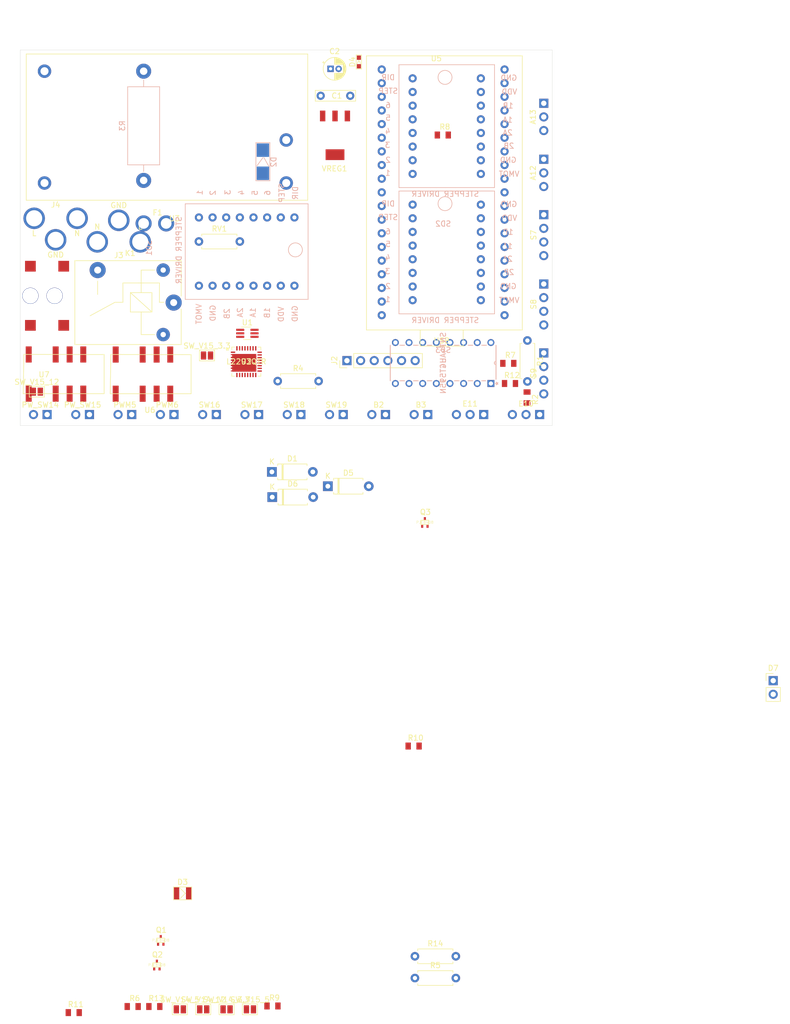
<source format=kicad_pcb>
(kicad_pcb (version 20171130) (host pcbnew 5.1.5+dfsg1-2build2)

  (general
    (thickness 1.6)
    (drawings 4)
    (tracks 0)
    (zones 0)
    (modules 67)
    (nets 117)
  )

  (page A4)
  (layers
    (0 F.Cu signal)
    (31 B.Cu signal)
    (32 B.Adhes user)
    (33 F.Adhes user)
    (34 B.Paste user)
    (35 F.Paste user)
    (36 B.SilkS user)
    (37 F.SilkS user)
    (38 B.Mask user)
    (39 F.Mask user)
    (40 Dwgs.User user)
    (41 Cmts.User user hide)
    (42 Eco1.User user)
    (43 Eco2.User user)
    (44 Edge.Cuts user)
    (45 Margin user)
    (46 B.CrtYd user)
    (47 F.CrtYd user)
    (48 B.Fab user)
    (49 F.Fab user)
  )

  (setup
    (last_trace_width 0.25)
    (trace_clearance 0.2)
    (zone_clearance 0.508)
    (zone_45_only no)
    (trace_min 0.2)
    (via_size 0.8)
    (via_drill 0.4)
    (via_min_size 0.4)
    (via_min_drill 0.3)
    (uvia_size 0.3)
    (uvia_drill 0.1)
    (uvias_allowed no)
    (uvia_min_size 0.2)
    (uvia_min_drill 0.1)
    (edge_width 0.05)
    (segment_width 0.2)
    (pcb_text_width 0.3)
    (pcb_text_size 1.5 1.5)
    (mod_edge_width 0.12)
    (mod_text_size 1 1)
    (mod_text_width 0.15)
    (pad_size 1.524 1.524)
    (pad_drill 0.762)
    (pad_to_mask_clearance 0.051)
    (solder_mask_min_width 0.25)
    (aux_axis_origin 0 0)
    (visible_elements FFFFFF7F)
    (pcbplotparams
      (layerselection 0x010fc_ffffffff)
      (usegerberextensions false)
      (usegerberattributes false)
      (usegerberadvancedattributes false)
      (creategerberjobfile false)
      (excludeedgelayer true)
      (linewidth 0.100000)
      (plotframeref false)
      (viasonmask false)
      (mode 1)
      (useauxorigin false)
      (hpglpennumber 1)
      (hpglpenspeed 20)
      (hpglpendiameter 15.000000)
      (psnegative false)
      (psa4output false)
      (plotreference true)
      (plotvalue true)
      (plotinvisibletext false)
      (padsonsilk false)
      (subtractmaskfromsilk false)
      (outputformat 1)
      (mirror false)
      (drillshape 1)
      (scaleselection 1)
      (outputdirectory ""))
  )

  (net 0 "")
  (net 1 GND)
  (net 2 3.3V)
  (net 3 G14)
  (net 4 G15)
  (net 5 G34)
  (net 6 G35)
  (net 7 12V)
  (net 8 "Net-(D3-Pad2)")
  (net 9 "Net-(D4-Pad2)")
  (net 10 5V)
  (net 11 "Net-(D7-Pad2)")
  (net 12 G4)
  (net 13 G5)
  (net 14 G39)
  (net 15 G36)
  (net 16 "Net-(F1-Pad1)")
  (net 17 AC_L)
  (net 18 G22)
  (net 19 ~G22)
  (net 20 G21)
  (net 21 G19)
  (net 22 ~G19)
  (net 23 G18)
  (net 24 AC_N)
  (net 25 AC_L_OUT)
  (net 26 "Net-(PW_SW14-Pad1)")
  (net 27 "Net-(PW_SW15-Pad1)")
  (net 28 PWM1_2)
  (net 29 PWM1_1)
  (net 30 PWM2_1)
  (net 31 PWM2_2)
  (net 32 "Net-(Q1-Pad2)")
  (net 33 QB)
  (net 34 QC)
  (net 35 QA)
  (net 36 "Net-(R3-Pad1)")
  (net 37 QH)
  (net 38 "Net-(S7-Pad4)")
  (net 39 "Net-(S7-Pad1)")
  (net 40 "Net-(S7-Pad3)")
  (net 41 "Net-(S7-Pad2)")
  (net 42 "Net-(S8-Pad4)")
  (net 43 "Net-(S8-Pad1)")
  (net 44 "Net-(S8-Pad3)")
  (net 45 "Net-(S8-Pad2)")
  (net 46 "Net-(S9-Pad2)")
  (net 47 "Net-(S9-Pad3)")
  (net 48 "Net-(S9-Pad1)")
  (net 49 "Net-(S9-Pad4)")
  (net 50 "Net-(SD1-Pad1)")
  (net 51 "Net-(SD1-Pad2)")
  (net 52 "Net-(SD1-Pad3)")
  (net 53 "Net-(SD1-Pad4)")
  (net 54 "Net-(SD1-Pad5)")
  (net 55 G32)
  (net 56 G33)
  (net 57 G27)
  (net 58 G26)
  (net 59 "Net-(SD2-Pad5)")
  (net 60 "Net-(SD2-Pad4)")
  (net 61 "Net-(SD2-Pad3)")
  (net 62 "Net-(SD2-Pad2)")
  (net 63 "Net-(SD2-Pad1)")
  (net 64 "Net-(SD3-Pad1)")
  (net 65 "Net-(SD3-Pad2)")
  (net 66 "Net-(SD3-Pad3)")
  (net 67 "Net-(SD3-Pad4)")
  (net 68 "Net-(SD3-Pad5)")
  (net 69 G23)
  (net 70 G25)
  (net 71 QD)
  (net 72 QE)
  (net 73 QF)
  (net 74 QG)
  (net 75 "Net-(U2-Pad1)")
  (net 76 "Net-(U2-Pad2)")
  (net 77 "Net-(U2-Pad3)")
  (net 78 "Net-(U2-Pad4)")
  (net 79 "Net-(U2-Pad5)")
  (net 80 "Net-(U2-Pad6)")
  (net 81 "Net-(U2-Pad7)")
  (net 82 "Net-(U2-Pad8)")
  (net 83 "Net-(U2-Pad18)")
  (net 84 "Net-(U2-Pad19)")
  (net 85 "Net-(U2-Pad20)")
  (net 86 "Net-(U2-Pad21)")
  (net 87 "Net-(U2-Pad22)")
  (net 88 "Net-(U2-Pad23)")
  (net 89 "Net-(U4-Pad9)")
  (net 90 G17)
  (net 91 G16)
  (net 92 G13)
  (net 93 ESP_3.3V)
  (net 94 EN)
  (net 95 G12)
  (net 96 G9)
  (net 97 G10)
  (net 98 G11)
  (net 99 G1)
  (net 100 G3)
  (net 101 G0)
  (net 102 G2)
  (net 103 G8)
  (net 104 G7)
  (net 105 G6)
  (net 106 "Net-(U6-Pad8)")
  (net 107 "Net-(U6-Pad9)")
  (net 108 "Net-(U6-Pad10)")
  (net 109 "Net-(U7-Pad10)")
  (net 110 "Net-(U7-Pad9)")
  (net 111 "Net-(U7-Pad8)")
  (net 112 "Net-(D1-Pad2)")
  (net 113 "Net-(D5-Pad2)")
  (net 114 "Net-(D6-Pad2)")
  (net 115 "Net-(SW_V14_12-Pad2)")
  (net 116 "Net-(SW_V15_12-Pad2)")

  (net_class Default "This is the default net class."
    (clearance 0.2)
    (trace_width 0.25)
    (via_dia 0.8)
    (via_drill 0.4)
    (uvia_dia 0.3)
    (uvia_drill 0.1)
    (add_net 12V)
    (add_net 3.3V)
    (add_net 5V)
    (add_net AC_L)
    (add_net AC_L_OUT)
    (add_net AC_N)
    (add_net EN)
    (add_net ESP_3.3V)
    (add_net G0)
    (add_net G1)
    (add_net G10)
    (add_net G11)
    (add_net G12)
    (add_net G13)
    (add_net G14)
    (add_net G15)
    (add_net G16)
    (add_net G17)
    (add_net G18)
    (add_net G19)
    (add_net G2)
    (add_net G21)
    (add_net G22)
    (add_net G23)
    (add_net G25)
    (add_net G26)
    (add_net G27)
    (add_net G3)
    (add_net G32)
    (add_net G33)
    (add_net G34)
    (add_net G35)
    (add_net G36)
    (add_net G39)
    (add_net G4)
    (add_net G5)
    (add_net G6)
    (add_net G7)
    (add_net G8)
    (add_net G9)
    (add_net GND)
    (add_net "Net-(D1-Pad2)")
    (add_net "Net-(D3-Pad2)")
    (add_net "Net-(D4-Pad2)")
    (add_net "Net-(D5-Pad2)")
    (add_net "Net-(D6-Pad2)")
    (add_net "Net-(D7-Pad2)")
    (add_net "Net-(F1-Pad1)")
    (add_net "Net-(PW_SW14-Pad1)")
    (add_net "Net-(PW_SW15-Pad1)")
    (add_net "Net-(Q1-Pad2)")
    (add_net "Net-(R3-Pad1)")
    (add_net "Net-(S7-Pad1)")
    (add_net "Net-(S7-Pad2)")
    (add_net "Net-(S7-Pad3)")
    (add_net "Net-(S7-Pad4)")
    (add_net "Net-(S8-Pad1)")
    (add_net "Net-(S8-Pad2)")
    (add_net "Net-(S8-Pad3)")
    (add_net "Net-(S8-Pad4)")
    (add_net "Net-(S9-Pad1)")
    (add_net "Net-(S9-Pad2)")
    (add_net "Net-(S9-Pad3)")
    (add_net "Net-(S9-Pad4)")
    (add_net "Net-(SD1-Pad1)")
    (add_net "Net-(SD1-Pad2)")
    (add_net "Net-(SD1-Pad3)")
    (add_net "Net-(SD1-Pad4)")
    (add_net "Net-(SD1-Pad5)")
    (add_net "Net-(SD2-Pad1)")
    (add_net "Net-(SD2-Pad2)")
    (add_net "Net-(SD2-Pad3)")
    (add_net "Net-(SD2-Pad4)")
    (add_net "Net-(SD2-Pad5)")
    (add_net "Net-(SD3-Pad1)")
    (add_net "Net-(SD3-Pad2)")
    (add_net "Net-(SD3-Pad3)")
    (add_net "Net-(SD3-Pad4)")
    (add_net "Net-(SD3-Pad5)")
    (add_net "Net-(SW_V14_12-Pad2)")
    (add_net "Net-(SW_V15_12-Pad2)")
    (add_net "Net-(U2-Pad1)")
    (add_net "Net-(U2-Pad18)")
    (add_net "Net-(U2-Pad19)")
    (add_net "Net-(U2-Pad2)")
    (add_net "Net-(U2-Pad20)")
    (add_net "Net-(U2-Pad21)")
    (add_net "Net-(U2-Pad22)")
    (add_net "Net-(U2-Pad23)")
    (add_net "Net-(U2-Pad3)")
    (add_net "Net-(U2-Pad4)")
    (add_net "Net-(U2-Pad5)")
    (add_net "Net-(U2-Pad6)")
    (add_net "Net-(U2-Pad7)")
    (add_net "Net-(U2-Pad8)")
    (add_net "Net-(U4-Pad9)")
    (add_net "Net-(U6-Pad10)")
    (add_net "Net-(U6-Pad8)")
    (add_net "Net-(U6-Pad9)")
    (add_net "Net-(U7-Pad10)")
    (add_net "Net-(U7-Pad8)")
    (add_net "Net-(U7-Pad9)")
    (add_net PWM1_1)
    (add_net PWM1_2)
    (add_net PWM2_1)
    (add_net PWM2_2)
    (add_net QA)
    (add_net QB)
    (add_net QC)
    (add_net QD)
    (add_net QE)
    (add_net QF)
    (add_net QG)
    (add_net QH)
    (add_net ~G19)
    (add_net ~G22)
  )

  (module bigboard:encoder_out (layer F.Cu) (tedit 6247AA89) (tstamp 624824D7)
    (at 160.9725 8.89)
    (descr "Through hole straight pin header, 1x02, 2.54mm pitch, single row")
    (tags "Through hole pin header THT 1x02 2.54mm single row")
    (path /62541503)
    (fp_text reference A12 (at -2 0 90) (layer F.SilkS)
      (effects (font (size 1 1) (thickness 0.15)))
    )
    (fp_text value Conn_01x03_Female (at 4.2 0 90) (layer F.Fab)
      (effects (font (size 1 1) (thickness 0.15)))
    )
    (fp_text user %R (at 2.95 0 270) (layer F.Fab)
      (effects (font (size 1 1) (thickness 0.15)))
    )
    (fp_line (start 1.5 -5) (end -1 -5) (layer Dwgs.User) (width 0.12))
    (fp_line (start -1 -5) (end -1 5) (layer Dwgs.User) (width 0.12))
    (fp_line (start -1 5) (end 8.5 5) (layer Dwgs.User) (width 0.12))
    (fp_line (start 8.5 5) (end 8.5 -5) (layer Dwgs.User) (width 0.12))
    (fp_line (start 8.5 -5) (end 1.5 -5) (layer Dwgs.User) (width 0.12))
    (pad 3 thru_hole oval (at 0 2.54) (size 1.7 1.7) (drill 1) (layers *.Cu *.Mask)
      (net 1 GND))
    (pad 1 thru_hole rect (at 0 -2.54) (size 1.7 1.7) (drill 1) (layers *.Cu *.Mask)
      (net 2 3.3V))
    (pad 2 thru_hole oval (at 0 0) (size 1.7 1.7) (drill 1) (layers *.Cu *.Mask)
      (net 3 G14))
    (model ${KISYS3DMOD}/Connector_PinHeader_2.54mm.3dshapes/PinHeader_1x02_P2.54mm_Vertical.wrl
      (at (xyz 0 0 0))
      (scale (xyz 1 1 1))
      (rotate (xyz 0 0 0))
    )
  )

  (module bigboard:encoder_out (layer F.Cu) (tedit 6247AA89) (tstamp 624824E4)
    (at 160.9725 -1.524)
    (descr "Through hole straight pin header, 1x02, 2.54mm pitch, single row")
    (tags "Through hole pin header THT 1x02 2.54mm single row")
    (path /625464D9)
    (fp_text reference A13 (at -2 0 90) (layer F.SilkS)
      (effects (font (size 1 1) (thickness 0.15)))
    )
    (fp_text value Conn_01x03_Female (at 4.2 0 90) (layer F.Fab)
      (effects (font (size 1 1) (thickness 0.15)))
    )
    (fp_line (start 8.5 -5) (end 1.5 -5) (layer Dwgs.User) (width 0.12))
    (fp_line (start 8.5 5) (end 8.5 -5) (layer Dwgs.User) (width 0.12))
    (fp_line (start -1 5) (end 8.5 5) (layer Dwgs.User) (width 0.12))
    (fp_line (start -1 -5) (end -1 5) (layer Dwgs.User) (width 0.12))
    (fp_line (start 1.5 -5) (end -1 -5) (layer Dwgs.User) (width 0.12))
    (fp_text user %R (at 2.95 0 270) (layer F.Fab)
      (effects (font (size 1 1) (thickness 0.15)))
    )
    (pad 2 thru_hole oval (at 0 0) (size 1.7 1.7) (drill 1) (layers *.Cu *.Mask)
      (net 4 G15))
    (pad 1 thru_hole rect (at 0 -2.54) (size 1.7 1.7) (drill 1) (layers *.Cu *.Mask)
      (net 2 3.3V))
    (pad 3 thru_hole oval (at 0 2.54) (size 1.7 1.7) (drill 1) (layers *.Cu *.Mask)
      (net 1 GND))
    (model ${KISYS3DMOD}/Connector_PinHeader_2.54mm.3dshapes/PinHeader_1x02_P2.54mm_Vertical.wrl
      (at (xyz 0 0 0))
      (scale (xyz 1 1 1))
      (rotate (xyz 0 0 0))
    )
  )

  (module bigboard:button_out (layer F.Cu) (tedit 6247AB3D) (tstamp 624824EF)
    (at 130.2385 53.848 270)
    (descr "Through hole straight pin header, 1x02, 2.54mm pitch, single row")
    (tags "Through hole pin header THT 1x02 2.54mm single row")
    (path /6250DA3A)
    (fp_text reference B2 (at -1.8 0) (layer F.SilkS)
      (effects (font (size 1 1) (thickness 0.15)))
    )
    (fp_text value Conn_01x02_Female (at 2.9 0) (layer F.Fab)
      (effects (font (size 1 1) (thickness 0.15)))
    )
    (fp_text user %R (at 0 0 180) (layer F.Fab)
      (effects (font (size 1 1) (thickness 0.15)))
    )
    (fp_line (start 8.5 -3.75) (end -1 -3.75) (layer Dwgs.User) (width 0.05))
    (fp_line (start 8.5 3.75) (end 8.5 -3.75) (layer Dwgs.User) (width 0.05))
    (fp_line (start -1 3.75) (end 8.5 3.75) (layer Dwgs.User) (width 0.05))
    (fp_line (start -1 -3.7) (end -1 3.7) (layer Dwgs.User) (width 0.12))
    (pad 2 thru_hole oval (at 0 1.27 270) (size 1.7 1.7) (drill 1) (layers *.Cu *.Mask)
      (net 5 G34))
    (pad 1 thru_hole rect (at 0 -1.27 270) (size 1.7 1.7) (drill 1) (layers *.Cu *.Mask)
      (net 1 GND))
    (model ${KISYS3DMOD}/Connector_PinHeader_2.54mm.3dshapes/PinHeader_1x02_P2.54mm_Vertical.wrl
      (at (xyz 0 0 0))
      (scale (xyz 1 1 1))
      (rotate (xyz 0 0 0))
    )
  )

  (module bigboard:button_out (layer F.Cu) (tedit 6247AB3D) (tstamp 624824FA)
    (at 138.1125 53.848 270)
    (descr "Through hole straight pin header, 1x02, 2.54mm pitch, single row")
    (tags "Through hole pin header THT 1x02 2.54mm single row")
    (path /62511485)
    (fp_text reference B3 (at -1.8 0) (layer F.SilkS)
      (effects (font (size 1 1) (thickness 0.15)))
    )
    (fp_text value Conn_01x02_Female (at 2.9 0) (layer F.Fab)
      (effects (font (size 1 1) (thickness 0.15)))
    )
    (fp_line (start -1 -3.7) (end -1 3.7) (layer Dwgs.User) (width 0.12))
    (fp_line (start -1 3.75) (end 8.5 3.75) (layer Dwgs.User) (width 0.05))
    (fp_line (start 8.5 3.75) (end 8.5 -3.75) (layer Dwgs.User) (width 0.05))
    (fp_line (start 8.5 -3.75) (end -1 -3.75) (layer Dwgs.User) (width 0.05))
    (fp_text user %R (at 0 0 180) (layer F.Fab)
      (effects (font (size 1 1) (thickness 0.15)))
    )
    (pad 1 thru_hole rect (at 0 -1.27 270) (size 1.7 1.7) (drill 1) (layers *.Cu *.Mask)
      (net 1 GND))
    (pad 2 thru_hole oval (at 0 1.27 270) (size 1.7 1.7) (drill 1) (layers *.Cu *.Mask)
      (net 6 G35))
    (model ${KISYS3DMOD}/Connector_PinHeader_2.54mm.3dshapes/PinHeader_1x02_P2.54mm_Vertical.wrl
      (at (xyz 0 0 0))
      (scale (xyz 1 1 1))
      (rotate (xyz 0 0 0))
    )
  )

  (module final:5.5mm_cap (layer F.Cu) (tedit 6247A5A4) (tstamp 62482504)
    (at 119.4435 -5.461)
    (path /624736AA)
    (fp_text reference C1 (at 3 0) (layer F.SilkS)
      (effects (font (size 1 1) (thickness 0.15)))
    )
    (fp_text value 1uF (at 3 -2) (layer F.Fab)
      (effects (font (size 1 1) (thickness 0.15)))
    )
    (fp_line (start -1 -1) (end -1 1) (layer F.SilkS) (width 0.12))
    (fp_line (start -1 1) (end 6.5 1) (layer F.SilkS) (width 0.12))
    (fp_line (start 6.5 1) (end 6.5 -1) (layer F.SilkS) (width 0.12))
    (fp_line (start 6.5 -1) (end -1 -1) (layer F.SilkS) (width 0.12))
    (pad 1 thru_hole circle (at 0 0) (size 1.524 1.524) (drill 0.762) (layers *.Cu *.Mask)
      (net 7 12V))
    (pad 2 thru_hole circle (at 5.5 0) (size 1.524 1.524) (drill 0.762) (layers *.Cu *.Mask)
      (net 1 GND))
  )

  (module Capacitor_THT:CP_Radial_D4.0mm_P1.50mm (layer F.Cu) (tedit 5AE50EF0) (tstamp 6248256F)
    (at 121.285 -10.4775)
    (descr "CP, Radial series, Radial, pin pitch=1.50mm, , diameter=4mm, Electrolytic Capacitor")
    (tags "CP Radial series Radial pin pitch 1.50mm  diameter 4mm Electrolytic Capacitor")
    (path /62473C35)
    (fp_text reference C2 (at 0.75 -3.25) (layer F.SilkS)
      (effects (font (size 1 1) (thickness 0.15)))
    )
    (fp_text value 10uF (at 0.75 3.25) (layer F.Fab)
      (effects (font (size 1 1) (thickness 0.15)))
    )
    (fp_circle (center 0.75 0) (end 2.75 0) (layer F.Fab) (width 0.1))
    (fp_circle (center 0.75 0) (end 2.87 0) (layer F.SilkS) (width 0.12))
    (fp_circle (center 0.75 0) (end 3 0) (layer F.CrtYd) (width 0.05))
    (fp_line (start -0.952554 -0.8675) (end -0.552554 -0.8675) (layer F.Fab) (width 0.1))
    (fp_line (start -0.752554 -1.0675) (end -0.752554 -0.6675) (layer F.Fab) (width 0.1))
    (fp_line (start 0.75 0.84) (end 0.75 2.08) (layer F.SilkS) (width 0.12))
    (fp_line (start 0.75 -2.08) (end 0.75 -0.84) (layer F.SilkS) (width 0.12))
    (fp_line (start 0.79 0.84) (end 0.79 2.08) (layer F.SilkS) (width 0.12))
    (fp_line (start 0.79 -2.08) (end 0.79 -0.84) (layer F.SilkS) (width 0.12))
    (fp_line (start 0.83 0.84) (end 0.83 2.079) (layer F.SilkS) (width 0.12))
    (fp_line (start 0.83 -2.079) (end 0.83 -0.84) (layer F.SilkS) (width 0.12))
    (fp_line (start 0.87 -2.077) (end 0.87 -0.84) (layer F.SilkS) (width 0.12))
    (fp_line (start 0.87 0.84) (end 0.87 2.077) (layer F.SilkS) (width 0.12))
    (fp_line (start 0.91 -2.074) (end 0.91 -0.84) (layer F.SilkS) (width 0.12))
    (fp_line (start 0.91 0.84) (end 0.91 2.074) (layer F.SilkS) (width 0.12))
    (fp_line (start 0.95 -2.071) (end 0.95 -0.84) (layer F.SilkS) (width 0.12))
    (fp_line (start 0.95 0.84) (end 0.95 2.071) (layer F.SilkS) (width 0.12))
    (fp_line (start 0.99 -2.067) (end 0.99 -0.84) (layer F.SilkS) (width 0.12))
    (fp_line (start 0.99 0.84) (end 0.99 2.067) (layer F.SilkS) (width 0.12))
    (fp_line (start 1.03 -2.062) (end 1.03 -0.84) (layer F.SilkS) (width 0.12))
    (fp_line (start 1.03 0.84) (end 1.03 2.062) (layer F.SilkS) (width 0.12))
    (fp_line (start 1.07 -2.056) (end 1.07 -0.84) (layer F.SilkS) (width 0.12))
    (fp_line (start 1.07 0.84) (end 1.07 2.056) (layer F.SilkS) (width 0.12))
    (fp_line (start 1.11 -2.05) (end 1.11 -0.84) (layer F.SilkS) (width 0.12))
    (fp_line (start 1.11 0.84) (end 1.11 2.05) (layer F.SilkS) (width 0.12))
    (fp_line (start 1.15 -2.042) (end 1.15 -0.84) (layer F.SilkS) (width 0.12))
    (fp_line (start 1.15 0.84) (end 1.15 2.042) (layer F.SilkS) (width 0.12))
    (fp_line (start 1.19 -2.034) (end 1.19 -0.84) (layer F.SilkS) (width 0.12))
    (fp_line (start 1.19 0.84) (end 1.19 2.034) (layer F.SilkS) (width 0.12))
    (fp_line (start 1.23 -2.025) (end 1.23 -0.84) (layer F.SilkS) (width 0.12))
    (fp_line (start 1.23 0.84) (end 1.23 2.025) (layer F.SilkS) (width 0.12))
    (fp_line (start 1.27 -2.016) (end 1.27 -0.84) (layer F.SilkS) (width 0.12))
    (fp_line (start 1.27 0.84) (end 1.27 2.016) (layer F.SilkS) (width 0.12))
    (fp_line (start 1.31 -2.005) (end 1.31 -0.84) (layer F.SilkS) (width 0.12))
    (fp_line (start 1.31 0.84) (end 1.31 2.005) (layer F.SilkS) (width 0.12))
    (fp_line (start 1.35 -1.994) (end 1.35 -0.84) (layer F.SilkS) (width 0.12))
    (fp_line (start 1.35 0.84) (end 1.35 1.994) (layer F.SilkS) (width 0.12))
    (fp_line (start 1.39 -1.982) (end 1.39 -0.84) (layer F.SilkS) (width 0.12))
    (fp_line (start 1.39 0.84) (end 1.39 1.982) (layer F.SilkS) (width 0.12))
    (fp_line (start 1.43 -1.968) (end 1.43 -0.84) (layer F.SilkS) (width 0.12))
    (fp_line (start 1.43 0.84) (end 1.43 1.968) (layer F.SilkS) (width 0.12))
    (fp_line (start 1.471 -1.954) (end 1.471 -0.84) (layer F.SilkS) (width 0.12))
    (fp_line (start 1.471 0.84) (end 1.471 1.954) (layer F.SilkS) (width 0.12))
    (fp_line (start 1.511 -1.94) (end 1.511 -0.84) (layer F.SilkS) (width 0.12))
    (fp_line (start 1.511 0.84) (end 1.511 1.94) (layer F.SilkS) (width 0.12))
    (fp_line (start 1.551 -1.924) (end 1.551 -0.84) (layer F.SilkS) (width 0.12))
    (fp_line (start 1.551 0.84) (end 1.551 1.924) (layer F.SilkS) (width 0.12))
    (fp_line (start 1.591 -1.907) (end 1.591 -0.84) (layer F.SilkS) (width 0.12))
    (fp_line (start 1.591 0.84) (end 1.591 1.907) (layer F.SilkS) (width 0.12))
    (fp_line (start 1.631 -1.889) (end 1.631 -0.84) (layer F.SilkS) (width 0.12))
    (fp_line (start 1.631 0.84) (end 1.631 1.889) (layer F.SilkS) (width 0.12))
    (fp_line (start 1.671 -1.87) (end 1.671 -0.84) (layer F.SilkS) (width 0.12))
    (fp_line (start 1.671 0.84) (end 1.671 1.87) (layer F.SilkS) (width 0.12))
    (fp_line (start 1.711 -1.851) (end 1.711 -0.84) (layer F.SilkS) (width 0.12))
    (fp_line (start 1.711 0.84) (end 1.711 1.851) (layer F.SilkS) (width 0.12))
    (fp_line (start 1.751 -1.83) (end 1.751 -0.84) (layer F.SilkS) (width 0.12))
    (fp_line (start 1.751 0.84) (end 1.751 1.83) (layer F.SilkS) (width 0.12))
    (fp_line (start 1.791 -1.808) (end 1.791 -0.84) (layer F.SilkS) (width 0.12))
    (fp_line (start 1.791 0.84) (end 1.791 1.808) (layer F.SilkS) (width 0.12))
    (fp_line (start 1.831 -1.785) (end 1.831 -0.84) (layer F.SilkS) (width 0.12))
    (fp_line (start 1.831 0.84) (end 1.831 1.785) (layer F.SilkS) (width 0.12))
    (fp_line (start 1.871 -1.76) (end 1.871 -0.84) (layer F.SilkS) (width 0.12))
    (fp_line (start 1.871 0.84) (end 1.871 1.76) (layer F.SilkS) (width 0.12))
    (fp_line (start 1.911 -1.735) (end 1.911 -0.84) (layer F.SilkS) (width 0.12))
    (fp_line (start 1.911 0.84) (end 1.911 1.735) (layer F.SilkS) (width 0.12))
    (fp_line (start 1.951 -1.708) (end 1.951 -0.84) (layer F.SilkS) (width 0.12))
    (fp_line (start 1.951 0.84) (end 1.951 1.708) (layer F.SilkS) (width 0.12))
    (fp_line (start 1.991 -1.68) (end 1.991 -0.84) (layer F.SilkS) (width 0.12))
    (fp_line (start 1.991 0.84) (end 1.991 1.68) (layer F.SilkS) (width 0.12))
    (fp_line (start 2.031 -1.65) (end 2.031 -0.84) (layer F.SilkS) (width 0.12))
    (fp_line (start 2.031 0.84) (end 2.031 1.65) (layer F.SilkS) (width 0.12))
    (fp_line (start 2.071 -1.619) (end 2.071 -0.84) (layer F.SilkS) (width 0.12))
    (fp_line (start 2.071 0.84) (end 2.071 1.619) (layer F.SilkS) (width 0.12))
    (fp_line (start 2.111 -1.587) (end 2.111 -0.84) (layer F.SilkS) (width 0.12))
    (fp_line (start 2.111 0.84) (end 2.111 1.587) (layer F.SilkS) (width 0.12))
    (fp_line (start 2.151 -1.552) (end 2.151 -0.84) (layer F.SilkS) (width 0.12))
    (fp_line (start 2.151 0.84) (end 2.151 1.552) (layer F.SilkS) (width 0.12))
    (fp_line (start 2.191 -1.516) (end 2.191 -0.84) (layer F.SilkS) (width 0.12))
    (fp_line (start 2.191 0.84) (end 2.191 1.516) (layer F.SilkS) (width 0.12))
    (fp_line (start 2.231 -1.478) (end 2.231 -0.84) (layer F.SilkS) (width 0.12))
    (fp_line (start 2.231 0.84) (end 2.231 1.478) (layer F.SilkS) (width 0.12))
    (fp_line (start 2.271 -1.438) (end 2.271 -0.84) (layer F.SilkS) (width 0.12))
    (fp_line (start 2.271 0.84) (end 2.271 1.438) (layer F.SilkS) (width 0.12))
    (fp_line (start 2.311 -1.396) (end 2.311 -0.84) (layer F.SilkS) (width 0.12))
    (fp_line (start 2.311 0.84) (end 2.311 1.396) (layer F.SilkS) (width 0.12))
    (fp_line (start 2.351 -1.351) (end 2.351 1.351) (layer F.SilkS) (width 0.12))
    (fp_line (start 2.391 -1.304) (end 2.391 1.304) (layer F.SilkS) (width 0.12))
    (fp_line (start 2.431 -1.254) (end 2.431 1.254) (layer F.SilkS) (width 0.12))
    (fp_line (start 2.471 -1.2) (end 2.471 1.2) (layer F.SilkS) (width 0.12))
    (fp_line (start 2.511 -1.142) (end 2.511 1.142) (layer F.SilkS) (width 0.12))
    (fp_line (start 2.551 -1.08) (end 2.551 1.08) (layer F.SilkS) (width 0.12))
    (fp_line (start 2.591 -1.013) (end 2.591 1.013) (layer F.SilkS) (width 0.12))
    (fp_line (start 2.631 -0.94) (end 2.631 0.94) (layer F.SilkS) (width 0.12))
    (fp_line (start 2.671 -0.859) (end 2.671 0.859) (layer F.SilkS) (width 0.12))
    (fp_line (start 2.711 -0.768) (end 2.711 0.768) (layer F.SilkS) (width 0.12))
    (fp_line (start 2.751 -0.664) (end 2.751 0.664) (layer F.SilkS) (width 0.12))
    (fp_line (start 2.791 -0.537) (end 2.791 0.537) (layer F.SilkS) (width 0.12))
    (fp_line (start 2.831 -0.37) (end 2.831 0.37) (layer F.SilkS) (width 0.12))
    (fp_line (start -1.519801 -1.195) (end -1.119801 -1.195) (layer F.SilkS) (width 0.12))
    (fp_line (start -1.319801 -1.395) (end -1.319801 -0.995) (layer F.SilkS) (width 0.12))
    (fp_text user %R (at 0.75 0) (layer F.Fab)
      (effects (font (size 0.8 0.8) (thickness 0.12)))
    )
    (pad 1 thru_hole rect (at 0 0) (size 1.2 1.2) (drill 0.6) (layers *.Cu *.Mask)
      (net 7 12V))
    (pad 2 thru_hole circle (at 1.5 0) (size 1.2 1.2) (drill 0.6) (layers *.Cu *.Mask)
      (net 1 GND))
    (model ${KISYS3DMOD}/Capacitor_THT.3dshapes/CP_Radial_D4.0mm_P1.50mm.wrl
      (at (xyz 0 0 0))
      (scale (xyz 1 1 1))
      (rotate (xyz 0 0 0))
    )
  )

  (module final:SMBJ20A (layer B.Cu) (tedit 6247D9F2) (tstamp 6248259A)
    (at 108.585 6.858 90)
    (path /62472A59)
    (fp_text reference D2 (at 0 2.1 270) (layer B.SilkS)
      (effects (font (size 1 1) (thickness 0.15)) (justify mirror))
    )
    (fp_text value SMBJ20A (at 0 3.5 270) (layer B.Fab)
      (effects (font (size 1 1) (thickness 0.15)) (justify mirror))
    )
    (fp_line (start -3.5 1.4) (end 3.6 1.4) (layer B.SilkS) (width 0.12))
    (fp_line (start 3.6 1.4) (end 3.6 -1.2) (layer B.SilkS) (width 0.12))
    (fp_line (start 3.6 -1.2) (end -3.5 -1.2) (layer B.SilkS) (width 0.12))
    (fp_line (start -3.5 -1.2) (end -3.5 1.4) (layer B.SilkS) (width 0.12))
    (fp_line (start -0.8 1.2) (end 0.8 0.3) (layer B.SilkS) (width 0.12))
    (fp_line (start 0.8 0.1) (end -0.7 -1) (layer B.SilkS) (width 0.12))
    (pad 1 smd rect (at -2.1 0.1 90) (size 2.5 2.3) (layers B.Cu B.Paste B.Mask)
      (net 1 GND))
    (pad 2 smd rect (at 2.2 0.1 90) (size 2.5 2.3) (layers B.Cu B.Paste B.Mask)
      (net 7 12V))
  )

  (module final:CLM3C-MKW-CWAXB133 (layer F.Cu) (tedit 6247C99A) (tstamp 624825A6)
    (at 93.740001 142.930001)
    (path /62608137)
    (fp_text reference D3 (at 0 -2.1) (layer F.SilkS)
      (effects (font (size 1 1) (thickness 0.15)))
    )
    (fp_text value CLM3C-MKW-CWAXB133 (at 0 -4) (layer F.Fab)
      (effects (font (size 1 1) (thickness 0.15)))
    )
    (fp_line (start -1.7 -1.2) (end 1.7 -1.2) (layer F.SilkS) (width 0.12))
    (fp_line (start 1.7 -1.2) (end 1.7 1.2) (layer F.SilkS) (width 0.12))
    (fp_line (start 1.7 1.2) (end -1.7 1.2) (layer F.SilkS) (width 0.12))
    (fp_line (start -1.7 1.2) (end -1.7 -1.2) (layer F.SilkS) (width 0.12))
    (fp_line (start -0.5 -1) (end 0.5 0) (layer F.SilkS) (width 0.12))
    (fp_line (start 0.5 0) (end -0.5 1) (layer F.SilkS) (width 0.12))
    (pad 1 smd rect (at 1.125 0) (size 1 2.25) (layers F.Cu F.Paste F.Mask)
      (net 1 GND))
    (pad 2 smd rect (at -1.125 0) (size 1 2.25) (layers F.Cu F.Paste F.Mask)
      (net 8 "Net-(D3-Pad2)"))
  )

  (module final:B1931UD--05D000314U1930 (layer F.Cu) (tedit 6247C90E) (tstamp 624825B2)
    (at 126.5555 -11.7475 90)
    (path /62608DAF)
    (fp_text reference D4 (at 0 -1.2 90) (layer F.SilkS)
      (effects (font (size 1 1) (thickness 0.15)))
    )
    (fp_text value B1931UD--05D000314U1930 (at 0 -2.4 90) (layer F.Fab)
      (effects (font (size 1 1) (thickness 0.15)))
    )
    (fp_line (start -1.3 -0.5) (end 1.3 -0.5) (layer F.SilkS) (width 0.12))
    (fp_line (start 1.3 -0.5) (end 1.3 0.5) (layer F.SilkS) (width 0.12))
    (fp_line (start 1.3 0.5) (end -1.3 0.5) (layer F.SilkS) (width 0.12))
    (fp_line (start -1.3 0.5) (end -1.3 -0.5) (layer F.SilkS) (width 0.12))
    (fp_line (start -0.3 -0.3) (end 0.3 0) (layer F.SilkS) (width 0.12))
    (fp_line (start 0.3 0) (end -0.3 0.3) (layer F.SilkS) (width 0.12))
    (pad 1 smd rect (at 0.8 0 90) (size 0.8 0.75) (layers F.Cu F.Paste F.Mask)
      (net 1 GND))
    (pad 2 smd rect (at -0.8 0 90) (size 0.8 0.75) (layers F.Cu F.Paste F.Mask)
      (net 9 "Net-(D4-Pad2)"))
  )

  (module Connector_PinHeader_2.54mm:PinHeader_1x02_P2.54mm_Vertical (layer F.Cu) (tedit 59FED5CC) (tstamp 62482606)
    (at 203.685001 103.355001)
    (descr "Through hole straight pin header, 1x02, 2.54mm pitch, single row")
    (tags "Through hole pin header THT 1x02 2.54mm single row")
    (path /627D516D)
    (fp_text reference D7 (at 0 -2.33) (layer F.SilkS)
      (effects (font (size 1 1) (thickness 0.15)))
    )
    (fp_text value THT_LED (at 0 4.87) (layer F.Fab)
      (effects (font (size 1 1) (thickness 0.15)))
    )
    (fp_line (start -0.635 -1.27) (end 1.27 -1.27) (layer F.Fab) (width 0.1))
    (fp_line (start 1.27 -1.27) (end 1.27 3.81) (layer F.Fab) (width 0.1))
    (fp_line (start 1.27 3.81) (end -1.27 3.81) (layer F.Fab) (width 0.1))
    (fp_line (start -1.27 3.81) (end -1.27 -0.635) (layer F.Fab) (width 0.1))
    (fp_line (start -1.27 -0.635) (end -0.635 -1.27) (layer F.Fab) (width 0.1))
    (fp_line (start -1.33 3.87) (end 1.33 3.87) (layer F.SilkS) (width 0.12))
    (fp_line (start -1.33 1.27) (end -1.33 3.87) (layer F.SilkS) (width 0.12))
    (fp_line (start 1.33 1.27) (end 1.33 3.87) (layer F.SilkS) (width 0.12))
    (fp_line (start -1.33 1.27) (end 1.33 1.27) (layer F.SilkS) (width 0.12))
    (fp_line (start -1.33 0) (end -1.33 -1.33) (layer F.SilkS) (width 0.12))
    (fp_line (start -1.33 -1.33) (end 0 -1.33) (layer F.SilkS) (width 0.12))
    (fp_line (start -1.8 -1.8) (end -1.8 4.35) (layer F.CrtYd) (width 0.05))
    (fp_line (start -1.8 4.35) (end 1.8 4.35) (layer F.CrtYd) (width 0.05))
    (fp_line (start 1.8 4.35) (end 1.8 -1.8) (layer F.CrtYd) (width 0.05))
    (fp_line (start 1.8 -1.8) (end -1.8 -1.8) (layer F.CrtYd) (width 0.05))
    (fp_text user %R (at 0 1.27 90) (layer F.Fab)
      (effects (font (size 1 1) (thickness 0.15)))
    )
    (pad 1 thru_hole rect (at 0 0) (size 1.7 1.7) (drill 1) (layers *.Cu *.Mask)
      (net 1 GND))
    (pad 2 thru_hole oval (at 0 2.54) (size 1.7 1.7) (drill 1) (layers *.Cu *.Mask)
      (net 11 "Net-(D7-Pad2)"))
    (model ${KISYS3DMOD}/Connector_PinHeader_2.54mm.3dshapes/PinHeader_1x02_P2.54mm_Vertical.wrl
      (at (xyz 0 0 0))
      (scale (xyz 1 1 1))
      (rotate (xyz 0 0 0))
    )
  )

  (module bigboard:encoder_out (layer F.Cu) (tedit 6247AA89) (tstamp 62482613)
    (at 157.6705 53.848 270)
    (descr "Through hole straight pin header, 1x02, 2.54mm pitch, single row")
    (tags "Through hole pin header THT 1x02 2.54mm single row")
    (path /624FA7B5)
    (fp_text reference E10 (at -2 0) (layer F.SilkS)
      (effects (font (size 1 1) (thickness 0.15)))
    )
    (fp_text value Conn_01x03_Female (at 4.2 0) (layer F.Fab)
      (effects (font (size 1 1) (thickness 0.15)))
    )
    (fp_line (start 8.5 -5) (end 1.5 -5) (layer Dwgs.User) (width 0.12))
    (fp_line (start 8.5 5) (end 8.5 -5) (layer Dwgs.User) (width 0.12))
    (fp_line (start -1 5) (end 8.5 5) (layer Dwgs.User) (width 0.12))
    (fp_line (start -1 -5) (end -1 5) (layer Dwgs.User) (width 0.12))
    (fp_line (start 1.5 -5) (end -1 -5) (layer Dwgs.User) (width 0.12))
    (fp_text user %R (at 2.95 0 180) (layer F.Fab)
      (effects (font (size 1 1) (thickness 0.15)))
    )
    (pad 2 thru_hole oval (at 0 0 270) (size 1.7 1.7) (drill 1) (layers *.Cu *.Mask)
      (net 1 GND))
    (pad 1 thru_hole rect (at 0 -2.54 270) (size 1.7 1.7) (drill 1) (layers *.Cu *.Mask)
      (net 12 G4))
    (pad 3 thru_hole oval (at 0 2.54 270) (size 1.7 1.7) (drill 1) (layers *.Cu *.Mask)
      (net 13 G5))
    (model ${KISYS3DMOD}/Connector_PinHeader_2.54mm.3dshapes/PinHeader_1x02_P2.54mm_Vertical.wrl
      (at (xyz 0 0 0))
      (scale (xyz 1 1 1))
      (rotate (xyz 0 0 0))
    )
  )

  (module bigboard:encoder_out (layer F.Cu) (tedit 6247AA89) (tstamp 62482620)
    (at 147.2565 53.848 270)
    (descr "Through hole straight pin header, 1x02, 2.54mm pitch, single row")
    (tags "Through hole pin header THT 1x02 2.54mm single row")
    (path /6250B299)
    (fp_text reference E11 (at -2 0) (layer F.SilkS)
      (effects (font (size 1 1) (thickness 0.15)))
    )
    (fp_text value Conn_01x03_Female (at 4.2 0) (layer F.Fab)
      (effects (font (size 1 1) (thickness 0.15)))
    )
    (fp_text user %R (at 2.95 0 180) (layer F.Fab)
      (effects (font (size 1 1) (thickness 0.15)))
    )
    (fp_line (start 1.5 -5) (end -1 -5) (layer Dwgs.User) (width 0.12))
    (fp_line (start -1 -5) (end -1 5) (layer Dwgs.User) (width 0.12))
    (fp_line (start -1 5) (end 8.5 5) (layer Dwgs.User) (width 0.12))
    (fp_line (start 8.5 5) (end 8.5 -5) (layer Dwgs.User) (width 0.12))
    (fp_line (start 8.5 -5) (end 1.5 -5) (layer Dwgs.User) (width 0.12))
    (pad 3 thru_hole oval (at 0 2.54 270) (size 1.7 1.7) (drill 1) (layers *.Cu *.Mask)
      (net 14 G39))
    (pad 1 thru_hole rect (at 0 -2.54 270) (size 1.7 1.7) (drill 1) (layers *.Cu *.Mask)
      (net 15 G36))
    (pad 2 thru_hole oval (at 0 0 270) (size 1.7 1.7) (drill 1) (layers *.Cu *.Mask)
      (net 1 GND))
    (model ${KISYS3DMOD}/Connector_PinHeader_2.54mm.3dshapes/PinHeader_1x02_P2.54mm_Vertical.wrl
      (at (xyz 0 0 0))
      (scale (xyz 1 1 1))
      (rotate (xyz 0 0 0))
    )
  )

  (module final:fuse (layer F.Cu) (tedit 6247B72B) (tstamp 62482626)
    (at 88.578 18.288)
    (path /624AE257)
    (fp_text reference F1 (at 0.5 -2) (layer F.SilkS)
      (effects (font (size 1 1) (thickness 0.15)))
    )
    (fp_text value Fuse (at 0.5 -3) (layer F.Fab)
      (effects (font (size 1 1) (thickness 0.15)))
    )
    (pad 1 thru_hole circle (at -2.1 0) (size 3 3) (drill 2) (layers *.Cu *.Mask)
      (net 16 "Net-(F1-Pad1)"))
    (pad 2 thru_hole circle (at 2.1 0) (size 3 3) (drill 2) (layers *.Cu *.Mask)
      (net 17 AC_L))
  )

  (module final:54-00164 (layer F.Cu) (tedit 6247D55A) (tstamp 62482634)
    (at 65.405 37.25)
    (path /628EB8AE)
    (fp_text reference J1 (at 0 -6) (layer F.SilkS)
      (effects (font (size 1 1) (thickness 0.15)))
    )
    (fp_text value 54-00164 (at 0 -7) (layer F.Fab)
      (effects (font (size 1 1) (thickness 0.15)))
    )
    (fp_line (start 7.3 -9.95) (end -5.6 -9.95) (layer B.Paste) (width 0.12))
    (fp_line (start -5.6 -9.95) (end -5.6 -1) (layer B.Paste) (width 0.12))
    (fp_line (start -5.6 -1) (end 7.3 -1) (layer B.Paste) (width 0.12))
    (fp_line (start 7.3 -1.05) (end 7.3 -9.95) (layer B.Paste) (width 0.12))
    (pad 1 smd rect (at 0 -11) (size 2 2) (layers F.Cu F.Paste F.Mask)
      (net 7 12V))
    (pad 1 smd rect (at 6.2 -11) (size 2 2) (layers F.Cu F.Paste F.Mask)
      (net 7 12V))
    (pad 2 smd rect (at 0 0) (size 2 2) (layers F.Cu F.Paste F.Mask)
      (net 1 GND))
    (pad 2 smd rect (at 6.2 0) (size 2 2) (layers F.Cu F.Paste F.Mask)
      (net 1 GND))
    (pad "" thru_hole circle (at 0 -5.5) (size 3 3) (drill 2.9) (layers *.Cu *.Mask))
    (pad "" thru_hole circle (at 4.5 -5.5) (size 3 3) (drill 2.9) (layers *.Cu *.Mask))
  )

  (module Connector_PinHeader_2.54mm:PinHeader_1x06_P2.54mm_Vertical (layer F.Cu) (tedit 59FED5CC) (tstamp 6248264E)
    (at 124.333 43.815 90)
    (descr "Through hole straight pin header, 1x06, 2.54mm pitch, single row")
    (tags "Through hole pin header THT 1x06 2.54mm single row")
    (path /62B6C4D3)
    (fp_text reference J2 (at 0 -2.33 90) (layer F.SilkS)
      (effects (font (size 1 1) (thickness 0.15)))
    )
    (fp_text value Backup_If_Motor_driver_dont_work (at 0 15.03 90) (layer F.Fab)
      (effects (font (size 1 1) (thickness 0.15)))
    )
    (fp_line (start -0.635 -1.27) (end 1.27 -1.27) (layer F.Fab) (width 0.1))
    (fp_line (start 1.27 -1.27) (end 1.27 13.97) (layer F.Fab) (width 0.1))
    (fp_line (start 1.27 13.97) (end -1.27 13.97) (layer F.Fab) (width 0.1))
    (fp_line (start -1.27 13.97) (end -1.27 -0.635) (layer F.Fab) (width 0.1))
    (fp_line (start -1.27 -0.635) (end -0.635 -1.27) (layer F.Fab) (width 0.1))
    (fp_line (start -1.33 14.03) (end 1.33 14.03) (layer F.SilkS) (width 0.12))
    (fp_line (start -1.33 1.27) (end -1.33 14.03) (layer F.SilkS) (width 0.12))
    (fp_line (start 1.33 1.27) (end 1.33 14.03) (layer F.SilkS) (width 0.12))
    (fp_line (start -1.33 1.27) (end 1.33 1.27) (layer F.SilkS) (width 0.12))
    (fp_line (start -1.33 0) (end -1.33 -1.33) (layer F.SilkS) (width 0.12))
    (fp_line (start -1.33 -1.33) (end 0 -1.33) (layer F.SilkS) (width 0.12))
    (fp_line (start -1.8 -1.8) (end -1.8 14.5) (layer F.CrtYd) (width 0.05))
    (fp_line (start -1.8 14.5) (end 1.8 14.5) (layer F.CrtYd) (width 0.05))
    (fp_line (start 1.8 14.5) (end 1.8 -1.8) (layer F.CrtYd) (width 0.05))
    (fp_line (start 1.8 -1.8) (end -1.8 -1.8) (layer F.CrtYd) (width 0.05))
    (fp_text user %R (at 0 6.35) (layer F.Fab)
      (effects (font (size 1 1) (thickness 0.15)))
    )
    (pad 1 thru_hole rect (at 0 0 90) (size 1.7 1.7) (drill 1) (layers *.Cu *.Mask)
      (net 18 G22))
    (pad 2 thru_hole oval (at 0 2.54 90) (size 1.7 1.7) (drill 1) (layers *.Cu *.Mask)
      (net 19 ~G22))
    (pad 3 thru_hole oval (at 0 5.08 90) (size 1.7 1.7) (drill 1) (layers *.Cu *.Mask)
      (net 20 G21))
    (pad 4 thru_hole oval (at 0 7.62 90) (size 1.7 1.7) (drill 1) (layers *.Cu *.Mask)
      (net 21 G19))
    (pad 5 thru_hole oval (at 0 10.16 90) (size 1.7 1.7) (drill 1) (layers *.Cu *.Mask)
      (net 22 ~G19))
    (pad 6 thru_hole oval (at 0 12.7 90) (size 1.7 1.7) (drill 1) (layers *.Cu *.Mask)
      (net 23 G18))
    (model ${KISYS3DMOD}/Connector_PinHeader_2.54mm.3dshapes/PinHeader_1x06_P2.54mm_Vertical.wrl
      (at (xyz 0 0 0))
      (scale (xyz 1 1 1))
      (rotate (xyz 0 0 0))
    )
  )

  (module final:AC (layer F.Cu) (tedit 6247B22A) (tstamp 62482658)
    (at 81.8515 21.7165 180)
    (path /62857183)
    (fp_text reference J3 (at 0 -2.5) (layer F.SilkS)
      (effects (font (size 1 1) (thickness 0.15)))
    )
    (fp_text value AC_IN (at 0 0) (layer F.Fab)
      (effects (font (size 1 1) (thickness 0.15)))
    )
    (fp_text user N (at 4 2.8) (layer F.SilkS)
      (effects (font (size 1 1) (thickness 0.15)))
    )
    (fp_text user GND (at 0 6.8) (layer F.SilkS)
      (effects (font (size 1 1) (thickness 0.15)))
    )
    (fp_text user L (at -4 2.8) (layer F.SilkS)
      (effects (font (size 1 1) (thickness 0.15)))
    )
    (pad 3 thru_hole circle (at 0 4 180) (size 4 4) (drill 3) (layers *.Cu *.Mask)
      (net 1 GND))
    (pad 2 thru_hole circle (at 4 0 180) (size 4 4) (drill 3) (layers *.Cu *.Mask)
      (net 24 AC_N))
    (pad 1 thru_hole circle (at -4 0 180) (size 4 4) (drill 3) (layers *.Cu *.Mask)
      (net 17 AC_L))
  )

  (module final:AC (layer F.Cu) (tedit 6247B22A) (tstamp 62482662)
    (at 70.1045 17.3355)
    (path /628613EF)
    (fp_text reference J4 (at 0 -2.5) (layer F.SilkS)
      (effects (font (size 1 1) (thickness 0.15)))
    )
    (fp_text value AC_OUT (at 0 0) (layer F.Fab)
      (effects (font (size 1 1) (thickness 0.15)))
    )
    (fp_text user L (at -4 2.8) (layer F.SilkS)
      (effects (font (size 1 1) (thickness 0.15)))
    )
    (fp_text user GND (at 0 6.8) (layer F.SilkS)
      (effects (font (size 1 1) (thickness 0.15)))
    )
    (fp_text user N (at 4 2.8) (layer F.SilkS)
      (effects (font (size 1 1) (thickness 0.15)))
    )
    (pad 1 thru_hole circle (at -4 0) (size 4 4) (drill 3) (layers *.Cu *.Mask)
      (net 25 AC_L_OUT))
    (pad 2 thru_hole circle (at 4 0) (size 4 4) (drill 3) (layers *.Cu *.Mask)
      (net 24 AC_N))
    (pad 3 thru_hole circle (at 0 4) (size 4 4) (drill 3) (layers *.Cu *.Mask)
      (net 1 GND))
  )

  (module Jumper:SolderJumper-2_P1.3mm_Open_Pad1.0x1.5mm (layer F.Cu) (tedit 5A3EABFC) (tstamp 62482670)
    (at 93.225001 164.505001)
    (descr "SMD Solder Jumper, 1x1.5mm Pads, 0.3mm gap, open")
    (tags "solder jumper open")
    (path /62794DD5)
    (attr virtual)
    (fp_text reference SW_V14_5 (at 0 -1.8) (layer F.SilkS)
      (effects (font (size 1 1) (thickness 0.15)))
    )
    (fp_text value 5V (at 0 1.9) (layer F.Fab)
      (effects (font (size 1 1) (thickness 0.15)))
    )
    (fp_line (start 1.65 1.25) (end -1.65 1.25) (layer F.CrtYd) (width 0.05))
    (fp_line (start 1.65 1.25) (end 1.65 -1.25) (layer F.CrtYd) (width 0.05))
    (fp_line (start -1.65 -1.25) (end -1.65 1.25) (layer F.CrtYd) (width 0.05))
    (fp_line (start -1.65 -1.25) (end 1.65 -1.25) (layer F.CrtYd) (width 0.05))
    (fp_line (start -1.4 -1) (end 1.4 -1) (layer F.SilkS) (width 0.12))
    (fp_line (start 1.4 -1) (end 1.4 1) (layer F.SilkS) (width 0.12))
    (fp_line (start 1.4 1) (end -1.4 1) (layer F.SilkS) (width 0.12))
    (fp_line (start -1.4 1) (end -1.4 -1) (layer F.SilkS) (width 0.12))
    (pad 1 smd rect (at -0.65 0) (size 1 1.5) (layers F.Cu F.Mask)
      (net 10 5V))
    (pad 2 smd rect (at 0.65 0) (size 1 1.5) (layers F.Cu F.Mask)
      (net 115 "Net-(SW_V14_12-Pad2)"))
  )

  (module Jumper:SolderJumper-2_P1.3mm_Open_Pad1.0x1.5mm (layer F.Cu) (tedit 5A3EABFC) (tstamp 6248267E)
    (at 97.575001 164.505001)
    (descr "SMD Solder Jumper, 1x1.5mm Pads, 0.3mm gap, open")
    (tags "solder jumper open")
    (path /62794DDB)
    (attr virtual)
    (fp_text reference SW_V14_12 (at 0 -1.8) (layer F.SilkS)
      (effects (font (size 1 1) (thickness 0.15)))
    )
    (fp_text value 12V (at 0 1.9) (layer F.Fab)
      (effects (font (size 1 1) (thickness 0.15)))
    )
    (fp_line (start 1.65 1.25) (end -1.65 1.25) (layer F.CrtYd) (width 0.05))
    (fp_line (start 1.65 1.25) (end 1.65 -1.25) (layer F.CrtYd) (width 0.05))
    (fp_line (start -1.65 -1.25) (end -1.65 1.25) (layer F.CrtYd) (width 0.05))
    (fp_line (start -1.65 -1.25) (end 1.65 -1.25) (layer F.CrtYd) (width 0.05))
    (fp_line (start -1.4 -1) (end 1.4 -1) (layer F.SilkS) (width 0.12))
    (fp_line (start 1.4 -1) (end 1.4 1) (layer F.SilkS) (width 0.12))
    (fp_line (start 1.4 1) (end -1.4 1) (layer F.SilkS) (width 0.12))
    (fp_line (start -1.4 1) (end -1.4 -1) (layer F.SilkS) (width 0.12))
    (pad 1 smd rect (at -0.65 0) (size 1 1.5) (layers F.Cu F.Mask)
      (net 7 12V))
    (pad 2 smd rect (at 0.65 0) (size 1 1.5) (layers F.Cu F.Mask)
      (net 115 "Net-(SW_V14_12-Pad2)"))
  )

  (module Jumper:SolderJumper-2_P1.3mm_Open_Pad1.0x1.5mm (layer F.Cu) (tedit 5A3EABFC) (tstamp 6248268C)
    (at 101.925001 164.505001)
    (descr "SMD Solder Jumper, 1x1.5mm Pads, 0.3mm gap, open")
    (tags "solder jumper open")
    (path /62794DE9)
    (attr virtual)
    (fp_text reference SW_V14_3.3 (at 0 -1.8) (layer F.SilkS)
      (effects (font (size 1 1) (thickness 0.15)))
    )
    (fp_text value 3.3V (at 0 1.9) (layer F.Fab)
      (effects (font (size 1 1) (thickness 0.15)))
    )
    (fp_line (start -1.4 1) (end -1.4 -1) (layer F.SilkS) (width 0.12))
    (fp_line (start 1.4 1) (end -1.4 1) (layer F.SilkS) (width 0.12))
    (fp_line (start 1.4 -1) (end 1.4 1) (layer F.SilkS) (width 0.12))
    (fp_line (start -1.4 -1) (end 1.4 -1) (layer F.SilkS) (width 0.12))
    (fp_line (start -1.65 -1.25) (end 1.65 -1.25) (layer F.CrtYd) (width 0.05))
    (fp_line (start -1.65 -1.25) (end -1.65 1.25) (layer F.CrtYd) (width 0.05))
    (fp_line (start 1.65 1.25) (end 1.65 -1.25) (layer F.CrtYd) (width 0.05))
    (fp_line (start 1.65 1.25) (end -1.65 1.25) (layer F.CrtYd) (width 0.05))
    (pad 2 smd rect (at 0.65 0) (size 1 1.5) (layers F.Cu F.Mask)
      (net 115 "Net-(SW_V14_12-Pad2)"))
    (pad 1 smd rect (at -0.65 0) (size 1 1.5) (layers F.Cu F.Mask)
      (net 2 3.3V))
  )

  (module Jumper:SolderJumper-2_P1.3mm_Open_Pad1.0x1.5mm (layer F.Cu) (tedit 5A3EABFC) (tstamp 6248269A)
    (at 106.275001 164.505001)
    (descr "SMD Solder Jumper, 1x1.5mm Pads, 0.3mm gap, open")
    (tags "solder jumper open")
    (path /62B08160)
    (attr virtual)
    (fp_text reference SW_V15_5 (at 0 -1.8) (layer F.SilkS)
      (effects (font (size 1 1) (thickness 0.15)))
    )
    (fp_text value 5V (at 0 1.9) (layer F.Fab)
      (effects (font (size 1 1) (thickness 0.15)))
    )
    (fp_line (start -1.4 1) (end -1.4 -1) (layer F.SilkS) (width 0.12))
    (fp_line (start 1.4 1) (end -1.4 1) (layer F.SilkS) (width 0.12))
    (fp_line (start 1.4 -1) (end 1.4 1) (layer F.SilkS) (width 0.12))
    (fp_line (start -1.4 -1) (end 1.4 -1) (layer F.SilkS) (width 0.12))
    (fp_line (start -1.65 -1.25) (end 1.65 -1.25) (layer F.CrtYd) (width 0.05))
    (fp_line (start -1.65 -1.25) (end -1.65 1.25) (layer F.CrtYd) (width 0.05))
    (fp_line (start 1.65 1.25) (end 1.65 -1.25) (layer F.CrtYd) (width 0.05))
    (fp_line (start 1.65 1.25) (end -1.65 1.25) (layer F.CrtYd) (width 0.05))
    (pad 2 smd rect (at 0.65 0) (size 1 1.5) (layers F.Cu F.Mask)
      (net 116 "Net-(SW_V15_12-Pad2)"))
    (pad 1 smd rect (at -0.65 0) (size 1 1.5) (layers F.Cu F.Mask)
      (net 10 5V))
  )

  (module Jumper:SolderJumper-2_P1.3mm_Open_Pad1.0x1.5mm (layer F.Cu) (tedit 5A3EABFC) (tstamp 624826A8)
    (at 66.5965 49.5935)
    (descr "SMD Solder Jumper, 1x1.5mm Pads, 0.3mm gap, open")
    (tags "solder jumper open")
    (path /62B0815A)
    (attr virtual)
    (fp_text reference SW_V15_12 (at 0 -1.8) (layer F.SilkS)
      (effects (font (size 1 1) (thickness 0.15)))
    )
    (fp_text value 12V (at 0 1.9) (layer F.Fab)
      (effects (font (size 1 1) (thickness 0.15)))
    )
    (fp_line (start 1.65 1.25) (end -1.65 1.25) (layer F.CrtYd) (width 0.05))
    (fp_line (start 1.65 1.25) (end 1.65 -1.25) (layer F.CrtYd) (width 0.05))
    (fp_line (start -1.65 -1.25) (end -1.65 1.25) (layer F.CrtYd) (width 0.05))
    (fp_line (start -1.65 -1.25) (end 1.65 -1.25) (layer F.CrtYd) (width 0.05))
    (fp_line (start -1.4 -1) (end 1.4 -1) (layer F.SilkS) (width 0.12))
    (fp_line (start 1.4 -1) (end 1.4 1) (layer F.SilkS) (width 0.12))
    (fp_line (start 1.4 1) (end -1.4 1) (layer F.SilkS) (width 0.12))
    (fp_line (start -1.4 1) (end -1.4 -1) (layer F.SilkS) (width 0.12))
    (pad 1 smd rect (at -0.65 0) (size 1 1.5) (layers F.Cu F.Mask)
      (net 7 12V))
    (pad 2 smd rect (at 0.65 0) (size 1 1.5) (layers F.Cu F.Mask)
      (net 116 "Net-(SW_V15_12-Pad2)"))
  )

  (module Jumper:SolderJumper-2_P1.3mm_Open_Pad1.0x1.5mm (layer F.Cu) (tedit 5A3EABFC) (tstamp 624826B6)
    (at 98.283 42.8625)
    (descr "SMD Solder Jumper, 1x1.5mm Pads, 0.3mm gap, open")
    (tags "solder jumper open")
    (path /62B08150)
    (attr virtual)
    (fp_text reference SW_V15_3.3 (at 0 -1.8) (layer F.SilkS)
      (effects (font (size 1 1) (thickness 0.15)))
    )
    (fp_text value 3.3V (at 0 1.9) (layer F.Fab)
      (effects (font (size 1 1) (thickness 0.15)))
    )
    (fp_line (start -1.4 1) (end -1.4 -1) (layer F.SilkS) (width 0.12))
    (fp_line (start 1.4 1) (end -1.4 1) (layer F.SilkS) (width 0.12))
    (fp_line (start 1.4 -1) (end 1.4 1) (layer F.SilkS) (width 0.12))
    (fp_line (start -1.4 -1) (end 1.4 -1) (layer F.SilkS) (width 0.12))
    (fp_line (start -1.65 -1.25) (end 1.65 -1.25) (layer F.CrtYd) (width 0.05))
    (fp_line (start -1.65 -1.25) (end -1.65 1.25) (layer F.CrtYd) (width 0.05))
    (fp_line (start 1.65 1.25) (end 1.65 -1.25) (layer F.CrtYd) (width 0.05))
    (fp_line (start 1.65 1.25) (end -1.65 1.25) (layer F.CrtYd) (width 0.05))
    (pad 2 smd rect (at 0.65 0) (size 1 1.5) (layers F.Cu F.Mask)
      (net 116 "Net-(SW_V15_12-Pad2)"))
    (pad 1 smd rect (at -0.65 0) (size 1 1.5) (layers F.Cu F.Mask)
      (net 2 3.3V))
  )

  (module Relay_THT:Relay_SPST_SANYOU_SRD_Series_Form_A (layer F.Cu) (tedit 58FA31A4) (tstamp 624826DD)
    (at 92.075 33.02 180)
    (descr "relay Sanyou SRD series Form A http://www.sanyourelay.ca/public/products/pdf/SRD.pdf")
    (tags "relay Sanyu SRD form A")
    (path /625529C5)
    (fp_text reference K1 (at 8.1 9.2) (layer F.SilkS)
      (effects (font (size 1 1) (thickness 0.15)))
    )
    (fp_text value "SRD-S-112DM(F-11)" (at 8 -9.6) (layer F.Fab)
      (effects (font (size 1 1) (thickness 0.15)))
    )
    (fp_line (start -1.4 1.2) (end -1.4 7.8) (layer F.SilkS) (width 0.12))
    (fp_line (start -1.4 -7.8) (end -1.4 -1.2) (layer F.SilkS) (width 0.12))
    (fp_line (start -1.4 -7.8) (end 18.4 -7.8) (layer F.SilkS) (width 0.12))
    (fp_line (start 18.4 -7.8) (end 18.4 7.8) (layer F.SilkS) (width 0.12))
    (fp_line (start 18.4 7.8) (end -1.4 7.8) (layer F.SilkS) (width 0.12))
    (fp_text user 1 (at 0 -2.3) (layer F.Fab)
      (effects (font (size 1 1) (thickness 0.15)))
    )
    (fp_line (start -1.3 -7.7) (end 18.3 -7.7) (layer F.Fab) (width 0.12))
    (fp_line (start 18.3 -7.7) (end 18.3 7.7) (layer F.Fab) (width 0.12))
    (fp_line (start 18.3 7.7) (end -1.3 7.7) (layer F.Fab) (width 0.12))
    (fp_line (start -1.3 7.7) (end -1.3 -7.7) (layer F.Fab) (width 0.12))
    (fp_text user %R (at 7.1 0.025) (layer F.Fab)
      (effects (font (size 1 1) (thickness 0.15)))
    )
    (fp_line (start 18.55 -7.95) (end -1.55 -7.95) (layer F.CrtYd) (width 0.05))
    (fp_line (start -1.55 7.95) (end -1.55 -7.95) (layer F.CrtYd) (width 0.05))
    (fp_line (start 18.55 -7.95) (end 18.55 7.95) (layer F.CrtYd) (width 0.05))
    (fp_line (start -1.55 7.95) (end 18.55 7.95) (layer F.CrtYd) (width 0.05))
    (fp_line (start 14.15 1.5) (end 14.15 4) (layer F.SilkS) (width 0.12))
    (fp_line (start 3.55 6.05) (end 6.05 6.05) (layer F.SilkS) (width 0.12))
    (fp_line (start 2.65 0.05) (end 1.85 0.05) (layer F.SilkS) (width 0.12))
    (fp_line (start 6.05 -5.95) (end 3.55 -5.95) (layer F.SilkS) (width 0.12))
    (fp_line (start 9.45 0.05) (end 10.95 0.05) (layer F.SilkS) (width 0.12))
    (fp_line (start 10.95 0.05) (end 15.55 -2.45) (layer F.SilkS) (width 0.12))
    (fp_line (start 9.45 3.65) (end 2.65 3.65) (layer F.SilkS) (width 0.12))
    (fp_line (start 9.45 0.05) (end 9.45 3.65) (layer F.SilkS) (width 0.12))
    (fp_line (start 2.65 0.05) (end 2.65 3.65) (layer F.SilkS) (width 0.12))
    (fp_line (start 6.05 -5.95) (end 6.05 -1.75) (layer F.SilkS) (width 0.12))
    (fp_line (start 6.05 1.85) (end 6.05 6.05) (layer F.SilkS) (width 0.12))
    (fp_line (start 8.05 1.85) (end 4.05 -1.75) (layer F.SilkS) (width 0.12))
    (fp_line (start 4.05 1.85) (end 4.05 -1.75) (layer F.SilkS) (width 0.12))
    (fp_line (start 4.05 -1.75) (end 8.05 -1.75) (layer F.SilkS) (width 0.12))
    (fp_line (start 8.05 -1.75) (end 8.05 1.85) (layer F.SilkS) (width 0.12))
    (fp_line (start 8.05 1.85) (end 4.05 1.85) (layer F.SilkS) (width 0.12))
    (pad 2 thru_hole circle (at 1.95 6.05 270) (size 2.5 2.5) (drill 1) (layers *.Cu *.Mask)
      (net 112 "Net-(D1-Pad2)"))
    (pad 3 thru_hole circle (at 14.15 6.05 270) (size 3 3) (drill 1.3) (layers *.Cu *.Mask)
      (net 17 AC_L))
    (pad 5 thru_hole circle (at 1.95 -5.95 270) (size 2.5 2.5) (drill 1) (layers *.Cu *.Mask)
      (net 7 12V))
    (pad 1 thru_hole circle (at 0 0 270) (size 3 3) (drill 1.3) (layers *.Cu *.Mask)
      (net 25 AC_L_OUT))
    (model ${KISYS3DMOD}/Relay_THT.3dshapes/Relay_SPST_SANYOU_SRD_Series_Form_A.wrl
      (at (xyz 0 0 0))
      (scale (xyz 1 1 1))
      (rotate (xyz 0 0 0))
    )
  )

  (module bigboard:button_out (layer F.Cu) (tedit 6247AB3D) (tstamp 624826E8)
    (at 67.2465 53.848 270)
    (descr "Through hole straight pin header, 1x02, 2.54mm pitch, single row")
    (tags "Through hole pin header THT 1x02 2.54mm single row")
    (path /62794DC4)
    (fp_text reference PW_SW14 (at -1.8 0) (layer F.SilkS)
      (effects (font (size 1 1) (thickness 0.15)))
    )
    (fp_text value SW (at 2.9 0) (layer F.Fab)
      (effects (font (size 1 1) (thickness 0.15)))
    )
    (fp_line (start -1 -3.7) (end -1 3.7) (layer Dwgs.User) (width 0.12))
    (fp_line (start -1 3.75) (end 8.5 3.75) (layer Dwgs.User) (width 0.05))
    (fp_line (start 8.5 3.75) (end 8.5 -3.75) (layer Dwgs.User) (width 0.05))
    (fp_line (start 8.5 -3.75) (end -1 -3.75) (layer Dwgs.User) (width 0.05))
    (fp_text user %R (at 0 0 180) (layer F.Fab)
      (effects (font (size 1 1) (thickness 0.15)))
    )
    (pad 1 thru_hole rect (at 0 -1.27 270) (size 1.7 1.7) (drill 1) (layers *.Cu *.Mask)
      (net 26 "Net-(PW_SW14-Pad1)"))
    (pad 2 thru_hole oval (at 0 1.27 270) (size 1.7 1.7) (drill 1) (layers *.Cu *.Mask)
      (net 1 GND))
    (model ${KISYS3DMOD}/Connector_PinHeader_2.54mm.3dshapes/PinHeader_1x02_P2.54mm_Vertical.wrl
      (at (xyz 0 0 0))
      (scale (xyz 1 1 1))
      (rotate (xyz 0 0 0))
    )
  )

  (module bigboard:button_out (layer F.Cu) (tedit 6247AB3D) (tstamp 624826F3)
    (at 75.1205 53.848 270)
    (descr "Through hole straight pin header, 1x02, 2.54mm pitch, single row")
    (tags "Through hole pin header THT 1x02 2.54mm single row")
    (path /62B08122)
    (fp_text reference PW_SW15 (at -1.8 0) (layer F.SilkS)
      (effects (font (size 1 1) (thickness 0.15)))
    )
    (fp_text value SW (at 2.9 0) (layer F.Fab)
      (effects (font (size 1 1) (thickness 0.15)))
    )
    (fp_line (start -1 -3.7) (end -1 3.7) (layer Dwgs.User) (width 0.12))
    (fp_line (start -1 3.75) (end 8.5 3.75) (layer Dwgs.User) (width 0.05))
    (fp_line (start 8.5 3.75) (end 8.5 -3.75) (layer Dwgs.User) (width 0.05))
    (fp_line (start 8.5 -3.75) (end -1 -3.75) (layer Dwgs.User) (width 0.05))
    (fp_text user %R (at 0 0 180) (layer F.Fab)
      (effects (font (size 1 1) (thickness 0.15)))
    )
    (pad 1 thru_hole rect (at 0 -1.27 270) (size 1.7 1.7) (drill 1) (layers *.Cu *.Mask)
      (net 27 "Net-(PW_SW15-Pad1)"))
    (pad 2 thru_hole oval (at 0 1.27 270) (size 1.7 1.7) (drill 1) (layers *.Cu *.Mask)
      (net 1 GND))
    (model ${KISYS3DMOD}/Connector_PinHeader_2.54mm.3dshapes/PinHeader_1x02_P2.54mm_Vertical.wrl
      (at (xyz 0 0 0))
      (scale (xyz 1 1 1))
      (rotate (xyz 0 0 0))
    )
  )

  (module bigboard:button_out (layer F.Cu) (tedit 6247AB3D) (tstamp 624826FE)
    (at 82.9945 53.848 270)
    (descr "Through hole straight pin header, 1x02, 2.54mm pitch, single row")
    (tags "Through hole pin header THT 1x02 2.54mm single row")
    (path /6252DCF2)
    (fp_text reference PWM5 (at -1.8 0) (layer F.SilkS)
      (effects (font (size 1 1) (thickness 0.15)))
    )
    (fp_text value Conn_01x02_Female (at 2.9 0) (layer F.Fab)
      (effects (font (size 1 1) (thickness 0.15)))
    )
    (fp_text user %R (at 0 0 180) (layer F.Fab)
      (effects (font (size 1 1) (thickness 0.15)))
    )
    (fp_line (start 8.5 -3.75) (end -1 -3.75) (layer Dwgs.User) (width 0.05))
    (fp_line (start 8.5 3.75) (end 8.5 -3.75) (layer Dwgs.User) (width 0.05))
    (fp_line (start -1 3.75) (end 8.5 3.75) (layer Dwgs.User) (width 0.05))
    (fp_line (start -1 -3.7) (end -1 3.7) (layer Dwgs.User) (width 0.12))
    (pad 2 thru_hole oval (at 0 1.27 270) (size 1.7 1.7) (drill 1) (layers *.Cu *.Mask)
      (net 28 PWM1_2))
    (pad 1 thru_hole rect (at 0 -1.27 270) (size 1.7 1.7) (drill 1) (layers *.Cu *.Mask)
      (net 29 PWM1_1))
    (model ${KISYS3DMOD}/Connector_PinHeader_2.54mm.3dshapes/PinHeader_1x02_P2.54mm_Vertical.wrl
      (at (xyz 0 0 0))
      (scale (xyz 1 1 1))
      (rotate (xyz 0 0 0))
    )
  )

  (module bigboard:button_out (layer F.Cu) (tedit 6247AB3D) (tstamp 62482709)
    (at 90.8685 53.848 270)
    (descr "Through hole straight pin header, 1x02, 2.54mm pitch, single row")
    (tags "Through hole pin header THT 1x02 2.54mm single row")
    (path /62531B03)
    (fp_text reference PWM6 (at -1.8 0) (layer F.SilkS)
      (effects (font (size 1 1) (thickness 0.15)))
    )
    (fp_text value Conn_01x02_Female (at 2.9 0) (layer F.Fab)
      (effects (font (size 1 1) (thickness 0.15)))
    )
    (fp_line (start -1 -3.7) (end -1 3.7) (layer Dwgs.User) (width 0.12))
    (fp_line (start -1 3.75) (end 8.5 3.75) (layer Dwgs.User) (width 0.05))
    (fp_line (start 8.5 3.75) (end 8.5 -3.75) (layer Dwgs.User) (width 0.05))
    (fp_line (start 8.5 -3.75) (end -1 -3.75) (layer Dwgs.User) (width 0.05))
    (fp_text user %R (at 0 0 180) (layer F.Fab)
      (effects (font (size 1 1) (thickness 0.15)))
    )
    (pad 1 thru_hole rect (at 0 -1.27 270) (size 1.7 1.7) (drill 1) (layers *.Cu *.Mask)
      (net 30 PWM2_1))
    (pad 2 thru_hole oval (at 0 1.27 270) (size 1.7 1.7) (drill 1) (layers *.Cu *.Mask)
      (net 31 PWM2_2))
    (model ${KISYS3DMOD}/Connector_PinHeader_2.54mm.3dshapes/PinHeader_1x02_P2.54mm_Vertical.wrl
      (at (xyz 0 0 0))
      (scale (xyz 1 1 1))
      (rotate (xyz 0 0 0))
    )
  )

  (module final:PJE8408_R1_00001 (layer F.Cu) (tedit 62477702) (tstamp 62482721)
    (at 89.77 149.25)
    (path /6259E2F7)
    (fp_text reference Q1 (at 0 0.5) (layer F.SilkS)
      (effects (font (size 1 1) (thickness 0.15)))
    )
    (fp_text value PJE8408_R1_00001 (at 0 -0.5) (layer F.Fab)
      (effects (font (size 1 1) (thickness 0.15)))
    )
    (fp_line (start -0.3 1.5) (end 0.1 1.5) (layer Dwgs.User) (width 0.12))
    (fp_line (start 0.1 1.5) (end 0.1 1.9) (layer Dwgs.User) (width 0.12))
    (fp_line (start 0.1 1.9) (end -0.3 1.9) (layer Dwgs.User) (width 0.12))
    (fp_line (start -0.3 1.9) (end -0.3 1.5) (layer Dwgs.User) (width 0.12))
    (fp_line (start 0.6 2.95) (end 0.6 3.35) (layer Dwgs.User) (width 0.12))
    (fp_line (start 0.6 3.35) (end 0.2 3.35) (layer Dwgs.User) (width 0.12))
    (fp_line (start 0.6 2.95) (end 0.2 2.95) (layer Dwgs.User) (width 0.12))
    (fp_line (start 0.2 2.95) (end 0.2 3.35) (layer Dwgs.User) (width 0.12))
    (fp_line (start -0.8 2.95) (end -0.8 3.35) (layer Dwgs.User) (width 0.12))
    (fp_line (start -0.8 3.35) (end -0.4 3.35) (layer Dwgs.User) (width 0.12))
    (fp_line (start -0.4 3.35) (end -0.4 2.95) (layer Dwgs.User) (width 0.12))
    (fp_line (start -0.4 2.95) (end -0.8 2.95) (layer Dwgs.User) (width 0.12))
    (fp_text user PJE8408 (at -0.1 2.4) (layer F.SilkS)
      (effects (font (size 0.5 0.5) (thickness 0.05)))
    )
    (fp_line (start -0.8 2) (end 0.6 2) (layer F.SilkS) (width 0.12))
    (fp_line (start 0.6 2) (end 0.6 2.8) (layer F.SilkS) (width 0.12))
    (fp_line (start 0.6 2.8) (end -0.85 2.8) (layer F.SilkS) (width 0.12))
    (fp_line (start -0.85 2.8) (end -0.85 2) (layer F.SilkS) (width 0.12))
    (pad 3 smd rect (at 0.4 3.15) (size 0.4 0.55) (layers F.Cu F.Paste F.Mask)
      (net 1 GND))
    (pad 2 smd rect (at -0.6 3.15) (size 0.4 0.55) (layers F.Cu F.Paste F.Mask)
      (net 32 "Net-(Q1-Pad2)"))
    (pad 1 smd rect (at -0.1 1.7) (size 0.4 0.55) (layers F.Cu F.Paste F.Mask)
      (net 112 "Net-(D1-Pad2)"))
  )

  (module final:PJE8408_R1_00001 (layer F.Cu) (tedit 62477702) (tstamp 62482739)
    (at 89.050001 153.84)
    (path /62A82E34)
    (fp_text reference Q2 (at 0 0.5) (layer F.SilkS)
      (effects (font (size 1 1) (thickness 0.15)))
    )
    (fp_text value PJE8408_R1_00001 (at 0 -0.5) (layer F.Fab)
      (effects (font (size 1 1) (thickness 0.15)))
    )
    (fp_line (start -0.3 1.5) (end 0.1 1.5) (layer Dwgs.User) (width 0.12))
    (fp_line (start 0.1 1.5) (end 0.1 1.9) (layer Dwgs.User) (width 0.12))
    (fp_line (start 0.1 1.9) (end -0.3 1.9) (layer Dwgs.User) (width 0.12))
    (fp_line (start -0.3 1.9) (end -0.3 1.5) (layer Dwgs.User) (width 0.12))
    (fp_line (start 0.6 2.95) (end 0.6 3.35) (layer Dwgs.User) (width 0.12))
    (fp_line (start 0.6 3.35) (end 0.2 3.35) (layer Dwgs.User) (width 0.12))
    (fp_line (start 0.6 2.95) (end 0.2 2.95) (layer Dwgs.User) (width 0.12))
    (fp_line (start 0.2 2.95) (end 0.2 3.35) (layer Dwgs.User) (width 0.12))
    (fp_line (start -0.8 2.95) (end -0.8 3.35) (layer Dwgs.User) (width 0.12))
    (fp_line (start -0.8 3.35) (end -0.4 3.35) (layer Dwgs.User) (width 0.12))
    (fp_line (start -0.4 3.35) (end -0.4 2.95) (layer Dwgs.User) (width 0.12))
    (fp_line (start -0.4 2.95) (end -0.8 2.95) (layer Dwgs.User) (width 0.12))
    (fp_text user PJE8408 (at -0.1 2.4) (layer F.SilkS)
      (effects (font (size 0.5 0.5) (thickness 0.05)))
    )
    (fp_line (start -0.8 2) (end 0.6 2) (layer F.SilkS) (width 0.12))
    (fp_line (start 0.6 2) (end 0.6 2.8) (layer F.SilkS) (width 0.12))
    (fp_line (start 0.6 2.8) (end -0.85 2.8) (layer F.SilkS) (width 0.12))
    (fp_line (start -0.85 2.8) (end -0.85 2) (layer F.SilkS) (width 0.12))
    (pad 3 smd rect (at 0.4 3.15) (size 0.4 0.55) (layers F.Cu F.Paste F.Mask)
      (net 1 GND))
    (pad 2 smd rect (at -0.6 3.15) (size 0.4 0.55) (layers F.Cu F.Paste F.Mask)
      (net 33 QB))
    (pad 1 smd rect (at -0.1 1.7) (size 0.4 0.55) (layers F.Cu F.Paste F.Mask)
      (net 113 "Net-(D5-Pad2)"))
  )

  (module final:PJE8408_R1_00001 (layer F.Cu) (tedit 62477702) (tstamp 62482751)
    (at 138.938 71.501)
    (path /62B08128)
    (fp_text reference Q3 (at 0 0.5) (layer F.SilkS)
      (effects (font (size 1 1) (thickness 0.15)))
    )
    (fp_text value PJE8408_R1_00001 (at 0 -0.5) (layer F.Fab)
      (effects (font (size 1 1) (thickness 0.15)))
    )
    (fp_line (start -0.85 2.8) (end -0.85 2) (layer F.SilkS) (width 0.12))
    (fp_line (start 0.6 2.8) (end -0.85 2.8) (layer F.SilkS) (width 0.12))
    (fp_line (start 0.6 2) (end 0.6 2.8) (layer F.SilkS) (width 0.12))
    (fp_line (start -0.8 2) (end 0.6 2) (layer F.SilkS) (width 0.12))
    (fp_text user PJE8408 (at -0.1 2.4) (layer F.SilkS)
      (effects (font (size 0.5 0.5) (thickness 0.05)))
    )
    (fp_line (start -0.4 2.95) (end -0.8 2.95) (layer Dwgs.User) (width 0.12))
    (fp_line (start -0.4 3.35) (end -0.4 2.95) (layer Dwgs.User) (width 0.12))
    (fp_line (start -0.8 3.35) (end -0.4 3.35) (layer Dwgs.User) (width 0.12))
    (fp_line (start -0.8 2.95) (end -0.8 3.35) (layer Dwgs.User) (width 0.12))
    (fp_line (start 0.2 2.95) (end 0.2 3.35) (layer Dwgs.User) (width 0.12))
    (fp_line (start 0.6 2.95) (end 0.2 2.95) (layer Dwgs.User) (width 0.12))
    (fp_line (start 0.6 3.35) (end 0.2 3.35) (layer Dwgs.User) (width 0.12))
    (fp_line (start 0.6 2.95) (end 0.6 3.35) (layer Dwgs.User) (width 0.12))
    (fp_line (start -0.3 1.9) (end -0.3 1.5) (layer Dwgs.User) (width 0.12))
    (fp_line (start 0.1 1.9) (end -0.3 1.9) (layer Dwgs.User) (width 0.12))
    (fp_line (start 0.1 1.5) (end 0.1 1.9) (layer Dwgs.User) (width 0.12))
    (fp_line (start -0.3 1.5) (end 0.1 1.5) (layer Dwgs.User) (width 0.12))
    (pad 1 smd rect (at -0.1 1.7) (size 0.4 0.55) (layers F.Cu F.Paste F.Mask)
      (net 114 "Net-(D6-Pad2)"))
    (pad 2 smd rect (at -0.6 3.15) (size 0.4 0.55) (layers F.Cu F.Paste F.Mask)
      (net 34 QC))
    (pad 3 smd rect (at 0.4 3.15) (size 0.4 0.55) (layers F.Cu F.Paste F.Mask)
      (net 1 GND))
  )

  (module Resistor_THT:R_Axial_DIN0207_L6.3mm_D2.5mm_P7.62mm_Horizontal (layer F.Cu) (tedit 5AE5139B) (tstamp 62482768)
    (at 157.9245 40.0685 270)
    (descr "Resistor, Axial_DIN0207 series, Axial, Horizontal, pin pitch=7.62mm, 0.25W = 1/4W, length*diameter=6.3*2.5mm^2, http://cdn-reichelt.de/documents/datenblatt/B400/1_4W%23YAG.pdf")
    (tags "Resistor Axial_DIN0207 series Axial Horizontal pin pitch 7.62mm 0.25W = 1/4W length 6.3mm diameter 2.5mm")
    (path /625CBBD8)
    (fp_text reference R1 (at 3.81 -2.37 90) (layer F.SilkS)
      (effects (font (size 1 1) (thickness 0.15)))
    )
    (fp_text value 1k (at 3.81 2.37 90) (layer F.Fab)
      (effects (font (size 1 1) (thickness 0.15)))
    )
    (fp_line (start 0.66 -1.25) (end 0.66 1.25) (layer F.Fab) (width 0.1))
    (fp_line (start 0.66 1.25) (end 6.96 1.25) (layer F.Fab) (width 0.1))
    (fp_line (start 6.96 1.25) (end 6.96 -1.25) (layer F.Fab) (width 0.1))
    (fp_line (start 6.96 -1.25) (end 0.66 -1.25) (layer F.Fab) (width 0.1))
    (fp_line (start 0 0) (end 0.66 0) (layer F.Fab) (width 0.1))
    (fp_line (start 7.62 0) (end 6.96 0) (layer F.Fab) (width 0.1))
    (fp_line (start 0.54 -1.04) (end 0.54 -1.37) (layer F.SilkS) (width 0.12))
    (fp_line (start 0.54 -1.37) (end 7.08 -1.37) (layer F.SilkS) (width 0.12))
    (fp_line (start 7.08 -1.37) (end 7.08 -1.04) (layer F.SilkS) (width 0.12))
    (fp_line (start 0.54 1.04) (end 0.54 1.37) (layer F.SilkS) (width 0.12))
    (fp_line (start 0.54 1.37) (end 7.08 1.37) (layer F.SilkS) (width 0.12))
    (fp_line (start 7.08 1.37) (end 7.08 1.04) (layer F.SilkS) (width 0.12))
    (fp_line (start -1.05 -1.5) (end -1.05 1.5) (layer F.CrtYd) (width 0.05))
    (fp_line (start -1.05 1.5) (end 8.67 1.5) (layer F.CrtYd) (width 0.05))
    (fp_line (start 8.67 1.5) (end 8.67 -1.5) (layer F.CrtYd) (width 0.05))
    (fp_line (start 8.67 -1.5) (end -1.05 -1.5) (layer F.CrtYd) (width 0.05))
    (fp_text user %R (at 3.81 0 90) (layer F.Fab)
      (effects (font (size 1 1) (thickness 0.15)))
    )
    (pad 1 thru_hole circle (at 0 0 270) (size 1.6 1.6) (drill 0.8) (layers *.Cu *.Mask)
      (net 35 QA))
    (pad 2 thru_hole oval (at 7.62 0 270) (size 1.6 1.6) (drill 0.8) (layers *.Cu *.Mask)
      (net 32 "Net-(Q1-Pad2)"))
    (model ${KISYS3DMOD}/Resistor_THT.3dshapes/R_Axial_DIN0207_L6.3mm_D2.5mm_P7.62mm_Horizontal.wrl
      (at (xyz 0 0 0))
      (scale (xyz 1 1 1))
      (rotate (xyz 0 0 0))
    )
  )

  (module final:RNCP0805FTD10K0 (layer F.Cu) (tedit 6247A448) (tstamp 6248276E)
    (at 157.734 50.673 270)
    (path /625C96FC)
    (fp_text reference R2 (at 0.381 -1.651 90) (layer F.SilkS)
      (effects (font (size 1 1) (thickness 0.15)))
    )
    (fp_text value 10k (at 0 -3.175 90) (layer F.Fab) hide
      (effects (font (size 1 1) (thickness 0.15)))
    )
    (pad 2 smd rect (at 1.016 -0.127 270) (size 1 1.3) (layers F.Cu F.Paste F.Mask)
      (net 1 GND))
    (pad 1 smd rect (at -1.016 -0.127 270) (size 1 1.3) (layers F.Cu F.Paste F.Mask)
      (net 32 "Net-(Q1-Pad2)"))
  )

  (module Resistor_THT:R_Axial_DIN0614_L14.3mm_D5.7mm_P20.32mm_Horizontal (layer B.Cu) (tedit 5AE5139B) (tstamp 62482785)
    (at 86.487 -10.033 270)
    (descr "Resistor, Axial_DIN0614 series, Axial, Horizontal, pin pitch=20.32mm, 1.5W, length*diameter=14.3*5.7mm^2")
    (tags "Resistor Axial_DIN0614 series Axial Horizontal pin pitch 20.32mm 1.5W length 14.3mm diameter 5.7mm")
    (path /624771D3)
    (fp_text reference R3 (at 10.16 3.97 90) (layer B.SilkS)
      (effects (font (size 1 1) (thickness 0.15)) (justify mirror))
    )
    (fp_text value 43F3R0E (at 10.16 -3.97 90) (layer B.Fab)
      (effects (font (size 1 1) (thickness 0.15)) (justify mirror))
    )
    (fp_line (start 3.01 2.85) (end 3.01 -2.85) (layer B.Fab) (width 0.1))
    (fp_line (start 3.01 -2.85) (end 17.31 -2.85) (layer B.Fab) (width 0.1))
    (fp_line (start 17.31 -2.85) (end 17.31 2.85) (layer B.Fab) (width 0.1))
    (fp_line (start 17.31 2.85) (end 3.01 2.85) (layer B.Fab) (width 0.1))
    (fp_line (start 0 0) (end 3.01 0) (layer B.Fab) (width 0.1))
    (fp_line (start 20.32 0) (end 17.31 0) (layer B.Fab) (width 0.1))
    (fp_line (start 2.89 2.97) (end 2.89 -2.97) (layer B.SilkS) (width 0.12))
    (fp_line (start 2.89 -2.97) (end 17.43 -2.97) (layer B.SilkS) (width 0.12))
    (fp_line (start 17.43 -2.97) (end 17.43 2.97) (layer B.SilkS) (width 0.12))
    (fp_line (start 17.43 2.97) (end 2.89 2.97) (layer B.SilkS) (width 0.12))
    (fp_line (start 1.64 0) (end 2.89 0) (layer B.SilkS) (width 0.12))
    (fp_line (start 18.68 0) (end 17.43 0) (layer B.SilkS) (width 0.12))
    (fp_line (start -1.65 3.1) (end -1.65 -3.1) (layer B.CrtYd) (width 0.05))
    (fp_line (start -1.65 -3.1) (end 21.97 -3.1) (layer B.CrtYd) (width 0.05))
    (fp_line (start 21.97 -3.1) (end 21.97 3.1) (layer B.CrtYd) (width 0.05))
    (fp_line (start 21.97 3.1) (end -1.65 3.1) (layer B.CrtYd) (width 0.05))
    (fp_text user %R (at 10.16 0 90) (layer B.Fab)
      (effects (font (size 1 1) (thickness 0.15)) (justify mirror))
    )
    (pad 1 thru_hole circle (at 0 0 270) (size 2.8 2.8) (drill 1.4) (layers *.Cu *.Mask)
      (net 36 "Net-(R3-Pad1)"))
    (pad 2 thru_hole oval (at 20.32 0 270) (size 2.8 2.8) (drill 1.4) (layers *.Cu *.Mask)
      (net 16 "Net-(F1-Pad1)"))
    (model ${KISYS3DMOD}/Resistor_THT.3dshapes/R_Axial_DIN0614_L14.3mm_D5.7mm_P20.32mm_Horizontal.wrl
      (at (xyz 0 0 0))
      (scale (xyz 1 1 1))
      (rotate (xyz 0 0 0))
    )
  )

  (module Resistor_THT:R_Axial_DIN0207_L6.3mm_D2.5mm_P7.62mm_Horizontal (layer F.Cu) (tedit 5AE5139B) (tstamp 6248279C)
    (at 111.4425 47.625)
    (descr "Resistor, Axial_DIN0207 series, Axial, Horizontal, pin pitch=7.62mm, 0.25W = 1/4W, length*diameter=6.3*2.5mm^2, http://cdn-reichelt.de/documents/datenblatt/B400/1_4W%23YAG.pdf")
    (tags "Resistor Axial_DIN0207 series Axial Horizontal pin pitch 7.62mm 0.25W = 1/4W length 6.3mm diameter 2.5mm")
    (path /62610201)
    (fp_text reference R4 (at 3.81 -2.37) (layer F.SilkS)
      (effects (font (size 1 1) (thickness 0.15)))
    )
    (fp_text value 440 (at 3.81 2.37) (layer F.Fab)
      (effects (font (size 1 1) (thickness 0.15)))
    )
    (fp_line (start 0.66 -1.25) (end 0.66 1.25) (layer F.Fab) (width 0.1))
    (fp_line (start 0.66 1.25) (end 6.96 1.25) (layer F.Fab) (width 0.1))
    (fp_line (start 6.96 1.25) (end 6.96 -1.25) (layer F.Fab) (width 0.1))
    (fp_line (start 6.96 -1.25) (end 0.66 -1.25) (layer F.Fab) (width 0.1))
    (fp_line (start 0 0) (end 0.66 0) (layer F.Fab) (width 0.1))
    (fp_line (start 7.62 0) (end 6.96 0) (layer F.Fab) (width 0.1))
    (fp_line (start 0.54 -1.04) (end 0.54 -1.37) (layer F.SilkS) (width 0.12))
    (fp_line (start 0.54 -1.37) (end 7.08 -1.37) (layer F.SilkS) (width 0.12))
    (fp_line (start 7.08 -1.37) (end 7.08 -1.04) (layer F.SilkS) (width 0.12))
    (fp_line (start 0.54 1.04) (end 0.54 1.37) (layer F.SilkS) (width 0.12))
    (fp_line (start 0.54 1.37) (end 7.08 1.37) (layer F.SilkS) (width 0.12))
    (fp_line (start 7.08 1.37) (end 7.08 1.04) (layer F.SilkS) (width 0.12))
    (fp_line (start -1.05 -1.5) (end -1.05 1.5) (layer F.CrtYd) (width 0.05))
    (fp_line (start -1.05 1.5) (end 8.67 1.5) (layer F.CrtYd) (width 0.05))
    (fp_line (start 8.67 1.5) (end 8.67 -1.5) (layer F.CrtYd) (width 0.05))
    (fp_line (start 8.67 -1.5) (end -1.05 -1.5) (layer F.CrtYd) (width 0.05))
    (fp_text user %R (at 3.81 0) (layer F.Fab)
      (effects (font (size 1 1) (thickness 0.15)))
    )
    (pad 1 thru_hole circle (at 0 0) (size 1.6 1.6) (drill 0.8) (layers *.Cu *.Mask)
      (net 7 12V))
    (pad 2 thru_hole oval (at 7.62 0) (size 1.6 1.6) (drill 0.8) (layers *.Cu *.Mask)
      (net 8 "Net-(D3-Pad2)"))
    (model ${KISYS3DMOD}/Resistor_THT.3dshapes/R_Axial_DIN0207_L6.3mm_D2.5mm_P7.62mm_Horizontal.wrl
      (at (xyz 0 0 0))
      (scale (xyz 1 1 1))
      (rotate (xyz 0 0 0))
    )
  )

  (module Resistor_THT:R_Axial_DIN0207_L6.3mm_D2.5mm_P7.62mm_Horizontal (layer F.Cu) (tedit 5AE5139B) (tstamp 624827B3)
    (at 136.985001 158.685001)
    (descr "Resistor, Axial_DIN0207 series, Axial, Horizontal, pin pitch=7.62mm, 0.25W = 1/4W, length*diameter=6.3*2.5mm^2, http://cdn-reichelt.de/documents/datenblatt/B400/1_4W%23YAG.pdf")
    (tags "Resistor Axial_DIN0207 series Axial Horizontal pin pitch 7.62mm 0.25W = 1/4W length 6.3mm diameter 2.5mm")
    (path /6261A511)
    (fp_text reference R5 (at 3.81 -2.37) (layer F.SilkS)
      (effects (font (size 1 1) (thickness 0.15)))
    )
    (fp_text value 600 (at 3.81 2.37) (layer F.Fab)
      (effects (font (size 1 1) (thickness 0.15)))
    )
    (fp_text user %R (at 3.81 0) (layer F.Fab)
      (effects (font (size 1 1) (thickness 0.15)))
    )
    (fp_line (start 8.67 -1.5) (end -1.05 -1.5) (layer F.CrtYd) (width 0.05))
    (fp_line (start 8.67 1.5) (end 8.67 -1.5) (layer F.CrtYd) (width 0.05))
    (fp_line (start -1.05 1.5) (end 8.67 1.5) (layer F.CrtYd) (width 0.05))
    (fp_line (start -1.05 -1.5) (end -1.05 1.5) (layer F.CrtYd) (width 0.05))
    (fp_line (start 7.08 1.37) (end 7.08 1.04) (layer F.SilkS) (width 0.12))
    (fp_line (start 0.54 1.37) (end 7.08 1.37) (layer F.SilkS) (width 0.12))
    (fp_line (start 0.54 1.04) (end 0.54 1.37) (layer F.SilkS) (width 0.12))
    (fp_line (start 7.08 -1.37) (end 7.08 -1.04) (layer F.SilkS) (width 0.12))
    (fp_line (start 0.54 -1.37) (end 7.08 -1.37) (layer F.SilkS) (width 0.12))
    (fp_line (start 0.54 -1.04) (end 0.54 -1.37) (layer F.SilkS) (width 0.12))
    (fp_line (start 7.62 0) (end 6.96 0) (layer F.Fab) (width 0.1))
    (fp_line (start 0 0) (end 0.66 0) (layer F.Fab) (width 0.1))
    (fp_line (start 6.96 -1.25) (end 0.66 -1.25) (layer F.Fab) (width 0.1))
    (fp_line (start 6.96 1.25) (end 6.96 -1.25) (layer F.Fab) (width 0.1))
    (fp_line (start 0.66 1.25) (end 6.96 1.25) (layer F.Fab) (width 0.1))
    (fp_line (start 0.66 -1.25) (end 0.66 1.25) (layer F.Fab) (width 0.1))
    (pad 2 thru_hole oval (at 7.62 0) (size 1.6 1.6) (drill 0.8) (layers *.Cu *.Mask)
      (net 9 "Net-(D4-Pad2)"))
    (pad 1 thru_hole circle (at 0 0) (size 1.6 1.6) (drill 0.8) (layers *.Cu *.Mask)
      (net 10 5V))
    (model ${KISYS3DMOD}/Resistor_THT.3dshapes/R_Axial_DIN0207_L6.3mm_D2.5mm_P7.62mm_Horizontal.wrl
      (at (xyz 0 0 0))
      (scale (xyz 1 1 1))
      (rotate (xyz 0 0 0))
    )
  )

  (module final:RNCP0805FTD10K0 (layer F.Cu) (tedit 6247A448) (tstamp 624827B9)
    (at 84.446 164.107)
    (path /624FC7D2)
    (fp_text reference R6 (at 0.381 -1.651) (layer F.SilkS)
      (effects (font (size 1 1) (thickness 0.15)))
    )
    (fp_text value 10K (at 0 -3.175) (layer F.Fab) hide
      (effects (font (size 1 1) (thickness 0.15)))
    )
    (pad 2 smd rect (at 1.016 -0.127) (size 1 1.3) (layers F.Cu F.Paste F.Mask)
      (net 2 3.3V))
    (pad 1 smd rect (at -1.016 -0.127) (size 1 1.3) (layers F.Cu F.Paste F.Mask)
      (net 12 G4))
  )

  (module final:RNCP0805FTD10K0 (layer F.Cu) (tedit 6247A448) (tstamp 624827BF)
    (at 154.3685 44.45)
    (path /624FD2E6)
    (fp_text reference R7 (at 0.381 -1.651) (layer F.SilkS)
      (effects (font (size 1 1) (thickness 0.15)))
    )
    (fp_text value 10K (at 0 -3.175) (layer F.Fab) hide
      (effects (font (size 1 1) (thickness 0.15)))
    )
    (pad 1 smd rect (at -1.016 -0.127) (size 1 1.3) (layers F.Cu F.Paste F.Mask)
      (net 13 G5))
    (pad 2 smd rect (at 1.016 -0.127) (size 1 1.3) (layers F.Cu F.Paste F.Mask)
      (net 2 3.3V))
  )

  (module final:RNCP0805FTD10K0 (layer F.Cu) (tedit 6247A448) (tstamp 624827C5)
    (at 142.1765 1.9685)
    (path /6251148B)
    (fp_text reference R8 (at 0.381 -1.651) (layer F.SilkS)
      (effects (font (size 1 1) (thickness 0.15)))
    )
    (fp_text value 10K (at 0 -3.175) (layer F.Fab) hide
      (effects (font (size 1 1) (thickness 0.15)))
    )
    (pad 1 smd rect (at -1.016 -0.127) (size 1 1.3) (layers F.Cu F.Paste F.Mask)
      (net 6 G35))
    (pad 2 smd rect (at 1.016 -0.127) (size 1 1.3) (layers F.Cu F.Paste F.Mask)
      (net 2 3.3V))
  )

  (module final:RNCP0805FTD10K0 (layer F.Cu) (tedit 6247A448) (tstamp 624827CB)
    (at 110.466 164.007)
    (path /6250E6BF)
    (fp_text reference R9 (at 0.381 -1.651) (layer F.SilkS)
      (effects (font (size 1 1) (thickness 0.15)))
    )
    (fp_text value 10K (at 0 -3.175) (layer F.Fab) hide
      (effects (font (size 1 1) (thickness 0.15)))
    )
    (pad 2 smd rect (at 1.016 -0.127) (size 1 1.3) (layers F.Cu F.Paste F.Mask)
      (net 2 3.3V))
    (pad 1 smd rect (at -1.016 -0.127) (size 1 1.3) (layers F.Cu F.Paste F.Mask)
      (net 5 G34))
  )

  (module final:RNCP0805FTD10K0 (layer F.Cu) (tedit 6247A448) (tstamp 624827D1)
    (at 136.746 115.647)
    (path /6250B29F)
    (fp_text reference R10 (at 0.381 -1.651) (layer F.SilkS)
      (effects (font (size 1 1) (thickness 0.15)))
    )
    (fp_text value 10K (at 0 -3.175) (layer F.Fab) hide
      (effects (font (size 1 1) (thickness 0.15)))
    )
    (pad 1 smd rect (at -1.016 -0.127) (size 1 1.3) (layers F.Cu F.Paste F.Mask)
      (net 15 G36))
    (pad 2 smd rect (at 1.016 -0.127) (size 1 1.3) (layers F.Cu F.Paste F.Mask)
      (net 2 3.3V))
  )

  (module final:RNCP0805FTD10K0 (layer F.Cu) (tedit 6247A448) (tstamp 624827D7)
    (at 73.476 165.237)
    (path /6250B2A5)
    (fp_text reference R11 (at 0.381 -1.651) (layer F.SilkS)
      (effects (font (size 1 1) (thickness 0.15)))
    )
    (fp_text value 10K (at 0 -3.175) (layer F.Fab) hide
      (effects (font (size 1 1) (thickness 0.15)))
    )
    (pad 2 smd rect (at 1.016 -0.127) (size 1 1.3) (layers F.Cu F.Paste F.Mask)
      (net 2 3.3V))
    (pad 1 smd rect (at -1.016 -0.127) (size 1 1.3) (layers F.Cu F.Paste F.Mask)
      (net 14 G39))
  )

  (module final:RNCP0805FTD10K0 (layer F.Cu) (tedit 6247A448) (tstamp 624827DD)
    (at 154.686 48.1965)
    (path /62AD4CFE)
    (fp_text reference R12 (at 0.381 -1.651) (layer F.SilkS)
      (effects (font (size 1 1) (thickness 0.15)))
    )
    (fp_text value 10k (at 0 -3.175) (layer F.Fab) hide
      (effects (font (size 1 1) (thickness 0.15)))
    )
    (pad 1 smd rect (at -1.016 -0.127) (size 1 1.3) (layers F.Cu F.Paste F.Mask)
      (net 33 QB))
    (pad 2 smd rect (at 1.016 -0.127) (size 1 1.3) (layers F.Cu F.Paste F.Mask)
      (net 1 GND))
  )

  (module final:RNCP0805FTD10K0 (layer F.Cu) (tedit 6247A448) (tstamp 624827E3)
    (at 88.476 164.107)
    (path /62B08135)
    (fp_text reference R13 (at 0.381 -1.651) (layer F.SilkS)
      (effects (font (size 1 1) (thickness 0.15)))
    )
    (fp_text value 10k (at 0 -3.175) (layer F.Fab) hide
      (effects (font (size 1 1) (thickness 0.15)))
    )
    (pad 1 smd rect (at -1.016 -0.127) (size 1 1.3) (layers F.Cu F.Paste F.Mask)
      (net 34 QC))
    (pad 2 smd rect (at 1.016 -0.127) (size 1 1.3) (layers F.Cu F.Paste F.Mask)
      (net 1 GND))
  )

  (module Resistor_THT:R_Axial_DIN0207_L6.3mm_D2.5mm_P7.62mm_Horizontal (layer F.Cu) (tedit 5AE5139B) (tstamp 624827FA)
    (at 136.985001 154.635001)
    (descr "Resistor, Axial_DIN0207 series, Axial, Horizontal, pin pitch=7.62mm, 0.25W = 1/4W, length*diameter=6.3*2.5mm^2, http://cdn-reichelt.de/documents/datenblatt/B400/1_4W%23YAG.pdf")
    (tags "Resistor Axial_DIN0207 series Axial Horizontal pin pitch 7.62mm 0.25W = 1/4W length 6.3mm diameter 2.5mm")
    (path /627E674B)
    (fp_text reference R14 (at 3.81 -2.37) (layer F.SilkS)
      (effects (font (size 1 1) (thickness 0.15)))
    )
    (fp_text value 660 (at 3.81 2.37) (layer F.Fab)
      (effects (font (size 1 1) (thickness 0.15)))
    )
    (fp_line (start 0.66 -1.25) (end 0.66 1.25) (layer F.Fab) (width 0.1))
    (fp_line (start 0.66 1.25) (end 6.96 1.25) (layer F.Fab) (width 0.1))
    (fp_line (start 6.96 1.25) (end 6.96 -1.25) (layer F.Fab) (width 0.1))
    (fp_line (start 6.96 -1.25) (end 0.66 -1.25) (layer F.Fab) (width 0.1))
    (fp_line (start 0 0) (end 0.66 0) (layer F.Fab) (width 0.1))
    (fp_line (start 7.62 0) (end 6.96 0) (layer F.Fab) (width 0.1))
    (fp_line (start 0.54 -1.04) (end 0.54 -1.37) (layer F.SilkS) (width 0.12))
    (fp_line (start 0.54 -1.37) (end 7.08 -1.37) (layer F.SilkS) (width 0.12))
    (fp_line (start 7.08 -1.37) (end 7.08 -1.04) (layer F.SilkS) (width 0.12))
    (fp_line (start 0.54 1.04) (end 0.54 1.37) (layer F.SilkS) (width 0.12))
    (fp_line (start 0.54 1.37) (end 7.08 1.37) (layer F.SilkS) (width 0.12))
    (fp_line (start 7.08 1.37) (end 7.08 1.04) (layer F.SilkS) (width 0.12))
    (fp_line (start -1.05 -1.5) (end -1.05 1.5) (layer F.CrtYd) (width 0.05))
    (fp_line (start -1.05 1.5) (end 8.67 1.5) (layer F.CrtYd) (width 0.05))
    (fp_line (start 8.67 1.5) (end 8.67 -1.5) (layer F.CrtYd) (width 0.05))
    (fp_line (start 8.67 -1.5) (end -1.05 -1.5) (layer F.CrtYd) (width 0.05))
    (fp_text user %R (at 3.81 0) (layer F.Fab)
      (effects (font (size 1 1) (thickness 0.15)))
    )
    (pad 1 thru_hole circle (at 0 0) (size 1.6 1.6) (drill 0.8) (layers *.Cu *.Mask)
      (net 37 QH))
    (pad 2 thru_hole oval (at 7.62 0) (size 1.6 1.6) (drill 0.8) (layers *.Cu *.Mask)
      (net 11 "Net-(D7-Pad2)"))
    (model ${KISYS3DMOD}/Resistor_THT.3dshapes/R_Axial_DIN0207_L6.3mm_D2.5mm_P7.62mm_Horizontal.wrl
      (at (xyz 0 0 0))
      (scale (xyz 1 1 1))
      (rotate (xyz 0 0 0))
    )
  )

  (module Resistor_THT:R_Axial_DIN0207_L6.3mm_D2.5mm_P7.62mm_Horizontal (layer F.Cu) (tedit 5AE5139B) (tstamp 62482811)
    (at 96.774 21.6535)
    (descr "Resistor, Axial_DIN0207 series, Axial, Horizontal, pin pitch=7.62mm, 0.25W = 1/4W, length*diameter=6.3*2.5mm^2, http://cdn-reichelt.de/documents/datenblatt/B400/1_4W%23YAG.pdf")
    (tags "Resistor Axial_DIN0207 series Axial Horizontal pin pitch 7.62mm 0.25W = 1/4W length 6.3mm diameter 2.5mm")
    (path /624779DE)
    (fp_text reference RV1 (at 3.81 -2.37) (layer F.SilkS)
      (effects (font (size 1 1) (thickness 0.15)))
    )
    (fp_text value B72214S0351K101 (at 3.81 2.37) (layer F.Fab)
      (effects (font (size 1 1) (thickness 0.15)))
    )
    (fp_text user %R (at 3.81 0) (layer F.Fab)
      (effects (font (size 1 1) (thickness 0.15)))
    )
    (fp_line (start 8.67 -1.5) (end -1.05 -1.5) (layer F.CrtYd) (width 0.05))
    (fp_line (start 8.67 1.5) (end 8.67 -1.5) (layer F.CrtYd) (width 0.05))
    (fp_line (start -1.05 1.5) (end 8.67 1.5) (layer F.CrtYd) (width 0.05))
    (fp_line (start -1.05 -1.5) (end -1.05 1.5) (layer F.CrtYd) (width 0.05))
    (fp_line (start 7.08 1.37) (end 7.08 1.04) (layer F.SilkS) (width 0.12))
    (fp_line (start 0.54 1.37) (end 7.08 1.37) (layer F.SilkS) (width 0.12))
    (fp_line (start 0.54 1.04) (end 0.54 1.37) (layer F.SilkS) (width 0.12))
    (fp_line (start 7.08 -1.37) (end 7.08 -1.04) (layer F.SilkS) (width 0.12))
    (fp_line (start 0.54 -1.37) (end 7.08 -1.37) (layer F.SilkS) (width 0.12))
    (fp_line (start 0.54 -1.04) (end 0.54 -1.37) (layer F.SilkS) (width 0.12))
    (fp_line (start 7.62 0) (end 6.96 0) (layer F.Fab) (width 0.1))
    (fp_line (start 0 0) (end 0.66 0) (layer F.Fab) (width 0.1))
    (fp_line (start 6.96 -1.25) (end 0.66 -1.25) (layer F.Fab) (width 0.1))
    (fp_line (start 6.96 1.25) (end 6.96 -1.25) (layer F.Fab) (width 0.1))
    (fp_line (start 0.66 1.25) (end 6.96 1.25) (layer F.Fab) (width 0.1))
    (fp_line (start 0.66 -1.25) (end 0.66 1.25) (layer F.Fab) (width 0.1))
    (pad 2 thru_hole oval (at 7.62 0) (size 1.6 1.6) (drill 0.8) (layers *.Cu *.Mask)
      (net 24 AC_N))
    (pad 1 thru_hole circle (at 0 0) (size 1.6 1.6) (drill 0.8) (layers *.Cu *.Mask)
      (net 16 "Net-(F1-Pad1)"))
    (model ${KISYS3DMOD}/Resistor_THT.3dshapes/R_Axial_DIN0207_L6.3mm_D2.5mm_P7.62mm_Horizontal.wrl
      (at (xyz 0 0 0))
      (scale (xyz 1 1 1))
      (rotate (xyz 0 0 0))
    )
  )

  (module bigboard:stepper_out (layer F.Cu) (tedit 6247BD0B) (tstamp 6248281F)
    (at 160.9725 20.447)
    (descr "Through hole straight pin header, 1x02, 2.54mm pitch, single row")
    (tags "Through hole pin header THT 1x02 2.54mm single row")
    (path /624C5830)
    (fp_text reference S7 (at -1.9 0 90) (layer F.SilkS)
      (effects (font (size 1 1) (thickness 0.15)))
    )
    (fp_text value Conn_01x04_Male (at 3.7 -0.1 90) (layer F.Fab)
      (effects (font (size 1 1) (thickness 0.15)))
    )
    (fp_text user %R (at 2.45 -0.1 270) (layer F.Fab)
      (effects (font (size 1 1) (thickness 0.15)))
    )
    (fp_line (start 1.5 -6.2) (end -1 -6.2) (layer Dwgs.User) (width 0.12))
    (fp_line (start -1 -6.2) (end -1 6.3) (layer Dwgs.User) (width 0.12))
    (fp_line (start -1 6.3) (end 8.5 6.3) (layer Dwgs.User) (width 0.12))
    (fp_line (start 8.5 6.3) (end 8.5 -6.2) (layer Dwgs.User) (width 0.12))
    (fp_line (start 8.5 -6.2) (end 1.5 -6.2) (layer Dwgs.User) (width 0.12))
    (pad 4 thru_hole oval (at 0 3.84) (size 1.7 1.7) (drill 1) (layers *.Cu *.Mask)
      (net 38 "Net-(S7-Pad4)"))
    (pad 1 thru_hole rect (at 0 -3.78) (size 1.7 1.7) (drill 1) (layers *.Cu *.Mask)
      (net 39 "Net-(S7-Pad1)"))
    (pad 3 thru_hole oval (at 0 1.3) (size 1.7 1.7) (drill 1) (layers *.Cu *.Mask)
      (net 40 "Net-(S7-Pad3)"))
    (pad 2 thru_hole oval (at 0 -1.24) (size 1.7 1.7) (drill 1) (layers *.Cu *.Mask)
      (net 41 "Net-(S7-Pad2)"))
    (model ${KISYS3DMOD}/Connector_PinHeader_2.54mm.3dshapes/PinHeader_1x02_P2.54mm_Vertical.wrl
      (at (xyz 0 0 0))
      (scale (xyz 1 1 1))
      (rotate (xyz 0 0 0))
    )
  )

  (module bigboard:stepper_out (layer F.Cu) (tedit 6247BD0B) (tstamp 6248282D)
    (at 160.9725 33.3375)
    (descr "Through hole straight pin header, 1x02, 2.54mm pitch, single row")
    (tags "Through hole pin header THT 1x02 2.54mm single row")
    (path /624DC100)
    (fp_text reference S8 (at -1.9 0 90) (layer F.SilkS)
      (effects (font (size 1 1) (thickness 0.15)))
    )
    (fp_text value Conn_01x04_Male (at 3.7 -0.1 90) (layer F.Fab)
      (effects (font (size 1 1) (thickness 0.15)))
    )
    (fp_text user %R (at 2.45 -0.1 270) (layer F.Fab)
      (effects (font (size 1 1) (thickness 0.15)))
    )
    (fp_line (start 1.5 -6.2) (end -1 -6.2) (layer Dwgs.User) (width 0.12))
    (fp_line (start -1 -6.2) (end -1 6.3) (layer Dwgs.User) (width 0.12))
    (fp_line (start -1 6.3) (end 8.5 6.3) (layer Dwgs.User) (width 0.12))
    (fp_line (start 8.5 6.3) (end 8.5 -6.2) (layer Dwgs.User) (width 0.12))
    (fp_line (start 8.5 -6.2) (end 1.5 -6.2) (layer Dwgs.User) (width 0.12))
    (pad 4 thru_hole oval (at 0 3.84) (size 1.7 1.7) (drill 1) (layers *.Cu *.Mask)
      (net 42 "Net-(S8-Pad4)"))
    (pad 1 thru_hole rect (at 0 -3.78) (size 1.7 1.7) (drill 1) (layers *.Cu *.Mask)
      (net 43 "Net-(S8-Pad1)"))
    (pad 3 thru_hole oval (at 0 1.3) (size 1.7 1.7) (drill 1) (layers *.Cu *.Mask)
      (net 44 "Net-(S8-Pad3)"))
    (pad 2 thru_hole oval (at 0 -1.24) (size 1.7 1.7) (drill 1) (layers *.Cu *.Mask)
      (net 45 "Net-(S8-Pad2)"))
    (model ${KISYS3DMOD}/Connector_PinHeader_2.54mm.3dshapes/PinHeader_1x02_P2.54mm_Vertical.wrl
      (at (xyz 0 0 0))
      (scale (xyz 1 1 1))
      (rotate (xyz 0 0 0))
    )
  )

  (module bigboard:stepper_out (layer F.Cu) (tedit 6247BD0B) (tstamp 6248283B)
    (at 160.9725 46.1645)
    (descr "Through hole straight pin header, 1x02, 2.54mm pitch, single row")
    (tags "Through hole pin header THT 1x02 2.54mm single row")
    (path /624DDD62)
    (fp_text reference S9 (at -1.9 0 90) (layer F.SilkS)
      (effects (font (size 1 1) (thickness 0.15)))
    )
    (fp_text value Conn_01x04_Male (at 3.7 -0.1 90) (layer F.Fab)
      (effects (font (size 1 1) (thickness 0.15)))
    )
    (fp_line (start 8.5 -6.2) (end 1.5 -6.2) (layer Dwgs.User) (width 0.12))
    (fp_line (start 8.5 6.3) (end 8.5 -6.2) (layer Dwgs.User) (width 0.12))
    (fp_line (start -1 6.3) (end 8.5 6.3) (layer Dwgs.User) (width 0.12))
    (fp_line (start -1 -6.2) (end -1 6.3) (layer Dwgs.User) (width 0.12))
    (fp_line (start 1.5 -6.2) (end -1 -6.2) (layer Dwgs.User) (width 0.12))
    (fp_text user %R (at 2.45 -0.1 270) (layer F.Fab)
      (effects (font (size 1 1) (thickness 0.15)))
    )
    (pad 2 thru_hole oval (at 0 -1.24) (size 1.7 1.7) (drill 1) (layers *.Cu *.Mask)
      (net 46 "Net-(S9-Pad2)"))
    (pad 3 thru_hole oval (at 0 1.3) (size 1.7 1.7) (drill 1) (layers *.Cu *.Mask)
      (net 47 "Net-(S9-Pad3)"))
    (pad 1 thru_hole rect (at 0 -3.78) (size 1.7 1.7) (drill 1) (layers *.Cu *.Mask)
      (net 48 "Net-(S9-Pad1)"))
    (pad 4 thru_hole oval (at 0 3.84) (size 1.7 1.7) (drill 1) (layers *.Cu *.Mask)
      (net 49 "Net-(S9-Pad4)"))
    (model ${KISYS3DMOD}/Connector_PinHeader_2.54mm.3dshapes/PinHeader_1x02_P2.54mm_Vertical.wrl
      (at (xyz 0 0 0))
      (scale (xyz 1 1 1))
      (rotate (xyz 0 0 0))
    )
  )

  (module final:A4988 (layer B.Cu) (tedit 6247684A) (tstamp 62482865)
    (at 86.995 22.86 270)
    (path /624B589C)
    (fp_text reference SD1 (at 0 -0.5 270) (layer B.SilkS)
      (effects (font (size 1 1) (thickness 0.15)) (justify mirror))
    )
    (fp_text value A4988 (at 0 0.5 270) (layer B.Fab)
      (effects (font (size 1 1) (thickness 0.15)) (justify mirror))
    )
    (fp_line (start -8.22 -7.24) (end 9.56 -7.24) (layer B.SilkS) (width 0.12))
    (fp_line (start 9.56 -7.24) (end 9.56 -30.1) (layer B.SilkS) (width 0.12))
    (fp_line (start 9.56 -30.1) (end -8.22 -30.1) (layer B.SilkS) (width 0.12))
    (fp_line (start -8.22 -30.1) (end -8.22 -7.24) (layer B.SilkS) (width 0.12))
    (fp_circle (center 0.35 -27.74) (end 1.18 -28.74) (layer B.SilkS) (width 0.12))
    (fp_text user STEP (at -10.24 -25.21 270) (layer B.SilkS)
      (effects (font (size 1 1) (thickness 0.15)) (justify mirror))
    )
    (fp_text user DIR (at -10.24 -27.73 270) (layer B.SilkS)
      (effects (font (size 1 1) (thickness 0.15)) (justify mirror))
    )
    (fp_text user VMOT (at 12.28 -9.77 270) (layer B.SilkS)
      (effects (font (size 1 1) (thickness 0.15)) (justify mirror))
    )
    (fp_text user GND (at 12.12 -12.37 270) (layer B.SilkS)
      (effects (font (size 1 1) (thickness 0.15)) (justify mirror))
    )
    (fp_text user 2B (at 12.23 -14.99 270) (layer B.SilkS)
      (effects (font (size 1 1) (thickness 0.15)) (justify mirror))
    )
    (fp_text user 2A (at 12.01 -17.45 270) (layer B.SilkS)
      (effects (font (size 1 1) (thickness 0.15)) (justify mirror))
    )
    (fp_text user 1A (at 12.01 -19.84 270) (layer B.SilkS)
      (effects (font (size 1 1) (thickness 0.15)) (justify mirror))
    )
    (fp_text user 1B (at 12.08 -22.47 270) (layer B.SilkS)
      (effects (font (size 1 1) (thickness 0.15)) (justify mirror))
    )
    (fp_text user VDD (at 12.34 -25.07 270) (layer B.SilkS)
      (effects (font (size 1 1) (thickness 0.15)) (justify mirror))
    )
    (fp_text user GND (at 12.23 -27.65 270) (layer B.SilkS)
      (effects (font (size 1 1) (thickness 0.15)) (justify mirror))
    )
    (fp_text user 1 (at -10.3 -9.95 270) (layer B.SilkS)
      (effects (font (size 1 1) (thickness 0.15)) (justify mirror))
    )
    (fp_text user 2 (at -10.25 -12.37 270) (layer B.SilkS)
      (effects (font (size 1 1) (thickness 0.15)) (justify mirror))
    )
    (fp_text user 3 (at -10.35 -15.15 270) (layer B.SilkS)
      (effects (font (size 1 1) (thickness 0.15)) (justify mirror))
    )
    (fp_text user 4 (at -10.31 -17.69 270) (layer B.SilkS)
      (effects (font (size 1 1) (thickness 0.15)) (justify mirror))
    )
    (fp_text user 5 (at -10.25 -20.21 270) (layer B.SilkS)
      (effects (font (size 1 1) (thickness 0.15)) (justify mirror))
    )
    (fp_text user 6 (at -10.25 -22.55 270) (layer B.SilkS)
      (effects (font (size 1 1) (thickness 0.15)) (justify mirror))
    )
    (fp_text user "STEPPER DRIVER" (at 0.4 -6.05 270) (layer B.SilkS)
      (effects (font (size 1 1) (thickness 0.15)) (justify mirror))
    )
    (pad 1 thru_hole circle (at -5.68 -9.78 270) (size 1.524 1.524) (drill 0.762) (layers *.Cu *.Mask)
      (net 50 "Net-(SD1-Pad1)"))
    (pad 2 thru_hole circle (at -5.68 -12.32 270) (size 1.524 1.524) (drill 0.762) (layers *.Cu *.Mask)
      (net 51 "Net-(SD1-Pad2)"))
    (pad 3 thru_hole circle (at -5.68 -14.86 270) (size 1.524 1.524) (drill 0.762) (layers *.Cu *.Mask)
      (net 52 "Net-(SD1-Pad3)"))
    (pad 4 thru_hole circle (at -5.68 -17.4 270) (size 1.524 1.524) (drill 0.762) (layers *.Cu *.Mask)
      (net 53 "Net-(SD1-Pad4)"))
    (pad 5 thru_hole circle (at -5.68 -19.94 270) (size 1.524 1.524) (drill 0.762) (layers *.Cu *.Mask)
      (net 54 "Net-(SD1-Pad5)"))
    (pad 6 thru_hole circle (at -5.68 -22.48 270) (size 1.524 1.524) (drill 0.762) (layers *.Cu *.Mask)
      (net 54 "Net-(SD1-Pad5)"))
    (pad 7 thru_hole circle (at -5.68 -25.02 270) (size 1.524 1.524) (drill 0.762) (layers *.Cu *.Mask)
      (net 55 G32))
    (pad 8 thru_hole circle (at -5.68 -27.56 270) (size 1.524 1.524) (drill 0.762) (layers *.Cu *.Mask)
      (net 56 G33))
    (pad 9 thru_hole circle (at 7.02 -9.78 270) (size 1.524 1.524) (drill 0.762) (layers *.Cu *.Mask)
      (net 7 12V))
    (pad 10 thru_hole circle (at 7.02 -12.32 270) (size 1.524 1.524) (drill 0.762) (layers *.Cu *.Mask)
      (net 1 GND))
    (pad 11 thru_hole circle (at 7.02 -14.86 270) (size 1.524 1.524) (drill 0.762) (layers *.Cu *.Mask)
      (net 38 "Net-(S7-Pad4)"))
    (pad 12 thru_hole circle (at 7.02 -17.4 270) (size 1.524 1.524) (drill 0.762) (layers *.Cu *.Mask)
      (net 40 "Net-(S7-Pad3)"))
    (pad 13 thru_hole circle (at 7.02 -19.94 270) (size 1.524 1.524) (drill 0.762) (layers *.Cu *.Mask)
      (net 41 "Net-(S7-Pad2)"))
    (pad 14 thru_hole circle (at 7.02 -22.48 270) (size 1.524 1.524) (drill 0.762) (layers *.Cu *.Mask)
      (net 39 "Net-(S7-Pad1)"))
    (pad 15 thru_hole circle (at 7.02 -25.02 270) (size 1.524 1.524) (drill 0.762) (layers *.Cu *.Mask)
      (net 2 3.3V))
    (pad 16 thru_hole circle (at 7.02 -27.56 270) (size 1.524 1.524) (drill 0.762) (layers *.Cu *.Mask)
      (net 1 GND))
  )

  (module final:A4988 (layer B.Cu) (tedit 6247684A) (tstamp 6248288F)
    (at 142.24 18.8595)
    (path /624DC0FA)
    (fp_text reference SD2 (at 0 -0.5) (layer B.SilkS)
      (effects (font (size 1 1) (thickness 0.15)) (justify mirror))
    )
    (fp_text value A4988 (at 0 0.5) (layer B.Fab)
      (effects (font (size 1 1) (thickness 0.15)) (justify mirror))
    )
    (fp_text user "STEPPER DRIVER" (at 0.4 -6.05) (layer B.SilkS)
      (effects (font (size 1 1) (thickness 0.15)) (justify mirror))
    )
    (fp_text user 6 (at -10.25 -22.55) (layer B.SilkS)
      (effects (font (size 1 1) (thickness 0.15)) (justify mirror))
    )
    (fp_text user 5 (at -10.25 -20.21) (layer B.SilkS)
      (effects (font (size 1 1) (thickness 0.15)) (justify mirror))
    )
    (fp_text user 4 (at -10.31 -17.69) (layer B.SilkS)
      (effects (font (size 1 1) (thickness 0.15)) (justify mirror))
    )
    (fp_text user 3 (at -10.35 -15.15) (layer B.SilkS)
      (effects (font (size 1 1) (thickness 0.15)) (justify mirror))
    )
    (fp_text user 2 (at -10.25 -12.37) (layer B.SilkS)
      (effects (font (size 1 1) (thickness 0.15)) (justify mirror))
    )
    (fp_text user 1 (at -10.3 -9.95) (layer B.SilkS)
      (effects (font (size 1 1) (thickness 0.15)) (justify mirror))
    )
    (fp_text user GND (at 12.23 -27.65) (layer B.SilkS)
      (effects (font (size 1 1) (thickness 0.15)) (justify mirror))
    )
    (fp_text user VDD (at 12.34 -25.07) (layer B.SilkS)
      (effects (font (size 1 1) (thickness 0.15)) (justify mirror))
    )
    (fp_text user 1B (at 12.08 -22.47) (layer B.SilkS)
      (effects (font (size 1 1) (thickness 0.15)) (justify mirror))
    )
    (fp_text user 1A (at 12.01 -19.84) (layer B.SilkS)
      (effects (font (size 1 1) (thickness 0.15)) (justify mirror))
    )
    (fp_text user 2A (at 12.01 -17.45) (layer B.SilkS)
      (effects (font (size 1 1) (thickness 0.15)) (justify mirror))
    )
    (fp_text user 2B (at 12.23 -14.99) (layer B.SilkS)
      (effects (font (size 1 1) (thickness 0.15)) (justify mirror))
    )
    (fp_text user GND (at 12.12 -12.37) (layer B.SilkS)
      (effects (font (size 1 1) (thickness 0.15)) (justify mirror))
    )
    (fp_text user VMOT (at 12.28 -9.77) (layer B.SilkS)
      (effects (font (size 1 1) (thickness 0.15)) (justify mirror))
    )
    (fp_text user DIR (at -10.24 -27.73) (layer B.SilkS)
      (effects (font (size 1 1) (thickness 0.15)) (justify mirror))
    )
    (fp_text user STEP (at -10.24 -25.21) (layer B.SilkS)
      (effects (font (size 1 1) (thickness 0.15)) (justify mirror))
    )
    (fp_circle (center 0.35 -27.74) (end 1.18 -28.74) (layer B.SilkS) (width 0.12))
    (fp_line (start -8.22 -30.1) (end -8.22 -7.24) (layer B.SilkS) (width 0.12))
    (fp_line (start 9.56 -30.1) (end -8.22 -30.1) (layer B.SilkS) (width 0.12))
    (fp_line (start 9.56 -7.24) (end 9.56 -30.1) (layer B.SilkS) (width 0.12))
    (fp_line (start -8.22 -7.24) (end 9.56 -7.24) (layer B.SilkS) (width 0.12))
    (pad 16 thru_hole circle (at 7.02 -27.56) (size 1.524 1.524) (drill 0.762) (layers *.Cu *.Mask)
      (net 1 GND))
    (pad 15 thru_hole circle (at 7.02 -25.02) (size 1.524 1.524) (drill 0.762) (layers *.Cu *.Mask)
      (net 2 3.3V))
    (pad 14 thru_hole circle (at 7.02 -22.48) (size 1.524 1.524) (drill 0.762) (layers *.Cu *.Mask)
      (net 43 "Net-(S8-Pad1)"))
    (pad 13 thru_hole circle (at 7.02 -19.94) (size 1.524 1.524) (drill 0.762) (layers *.Cu *.Mask)
      (net 45 "Net-(S8-Pad2)"))
    (pad 12 thru_hole circle (at 7.02 -17.4) (size 1.524 1.524) (drill 0.762) (layers *.Cu *.Mask)
      (net 44 "Net-(S8-Pad3)"))
    (pad 11 thru_hole circle (at 7.02 -14.86) (size 1.524 1.524) (drill 0.762) (layers *.Cu *.Mask)
      (net 42 "Net-(S8-Pad4)"))
    (pad 10 thru_hole circle (at 7.02 -12.32) (size 1.524 1.524) (drill 0.762) (layers *.Cu *.Mask)
      (net 1 GND))
    (pad 9 thru_hole circle (at 7.02 -9.78) (size 1.524 1.524) (drill 0.762) (layers *.Cu *.Mask)
      (net 7 12V))
    (pad 8 thru_hole circle (at -5.68 -27.56) (size 1.524 1.524) (drill 0.762) (layers *.Cu *.Mask)
      (net 57 G27))
    (pad 7 thru_hole circle (at -5.68 -25.02) (size 1.524 1.524) (drill 0.762) (layers *.Cu *.Mask)
      (net 58 G26))
    (pad 6 thru_hole circle (at -5.68 -22.48) (size 1.524 1.524) (drill 0.762) (layers *.Cu *.Mask)
      (net 59 "Net-(SD2-Pad5)"))
    (pad 5 thru_hole circle (at -5.68 -19.94) (size 1.524 1.524) (drill 0.762) (layers *.Cu *.Mask)
      (net 59 "Net-(SD2-Pad5)"))
    (pad 4 thru_hole circle (at -5.68 -17.4) (size 1.524 1.524) (drill 0.762) (layers *.Cu *.Mask)
      (net 60 "Net-(SD2-Pad4)"))
    (pad 3 thru_hole circle (at -5.68 -14.86) (size 1.524 1.524) (drill 0.762) (layers *.Cu *.Mask)
      (net 61 "Net-(SD2-Pad3)"))
    (pad 2 thru_hole circle (at -5.68 -12.32) (size 1.524 1.524) (drill 0.762) (layers *.Cu *.Mask)
      (net 62 "Net-(SD2-Pad2)"))
    (pad 1 thru_hole circle (at -5.68 -9.78) (size 1.524 1.524) (drill 0.762) (layers *.Cu *.Mask)
      (net 63 "Net-(SD2-Pad1)"))
  )

  (module final:A4988 (layer B.Cu) (tedit 6247684A) (tstamp 624828B9)
    (at 142.24 42.3545)
    (path /624DDD5C)
    (fp_text reference SD3 (at 0 -0.5) (layer B.SilkS)
      (effects (font (size 1 1) (thickness 0.15)) (justify mirror))
    )
    (fp_text value A4988 (at 0 0.5) (layer B.Fab)
      (effects (font (size 1 1) (thickness 0.15)) (justify mirror))
    )
    (fp_line (start -8.22 -7.24) (end 9.56 -7.24) (layer B.SilkS) (width 0.12))
    (fp_line (start 9.56 -7.24) (end 9.56 -30.1) (layer B.SilkS) (width 0.12))
    (fp_line (start 9.56 -30.1) (end -8.22 -30.1) (layer B.SilkS) (width 0.12))
    (fp_line (start -8.22 -30.1) (end -8.22 -7.24) (layer B.SilkS) (width 0.12))
    (fp_circle (center 0.35 -27.74) (end 1.18 -28.74) (layer B.SilkS) (width 0.12))
    (fp_text user STEP (at -10.24 -25.21) (layer B.SilkS)
      (effects (font (size 1 1) (thickness 0.15)) (justify mirror))
    )
    (fp_text user DIR (at -10.24 -27.73) (layer B.SilkS)
      (effects (font (size 1 1) (thickness 0.15)) (justify mirror))
    )
    (fp_text user VMOT (at 12.28 -9.77) (layer B.SilkS)
      (effects (font (size 1 1) (thickness 0.15)) (justify mirror))
    )
    (fp_text user GND (at 12.12 -12.37) (layer B.SilkS)
      (effects (font (size 1 1) (thickness 0.15)) (justify mirror))
    )
    (fp_text user 2B (at 12.23 -14.99) (layer B.SilkS)
      (effects (font (size 1 1) (thickness 0.15)) (justify mirror))
    )
    (fp_text user 2A (at 12.01 -17.45) (layer B.SilkS)
      (effects (font (size 1 1) (thickness 0.15)) (justify mirror))
    )
    (fp_text user 1A (at 12.01 -19.84) (layer B.SilkS)
      (effects (font (size 1 1) (thickness 0.15)) (justify mirror))
    )
    (fp_text user 1B (at 12.08 -22.47) (layer B.SilkS)
      (effects (font (size 1 1) (thickness 0.15)) (justify mirror))
    )
    (fp_text user VDD (at 12.34 -25.07) (layer B.SilkS)
      (effects (font (size 1 1) (thickness 0.15)) (justify mirror))
    )
    (fp_text user GND (at 12.23 -27.65) (layer B.SilkS)
      (effects (font (size 1 1) (thickness 0.15)) (justify mirror))
    )
    (fp_text user 1 (at -10.3 -9.95) (layer B.SilkS)
      (effects (font (size 1 1) (thickness 0.15)) (justify mirror))
    )
    (fp_text user 2 (at -10.25 -12.37) (layer B.SilkS)
      (effects (font (size 1 1) (thickness 0.15)) (justify mirror))
    )
    (fp_text user 3 (at -10.35 -15.15) (layer B.SilkS)
      (effects (font (size 1 1) (thickness 0.15)) (justify mirror))
    )
    (fp_text user 4 (at -10.31 -17.69) (layer B.SilkS)
      (effects (font (size 1 1) (thickness 0.15)) (justify mirror))
    )
    (fp_text user 5 (at -10.25 -20.21) (layer B.SilkS)
      (effects (font (size 1 1) (thickness 0.15)) (justify mirror))
    )
    (fp_text user 6 (at -10.25 -22.55) (layer B.SilkS)
      (effects (font (size 1 1) (thickness 0.15)) (justify mirror))
    )
    (fp_text user "STEPPER DRIVER" (at 0.4 -6.05) (layer B.SilkS)
      (effects (font (size 1 1) (thickness 0.15)) (justify mirror))
    )
    (pad 1 thru_hole circle (at -5.68 -9.78) (size 1.524 1.524) (drill 0.762) (layers *.Cu *.Mask)
      (net 64 "Net-(SD3-Pad1)"))
    (pad 2 thru_hole circle (at -5.68 -12.32) (size 1.524 1.524) (drill 0.762) (layers *.Cu *.Mask)
      (net 65 "Net-(SD3-Pad2)"))
    (pad 3 thru_hole circle (at -5.68 -14.86) (size 1.524 1.524) (drill 0.762) (layers *.Cu *.Mask)
      (net 66 "Net-(SD3-Pad3)"))
    (pad 4 thru_hole circle (at -5.68 -17.4) (size 1.524 1.524) (drill 0.762) (layers *.Cu *.Mask)
      (net 67 "Net-(SD3-Pad4)"))
    (pad 5 thru_hole circle (at -5.68 -19.94) (size 1.524 1.524) (drill 0.762) (layers *.Cu *.Mask)
      (net 68 "Net-(SD3-Pad5)"))
    (pad 6 thru_hole circle (at -5.68 -22.48) (size 1.524 1.524) (drill 0.762) (layers *.Cu *.Mask)
      (net 68 "Net-(SD3-Pad5)"))
    (pad 7 thru_hole circle (at -5.68 -25.02) (size 1.524 1.524) (drill 0.762) (layers *.Cu *.Mask)
      (net 69 G23))
    (pad 8 thru_hole circle (at -5.68 -27.56) (size 1.524 1.524) (drill 0.762) (layers *.Cu *.Mask)
      (net 70 G25))
    (pad 9 thru_hole circle (at 7.02 -9.78) (size 1.524 1.524) (drill 0.762) (layers *.Cu *.Mask)
      (net 7 12V))
    (pad 10 thru_hole circle (at 7.02 -12.32) (size 1.524 1.524) (drill 0.762) (layers *.Cu *.Mask)
      (net 1 GND))
    (pad 11 thru_hole circle (at 7.02 -14.86) (size 1.524 1.524) (drill 0.762) (layers *.Cu *.Mask)
      (net 49 "Net-(S9-Pad4)"))
    (pad 12 thru_hole circle (at 7.02 -17.4) (size 1.524 1.524) (drill 0.762) (layers *.Cu *.Mask)
      (net 47 "Net-(S9-Pad3)"))
    (pad 13 thru_hole circle (at 7.02 -19.94) (size 1.524 1.524) (drill 0.762) (layers *.Cu *.Mask)
      (net 46 "Net-(S9-Pad2)"))
    (pad 14 thru_hole circle (at 7.02 -22.48) (size 1.524 1.524) (drill 0.762) (layers *.Cu *.Mask)
      (net 48 "Net-(S9-Pad1)"))
    (pad 15 thru_hole circle (at 7.02 -25.02) (size 1.524 1.524) (drill 0.762) (layers *.Cu *.Mask)
      (net 2 3.3V))
    (pad 16 thru_hole circle (at 7.02 -27.56) (size 1.524 1.524) (drill 0.762) (layers *.Cu *.Mask)
      (net 1 GND))
  )

  (module bigboard:button_out (layer F.Cu) (tedit 6247AB3D) (tstamp 624828C4)
    (at 98.7425 53.848 270)
    (descr "Through hole straight pin header, 1x02, 2.54mm pitch, single row")
    (tags "Through hole pin header THT 1x02 2.54mm single row")
    (path /62B1A105)
    (fp_text reference SW16 (at -1.8 0) (layer F.SilkS)
      (effects (font (size 1 1) (thickness 0.15)))
    )
    (fp_text value SW (at 2.9 0) (layer F.Fab)
      (effects (font (size 1 1) (thickness 0.15)))
    )
    (fp_text user %R (at 0 0 180) (layer F.Fab)
      (effects (font (size 1 1) (thickness 0.15)))
    )
    (fp_line (start 8.5 -3.75) (end -1 -3.75) (layer Dwgs.User) (width 0.05))
    (fp_line (start 8.5 3.75) (end 8.5 -3.75) (layer Dwgs.User) (width 0.05))
    (fp_line (start -1 3.75) (end 8.5 3.75) (layer Dwgs.User) (width 0.05))
    (fp_line (start -1 -3.7) (end -1 3.7) (layer Dwgs.User) (width 0.12))
    (pad 2 thru_hole oval (at 0 1.27 270) (size 1.7 1.7) (drill 1) (layers *.Cu *.Mask)
      (net 1 GND))
    (pad 1 thru_hole rect (at 0 -1.27 270) (size 1.7 1.7) (drill 1) (layers *.Cu *.Mask)
      (net 71 QD))
    (model ${KISYS3DMOD}/Connector_PinHeader_2.54mm.3dshapes/PinHeader_1x02_P2.54mm_Vertical.wrl
      (at (xyz 0 0 0))
      (scale (xyz 1 1 1))
      (rotate (xyz 0 0 0))
    )
  )

  (module bigboard:button_out (layer F.Cu) (tedit 6247AB3D) (tstamp 624828CF)
    (at 106.6165 53.848 270)
    (descr "Through hole straight pin header, 1x02, 2.54mm pitch, single row")
    (tags "Through hole pin header THT 1x02 2.54mm single row")
    (path /62B13C3E)
    (fp_text reference SW17 (at -1.8 0) (layer F.SilkS)
      (effects (font (size 1 1) (thickness 0.15)))
    )
    (fp_text value SW (at 2.9 0) (layer F.Fab)
      (effects (font (size 1 1) (thickness 0.15)))
    )
    (fp_text user %R (at 0 0 180) (layer F.Fab)
      (effects (font (size 1 1) (thickness 0.15)))
    )
    (fp_line (start 8.5 -3.75) (end -1 -3.75) (layer Dwgs.User) (width 0.05))
    (fp_line (start 8.5 3.75) (end 8.5 -3.75) (layer Dwgs.User) (width 0.05))
    (fp_line (start -1 3.75) (end 8.5 3.75) (layer Dwgs.User) (width 0.05))
    (fp_line (start -1 -3.7) (end -1 3.7) (layer Dwgs.User) (width 0.12))
    (pad 2 thru_hole oval (at 0 1.27 270) (size 1.7 1.7) (drill 1) (layers *.Cu *.Mask)
      (net 1 GND))
    (pad 1 thru_hole rect (at 0 -1.27 270) (size 1.7 1.7) (drill 1) (layers *.Cu *.Mask)
      (net 72 QE))
    (model ${KISYS3DMOD}/Connector_PinHeader_2.54mm.3dshapes/PinHeader_1x02_P2.54mm_Vertical.wrl
      (at (xyz 0 0 0))
      (scale (xyz 1 1 1))
      (rotate (xyz 0 0 0))
    )
  )

  (module bigboard:button_out (layer F.Cu) (tedit 6247AB3D) (tstamp 624828DA)
    (at 114.4905 53.848 270)
    (descr "Through hole straight pin header, 1x02, 2.54mm pitch, single row")
    (tags "Through hole pin header THT 1x02 2.54mm single row")
    (path /62B12B4F)
    (fp_text reference SW18 (at -1.8 0) (layer F.SilkS)
      (effects (font (size 1 1) (thickness 0.15)))
    )
    (fp_text value SW (at 2.9 0) (layer F.Fab)
      (effects (font (size 1 1) (thickness 0.15)))
    )
    (fp_text user %R (at 1.819999 0.444999 180) (layer F.Fab)
      (effects (font (size 1 1) (thickness 0.15)))
    )
    (fp_line (start 8.5 -3.75) (end -1 -3.75) (layer Dwgs.User) (width 0.05))
    (fp_line (start 8.5 3.75) (end 8.5 -3.75) (layer Dwgs.User) (width 0.05))
    (fp_line (start -1 3.75) (end 8.5 3.75) (layer Dwgs.User) (width 0.05))
    (fp_line (start -1 -3.7) (end -1 3.7) (layer Dwgs.User) (width 0.12))
    (pad 2 thru_hole oval (at 0 1.27 270) (size 1.7 1.7) (drill 1) (layers *.Cu *.Mask)
      (net 1 GND))
    (pad 1 thru_hole rect (at 0 -1.27 270) (size 1.7 1.7) (drill 1) (layers *.Cu *.Mask)
      (net 73 QF))
    (model ${KISYS3DMOD}/Connector_PinHeader_2.54mm.3dshapes/PinHeader_1x02_P2.54mm_Vertical.wrl
      (at (xyz 0 0 0))
      (scale (xyz 1 1 1))
      (rotate (xyz 0 0 0))
    )
  )

  (module bigboard:button_out (layer F.Cu) (tedit 6247AB3D) (tstamp 624828E5)
    (at 122.3645 53.848 270)
    (descr "Through hole straight pin header, 1x02, 2.54mm pitch, single row")
    (tags "Through hole pin header THT 1x02 2.54mm single row")
    (path /62B14D2C)
    (fp_text reference SW19 (at -1.8 0) (layer F.SilkS)
      (effects (font (size 1 1) (thickness 0.15)))
    )
    (fp_text value SW (at 2.9 0) (layer F.Fab)
      (effects (font (size 1 1) (thickness 0.15)))
    )
    (fp_line (start -1 -3.7) (end -1 3.7) (layer Dwgs.User) (width 0.12))
    (fp_line (start -1 3.75) (end 8.5 3.75) (layer Dwgs.User) (width 0.05))
    (fp_line (start 8.5 3.75) (end 8.5 -3.75) (layer Dwgs.User) (width 0.05))
    (fp_line (start 8.5 -3.75) (end -1 -3.75) (layer Dwgs.User) (width 0.05))
    (fp_text user %R (at 0 0 180) (layer F.Fab)
      (effects (font (size 1 1) (thickness 0.15)))
    )
    (pad 1 thru_hole rect (at 0 -1.27 270) (size 1.7 1.7) (drill 1) (layers *.Cu *.Mask)
      (net 74 QG))
    (pad 2 thru_hole oval (at 0 1.27 270) (size 1.7 1.7) (drill 1) (layers *.Cu *.Mask)
      (net 1 GND))
    (model ${KISYS3DMOD}/Connector_PinHeader_2.54mm.3dshapes/PinHeader_1x02_P2.54mm_Vertical.wrl
      (at (xyz 0 0 0))
      (scale (xyz 1 1 1))
      (rotate (xyz 0 0 0))
    )
  )

  (module Package_TO_SOT_SMD:SOT-363_SC-70-6_Handsoldering (layer F.Cu) (tedit 5A02FF57) (tstamp 624828FB)
    (at 105.7945 38.735)
    (descr "SOT-363, SC-70-6, Handsoldering")
    (tags "SOT-363 SC-70-6 Handsoldering")
    (path /624C0EE2)
    (attr smd)
    (fp_text reference U1 (at 0 -2) (layer F.SilkS)
      (effects (font (size 1 1) (thickness 0.15)))
    )
    (fp_text value SN74LVC2G06DCKR (at 0 2 180) (layer F.Fab)
      (effects (font (size 1 1) (thickness 0.15)))
    )
    (fp_text user %R (at 0 0 90) (layer F.Fab)
      (effects (font (size 0.5 0.5) (thickness 0.075)))
    )
    (fp_line (start -2.4 1.4) (end 2.4 1.4) (layer F.CrtYd) (width 0.05))
    (fp_line (start 0.7 -1.16) (end -1.2 -1.16) (layer F.SilkS) (width 0.12))
    (fp_line (start -0.7 1.16) (end 0.7 1.16) (layer F.SilkS) (width 0.12))
    (fp_line (start 2.4 1.4) (end 2.4 -1.4) (layer F.CrtYd) (width 0.05))
    (fp_line (start -2.4 -1.4) (end -2.4 1.4) (layer F.CrtYd) (width 0.05))
    (fp_line (start -2.4 -1.4) (end 2.4 -1.4) (layer F.CrtYd) (width 0.05))
    (fp_line (start 0.675 -1.1) (end -0.175 -1.1) (layer F.Fab) (width 0.1))
    (fp_line (start -0.675 -0.6) (end -0.675 1.1) (layer F.Fab) (width 0.1))
    (fp_line (start 0.675 -1.1) (end 0.675 1.1) (layer F.Fab) (width 0.1))
    (fp_line (start 0.675 1.1) (end -0.675 1.1) (layer F.Fab) (width 0.1))
    (fp_line (start -0.175 -1.1) (end -0.675 -0.6) (layer F.Fab) (width 0.1))
    (pad 1 smd rect (at -1.33 -0.65) (size 1.5 0.4) (layers F.Cu F.Paste F.Mask)
      (net 18 G22))
    (pad 2 smd rect (at -1.33 0) (size 1.5 0.4) (layers F.Cu F.Paste F.Mask)
      (net 1 GND))
    (pad 3 smd rect (at -1.33 0.65) (size 1.5 0.4) (layers F.Cu F.Paste F.Mask)
      (net 21 G19))
    (pad 4 smd rect (at 1.33 0.65) (size 1.5 0.4) (layers F.Cu F.Paste F.Mask)
      (net 22 ~G19))
    (pad 5 smd rect (at 1.33 0) (size 1.5 0.4) (layers F.Cu F.Paste F.Mask)
      (net 2 3.3V))
    (pad 6 smd rect (at 1.33 -0.65) (size 1.5 0.4) (layers F.Cu F.Paste F.Mask)
      (net 19 ~G22))
    (model ${KISYS3DMOD}/Package_TO_SOT_SMD.3dshapes/SOT-363_SC-70-6.wrl
      (at (xyz 0 0 0))
      (scale (xyz 1 1 1))
      (rotate (xyz 0 0 0))
    )
  )

  (module final:L2293QTR (layer F.Cu) (tedit 0) (tstamp 62482A1F)
    (at 105.6005 44.0055)
    (path /624BEB08)
    (fp_text reference U2 (at 0 0) (layer F.SilkS)
      (effects (font (size 1 1) (thickness 0.15)))
    )
    (fp_text value L2293QTR (at 0 0) (layer F.SilkS)
      (effects (font (size 1 1) (thickness 0.15)))
    )
    (fp_text user "Copyright 2021 Accelerated Designs. All rights reserved." (at 0 0) (layer Cmts.User)
      (effects (font (size 0.127 0.127) (thickness 0.002)))
    )
    (fp_text user * (at -3.5179 -2) (layer F.SilkS)
      (effects (font (size 1 1) (thickness 0.15)))
    )
    (fp_text user * (at -2.0701 -2) (layer F.Fab)
      (effects (font (size 1 1) (thickness 0.15)))
    )
    (fp_text user 0.02in/0.5mm (at -4.5085 -1.5) (layer Cmts.User)
      (effects (font (size 1 1) (thickness 0.15)))
    )
    (fp_text user 0.032in/0.813mm (at -2.4765 -5.5245) (layer Cmts.User)
      (effects (font (size 1 1) (thickness 0.15)))
    )
    (fp_text user 0.01in/0.254mm (at -5.5245 2.4765) (layer Cmts.User)
      (effects (font (size 1 1) (thickness 0.15)))
    )
    (fp_text user 0.195in/4.953mm (at 0 8.0645) (layer Cmts.User)
      (effects (font (size 1 1) (thickness 0.15)))
    )
    (fp_text user 0.195in/4.953mm (at 8.0645 0.635) (layer Cmts.User)
      (effects (font (size 1 1) (thickness 0.15)))
    )
    (fp_text user 0.173in/4.394mm (at 0 4.6482) (layer Cmts.User)
      (effects (font (size 1 1) (thickness 0.15)))
    )
    (fp_text user 0.126in/3.2mm (at 5.2451 -0.635) (layer Cmts.User)
      (effects (font (size 1 1) (thickness 0.15)))
    )
    (fp_text user * (at -3.5179 -2) (layer F.SilkS)
      (effects (font (size 1 1) (thickness 0.15)))
    )
    (fp_text user * (at -2.0701 -2) (layer F.Fab)
      (effects (font (size 1 1) (thickness 0.15)))
    )
    (fp_line (start -2.8321 2.8321) (end -2.8321 2.131) (layer F.CrtYd) (width 0.05))
    (fp_line (start -2.8321 2.131) (end -3.1369 2.131) (layer F.CrtYd) (width 0.05))
    (fp_line (start -3.1369 2.131) (end -3.1369 -2.131) (layer F.CrtYd) (width 0.05))
    (fp_line (start -3.1369 -2.131) (end -2.8321 -2.131) (layer F.CrtYd) (width 0.05))
    (fp_line (start -2.8321 -2.131) (end -2.8321 -2.8321) (layer F.CrtYd) (width 0.05))
    (fp_line (start -2.8321 -2.8321) (end -2.131 -2.8321) (layer F.CrtYd) (width 0.05))
    (fp_line (start -2.131 -2.8321) (end -2.131 -3.1369) (layer F.CrtYd) (width 0.05))
    (fp_line (start -2.131 -3.1369) (end 2.131 -3.1369) (layer F.CrtYd) (width 0.05))
    (fp_line (start 2.131 -3.1369) (end 2.131 -2.8321) (layer F.CrtYd) (width 0.05))
    (fp_line (start 2.131 -2.8321) (end 2.8321 -2.8321) (layer F.CrtYd) (width 0.05))
    (fp_line (start 2.8321 -2.8321) (end 2.8321 -2.131) (layer F.CrtYd) (width 0.05))
    (fp_line (start 2.8321 -2.131) (end 3.1369 -2.131) (layer F.CrtYd) (width 0.05))
    (fp_line (start 3.1369 -2.131) (end 3.1369 2.131) (layer F.CrtYd) (width 0.05))
    (fp_line (start 3.1369 2.131) (end 2.8321 2.131) (layer F.CrtYd) (width 0.05))
    (fp_line (start 2.8321 2.131) (end 2.8321 2.8321) (layer F.CrtYd) (width 0.05))
    (fp_line (start 2.8321 2.8321) (end 2.131 2.8321) (layer F.CrtYd) (width 0.05))
    (fp_line (start 2.131 2.8321) (end 2.131 3.1369) (layer F.CrtYd) (width 0.05))
    (fp_line (start 2.131 3.1369) (end -2.131 3.1369) (layer F.CrtYd) (width 0.05))
    (fp_line (start -2.131 3.1369) (end -2.131 2.8321) (layer F.CrtYd) (width 0.05))
    (fp_line (start -2.131 2.8321) (end -2.8321 2.8321) (layer F.CrtYd) (width 0.05))
    (fp_line (start 2.4765 -1.75) (end 5.6515 -1.75) (layer Cmts.User) (width 0.1))
    (fp_line (start 2.4765 -1.25) (end 5.6515 -1.25) (layer Cmts.User) (width 0.1))
    (fp_line (start 5.2705 -1.75) (end 5.2705 -3.02) (layer Cmts.User) (width 0.1))
    (fp_line (start 5.2705 -1.25) (end 5.2705 0.02) (layer Cmts.User) (width 0.1))
    (fp_line (start 5.2705 -1.75) (end 5.1435 -2.004) (layer Cmts.User) (width 0.1))
    (fp_line (start 5.2705 -1.75) (end 5.3975 -2.004) (layer Cmts.User) (width 0.1))
    (fp_line (start 5.1435 -2.004) (end 5.3975 -2.004) (layer Cmts.User) (width 0.1))
    (fp_line (start 5.2705 -1.25) (end 5.1435 -0.996) (layer Cmts.User) (width 0.1))
    (fp_line (start 5.2705 -1.25) (end 5.3975 -0.996) (layer Cmts.User) (width 0.1))
    (fp_line (start 5.1435 -0.996) (end 5.3975 -0.996) (layer Cmts.User) (width 0.1))
    (fp_line (start 2.0701 -1.75) (end 2.0701 -5.6515) (layer Cmts.User) (width 0.1))
    (fp_line (start 2.5781 -1.75) (end 2.5781 -5.6515) (layer Cmts.User) (width 0.1))
    (fp_line (start 2.0701 -5.2705) (end 0.8001 -5.2705) (layer Cmts.User) (width 0.1))
    (fp_line (start 2.5781 -5.2705) (end 3.8481 -5.2705) (layer Cmts.User) (width 0.1))
    (fp_line (start 2.0701 -5.2705) (end 1.8161 -5.3975) (layer Cmts.User) (width 0.1))
    (fp_line (start 2.0701 -5.2705) (end 1.8161 -5.1435) (layer Cmts.User) (width 0.1))
    (fp_line (start 1.8161 -5.3975) (end 1.8161 -5.1435) (layer Cmts.User) (width 0.1))
    (fp_line (start 2.5781 -5.2705) (end 2.8321 -5.3975) (layer Cmts.User) (width 0.1))
    (fp_line (start 2.5781 -5.2705) (end 2.8321 -5.1435) (layer Cmts.User) (width 0.1))
    (fp_line (start 2.8321 -5.3975) (end 2.8321 -5.1435) (layer Cmts.User) (width 0.1))
    (fp_line (start -2.5781 -1.75) (end -2.5781 -7.5565) (layer Cmts.User) (width 0.1))
    (fp_line (start 2.5781 -1.75) (end 2.5781 -7.5565) (layer Cmts.User) (width 0.1))
    (fp_line (start -2.5781 -7.1755) (end 2.5781 -7.1755) (layer Cmts.User) (width 0.1))
    (fp_line (start -2.5781 -7.1755) (end -2.3241 -7.3025) (layer Cmts.User) (width 0.1))
    (fp_line (start -2.5781 -7.1755) (end -2.3241 -7.0485) (layer Cmts.User) (width 0.1))
    (fp_line (start -2.3241 -7.3025) (end -2.3241 -7.0485) (layer Cmts.User) (width 0.1))
    (fp_line (start 2.5781 -7.1755) (end 2.3241 -7.3025) (layer Cmts.User) (width 0.1))
    (fp_line (start 2.5781 -7.1755) (end 2.3241 -7.0485) (layer Cmts.User) (width 0.1))
    (fp_line (start 2.3241 -7.3025) (end 2.3241 -7.0485) (layer Cmts.User) (width 0.1))
    (fp_line (start 1.75 -2.5781) (end 7.5565 -2.5781) (layer Cmts.User) (width 0.1))
    (fp_line (start 1.75 2.5781) (end 7.5565 2.5781) (layer Cmts.User) (width 0.1))
    (fp_line (start 7.1755 -2.5781) (end 7.1755 2.5781) (layer Cmts.User) (width 0.1))
    (fp_line (start 7.1755 -2.5781) (end 7.0485 -2.3241) (layer Cmts.User) (width 0.1))
    (fp_line (start 7.1755 -2.5781) (end 7.3025 -2.3241) (layer Cmts.User) (width 0.1))
    (fp_line (start 7.0485 -2.3241) (end 7.3025 -2.3241) (layer Cmts.User) (width 0.1))
    (fp_line (start 7.1755 2.5781) (end 7.0485 2.3241) (layer Cmts.User) (width 0.1))
    (fp_line (start 7.1755 2.5781) (end 7.3025 2.3241) (layer Cmts.User) (width 0.1))
    (fp_line (start 7.0485 2.3241) (end 7.3025 2.3241) (layer Cmts.User) (width 0.1))
    (fp_line (start 2.5781 -2.5781) (end -6.2865 -2.5781) (layer Cmts.User) (width 0.1))
    (fp_line (start 2.5781 2.5781) (end -6.2865 2.5781) (layer Cmts.User) (width 0.1))
    (fp_line (start -5.9055 -2.5781) (end -5.9055 2.5781) (layer Cmts.User) (width 0.1))
    (fp_line (start -5.9055 -2.5781) (end -6.0325 -2.3241) (layer Cmts.User) (width 0.1))
    (fp_line (start -5.9055 -2.5781) (end -5.7785 -2.3241) (layer Cmts.User) (width 0.1))
    (fp_line (start -6.0325 -2.3241) (end -5.7785 -2.3241) (layer Cmts.User) (width 0.1))
    (fp_line (start -5.9055 2.5781) (end -6.0325 2.3241) (layer Cmts.User) (width 0.1))
    (fp_line (start -5.9055 2.5781) (end -5.7785 2.3241) (layer Cmts.User) (width 0.1))
    (fp_line (start -6.0325 2.3241) (end -5.7785 2.3241) (layer Cmts.User) (width 0.1))
    (fp_line (start -2.5781 -2.5781) (end -2.5781 6.2865) (layer Cmts.User) (width 0.1))
    (fp_line (start 2.5781 -2.5781) (end 2.5781 6.2865) (layer Cmts.User) (width 0.1))
    (fp_line (start -2.5781 5.9055) (end 2.5781 5.9055) (layer Cmts.User) (width 0.1))
    (fp_line (start -2.5781 5.9055) (end -2.3241 5.7785) (layer Cmts.User) (width 0.1))
    (fp_line (start -2.5781 5.9055) (end -2.3241 6.0325) (layer Cmts.User) (width 0.1))
    (fp_line (start -2.3241 5.7785) (end -2.3241 6.0325) (layer Cmts.User) (width 0.1))
    (fp_line (start 2.5781 5.9055) (end 2.3241 5.7785) (layer Cmts.User) (width 0.1))
    (fp_line (start 2.5781 5.9055) (end 2.3241 6.0325) (layer Cmts.User) (width 0.1))
    (fp_line (start 2.3241 5.7785) (end 2.3241 6.0325) (layer Cmts.User) (width 0.1))
    (fp_line (start -2.5781 -1.3081) (end -1.3081 -2.5781) (layer F.Fab) (width 0.1))
    (fp_line (start 1.5976 -2.5781) (end 1.9024 -2.5781) (layer F.Fab) (width 0.1))
    (fp_line (start 1.9024 -2.5781) (end 1.9024 -2.5781) (layer F.Fab) (width 0.1))
    (fp_line (start 1.9024 -2.5781) (end 1.5976 -2.5781) (layer F.Fab) (width 0.1))
    (fp_line (start 1.5976 -2.5781) (end 1.5976 -2.5781) (layer F.Fab) (width 0.1))
    (fp_line (start 1.0976 -2.5781) (end 1.4024 -2.5781) (layer F.Fab) (width 0.1))
    (fp_line (start 1.4024 -2.5781) (end 1.4024 -2.5781) (layer F.Fab) (width 0.1))
    (fp_line (start 1.4024 -2.5781) (end 1.0976 -2.5781) (layer F.Fab) (width 0.1))
    (fp_line (start 1.0976 -2.5781) (end 1.0976 -2.5781) (layer F.Fab) (width 0.1))
    (fp_line (start 0.5976 -2.5781) (end 0.9024 -2.5781) (layer F.Fab) (width 0.1))
    (fp_line (start 0.9024 -2.5781) (end 0.9024 -2.5781) (layer F.Fab) (width 0.1))
    (fp_line (start 0.9024 -2.5781) (end 0.5976 -2.5781) (layer F.Fab) (width 0.1))
    (fp_line (start 0.5976 -2.5781) (end 0.5976 -2.5781) (layer F.Fab) (width 0.1))
    (fp_line (start 0.0976 -2.5781) (end 0.4024 -2.5781) (layer F.Fab) (width 0.1))
    (fp_line (start 0.4024 -2.5781) (end 0.4024 -2.5781) (layer F.Fab) (width 0.1))
    (fp_line (start 0.4024 -2.5781) (end 0.0976 -2.5781) (layer F.Fab) (width 0.1))
    (fp_line (start 0.0976 -2.5781) (end 0.0976 -2.5781) (layer F.Fab) (width 0.1))
    (fp_line (start -0.4024 -2.5781) (end -0.0976 -2.5781) (layer F.Fab) (width 0.1))
    (fp_line (start -0.0976 -2.5781) (end -0.0976 -2.5781) (layer F.Fab) (width 0.1))
    (fp_line (start -0.0976 -2.5781) (end -0.4024 -2.5781) (layer F.Fab) (width 0.1))
    (fp_line (start -0.4024 -2.5781) (end -0.4024 -2.5781) (layer F.Fab) (width 0.1))
    (fp_line (start -0.9024 -2.5781) (end -0.5976 -2.5781) (layer F.Fab) (width 0.1))
    (fp_line (start -0.5976 -2.5781) (end -0.5976 -2.5781) (layer F.Fab) (width 0.1))
    (fp_line (start -0.5976 -2.5781) (end -0.9024 -2.5781) (layer F.Fab) (width 0.1))
    (fp_line (start -0.9024 -2.5781) (end -0.9024 -2.5781) (layer F.Fab) (width 0.1))
    (fp_line (start -1.4024 -2.5781) (end -1.0976 -2.5781) (layer F.Fab) (width 0.1))
    (fp_line (start -1.0976 -2.5781) (end -1.0976 -2.5781) (layer F.Fab) (width 0.1))
    (fp_line (start -1.0976 -2.5781) (end -1.4024 -2.5781) (layer F.Fab) (width 0.1))
    (fp_line (start -1.4024 -2.5781) (end -1.4024 -2.5781) (layer F.Fab) (width 0.1))
    (fp_line (start -1.9024 -2.5781) (end -1.5976 -2.5781) (layer F.Fab) (width 0.1))
    (fp_line (start -1.5976 -2.5781) (end -1.5976 -2.5781) (layer F.Fab) (width 0.1))
    (fp_line (start -1.5976 -2.5781) (end -1.9024 -2.5781) (layer F.Fab) (width 0.1))
    (fp_line (start -1.9024 -2.5781) (end -1.9024 -2.5781) (layer F.Fab) (width 0.1))
    (fp_line (start -2.5781 -1.5976) (end -2.5781 -1.9024) (layer F.Fab) (width 0.1))
    (fp_line (start -2.5781 -1.9024) (end -2.5781 -1.9024) (layer F.Fab) (width 0.1))
    (fp_line (start -2.5781 -1.9024) (end -2.5781 -1.5976) (layer F.Fab) (width 0.1))
    (fp_line (start -2.5781 -1.5976) (end -2.5781 -1.5976) (layer F.Fab) (width 0.1))
    (fp_line (start -2.5781 -1.0976) (end -2.5781 -1.4024) (layer F.Fab) (width 0.1))
    (fp_line (start -2.5781 -1.4024) (end -2.5781 -1.4024) (layer F.Fab) (width 0.1))
    (fp_line (start -2.5781 -1.4024) (end -2.5781 -1.0976) (layer F.Fab) (width 0.1))
    (fp_line (start -2.5781 -1.0976) (end -2.5781 -1.0976) (layer F.Fab) (width 0.1))
    (fp_line (start -2.5781 -0.5976) (end -2.5781 -0.9024) (layer F.Fab) (width 0.1))
    (fp_line (start -2.5781 -0.9024) (end -2.5781 -0.9024) (layer F.Fab) (width 0.1))
    (fp_line (start -2.5781 -0.9024) (end -2.5781 -0.5976) (layer F.Fab) (width 0.1))
    (fp_line (start -2.5781 -0.5976) (end -2.5781 -0.5976) (layer F.Fab) (width 0.1))
    (fp_line (start -2.5781 -0.0976) (end -2.5781 -0.4024) (layer F.Fab) (width 0.1))
    (fp_line (start -2.5781 -0.4024) (end -2.5781 -0.4024) (layer F.Fab) (width 0.1))
    (fp_line (start -2.5781 -0.4024) (end -2.5781 -0.0976) (layer F.Fab) (width 0.1))
    (fp_line (start -2.5781 -0.0976) (end -2.5781 -0.0976) (layer F.Fab) (width 0.1))
    (fp_line (start -2.5781 0.4024) (end -2.5781 0.0976) (layer F.Fab) (width 0.1))
    (fp_line (start -2.5781 0.0976) (end -2.5781 0.0976) (layer F.Fab) (width 0.1))
    (fp_line (start -2.5781 0.0976) (end -2.5781 0.4024) (layer F.Fab) (width 0.1))
    (fp_line (start -2.5781 0.4024) (end -2.5781 0.4024) (layer F.Fab) (width 0.1))
    (fp_line (start -2.5781 0.9024) (end -2.5781 0.5976) (layer F.Fab) (width 0.1))
    (fp_line (start -2.5781 0.5976) (end -2.5781 0.5976) (layer F.Fab) (width 0.1))
    (fp_line (start -2.5781 0.5976) (end -2.5781 0.9024) (layer F.Fab) (width 0.1))
    (fp_line (start -2.5781 0.9024) (end -2.5781 0.9024) (layer F.Fab) (width 0.1))
    (fp_line (start -2.5781 1.4024) (end -2.5781 1.0976) (layer F.Fab) (width 0.1))
    (fp_line (start -2.5781 1.0976) (end -2.5781 1.0976) (layer F.Fab) (width 0.1))
    (fp_line (start -2.5781 1.0976) (end -2.5781 1.4024) (layer F.Fab) (width 0.1))
    (fp_line (start -2.5781 1.4024) (end -2.5781 1.4024) (layer F.Fab) (width 0.1))
    (fp_line (start -2.5781 1.9024) (end -2.5781 1.5976) (layer F.Fab) (width 0.1))
    (fp_line (start -2.5781 1.5976) (end -2.5781 1.5976) (layer F.Fab) (width 0.1))
    (fp_line (start -2.5781 1.5976) (end -2.5781 1.9024) (layer F.Fab) (width 0.1))
    (fp_line (start -2.5781 1.9024) (end -2.5781 1.9024) (layer F.Fab) (width 0.1))
    (fp_line (start -1.5976 2.5781) (end -1.9024 2.5781) (layer F.Fab) (width 0.1))
    (fp_line (start -1.9024 2.5781) (end -1.9024 2.5781) (layer F.Fab) (width 0.1))
    (fp_line (start -1.9024 2.5781) (end -1.5976 2.5781) (layer F.Fab) (width 0.1))
    (fp_line (start -1.5976 2.5781) (end -1.5976 2.5781) (layer F.Fab) (width 0.1))
    (fp_line (start -1.0976 2.5781) (end -1.4024 2.5781) (layer F.Fab) (width 0.1))
    (fp_line (start -1.4024 2.5781) (end -1.4024 2.5781) (layer F.Fab) (width 0.1))
    (fp_line (start -1.4024 2.5781) (end -1.0976 2.5781) (layer F.Fab) (width 0.1))
    (fp_line (start -1.0976 2.5781) (end -1.0976 2.5781) (layer F.Fab) (width 0.1))
    (fp_line (start -0.5976 2.5781) (end -0.9024 2.5781) (layer F.Fab) (width 0.1))
    (fp_line (start -0.9024 2.5781) (end -0.9024 2.5781) (layer F.Fab) (width 0.1))
    (fp_line (start -0.9024 2.5781) (end -0.5976 2.5781) (layer F.Fab) (width 0.1))
    (fp_line (start -0.5976 2.5781) (end -0.5976 2.5781) (layer F.Fab) (width 0.1))
    (fp_line (start -0.0976 2.5781) (end -0.4024 2.5781) (layer F.Fab) (width 0.1))
    (fp_line (start -0.4024 2.5781) (end -0.4024 2.5781) (layer F.Fab) (width 0.1))
    (fp_line (start -0.4024 2.5781) (end -0.0976 2.5781) (layer F.Fab) (width 0.1))
    (fp_line (start -0.0976 2.5781) (end -0.0976 2.5781) (layer F.Fab) (width 0.1))
    (fp_line (start 0.4024 2.5781) (end 0.0976 2.5781) (layer F.Fab) (width 0.1))
    (fp_line (start 0.0976 2.5781) (end 0.0976 2.5781) (layer F.Fab) (width 0.1))
    (fp_line (start 0.0976 2.5781) (end 0.4024 2.5781) (layer F.Fab) (width 0.1))
    (fp_line (start 0.4024 2.5781) (end 0.4024 2.5781) (layer F.Fab) (width 0.1))
    (fp_line (start 0.9024 2.5781) (end 0.5976 2.5781) (layer F.Fab) (width 0.1))
    (fp_line (start 0.5976 2.5781) (end 0.5976 2.5781) (layer F.Fab) (width 0.1))
    (fp_line (start 0.5976 2.5781) (end 0.9024 2.5781) (layer F.Fab) (width 0.1))
    (fp_line (start 0.9024 2.5781) (end 0.9024 2.5781) (layer F.Fab) (width 0.1))
    (fp_line (start 1.4024 2.5781) (end 1.0976 2.5781) (layer F.Fab) (width 0.1))
    (fp_line (start 1.0976 2.5781) (end 1.0976 2.5781) (layer F.Fab) (width 0.1))
    (fp_line (start 1.0976 2.5781) (end 1.4024 2.5781) (layer F.Fab) (width 0.1))
    (fp_line (start 1.4024 2.5781) (end 1.4024 2.5781) (layer F.Fab) (width 0.1))
    (fp_line (start 1.9024 2.5781) (end 1.5976 2.5781) (layer F.Fab) (width 0.1))
    (fp_line (start 1.5976 2.5781) (end 1.5976 2.5781) (layer F.Fab) (width 0.1))
    (fp_line (start 1.5976 2.5781) (end 1.9024 2.5781) (layer F.Fab) (width 0.1))
    (fp_line (start 1.9024 2.5781) (end 1.9024 2.5781) (layer F.Fab) (width 0.1))
    (fp_line (start 2.5781 1.5976) (end 2.5781 1.9024) (layer F.Fab) (width 0.1))
    (fp_line (start 2.5781 1.9024) (end 2.5781 1.9024) (layer F.Fab) (width 0.1))
    (fp_line (start 2.5781 1.9024) (end 2.5781 1.5976) (layer F.Fab) (width 0.1))
    (fp_line (start 2.5781 1.5976) (end 2.5781 1.5976) (layer F.Fab) (width 0.1))
    (fp_line (start 2.5781 1.0976) (end 2.5781 1.4024) (layer F.Fab) (width 0.1))
    (fp_line (start 2.5781 1.4024) (end 2.5781 1.4024) (layer F.Fab) (width 0.1))
    (fp_line (start 2.5781 1.4024) (end 2.5781 1.0976) (layer F.Fab) (width 0.1))
    (fp_line (start 2.5781 1.0976) (end 2.5781 1.0976) (layer F.Fab) (width 0.1))
    (fp_line (start 2.5781 0.5976) (end 2.5781 0.9024) (layer F.Fab) (width 0.1))
    (fp_line (start 2.5781 0.9024) (end 2.5781 0.9024) (layer F.Fab) (width 0.1))
    (fp_line (start 2.5781 0.9024) (end 2.5781 0.5976) (layer F.Fab) (width 0.1))
    (fp_line (start 2.5781 0.5976) (end 2.5781 0.5976) (layer F.Fab) (width 0.1))
    (fp_line (start 2.5781 0.0976) (end 2.5781 0.4024) (layer F.Fab) (width 0.1))
    (fp_line (start 2.5781 0.4024) (end 2.5781 0.4024) (layer F.Fab) (width 0.1))
    (fp_line (start 2.5781 0.4024) (end 2.5781 0.0976) (layer F.Fab) (width 0.1))
    (fp_line (start 2.5781 0.0976) (end 2.5781 0.0976) (layer F.Fab) (width 0.1))
    (fp_line (start 2.5781 -0.4024) (end 2.5781 -0.0976) (layer F.Fab) (width 0.1))
    (fp_line (start 2.5781 -0.0976) (end 2.5781 -0.0976) (layer F.Fab) (width 0.1))
    (fp_line (start 2.5781 -0.0976) (end 2.5781 -0.4024) (layer F.Fab) (width 0.1))
    (fp_line (start 2.5781 -0.4024) (end 2.5781 -0.4024) (layer F.Fab) (width 0.1))
    (fp_line (start 2.5781 -0.9024) (end 2.5781 -0.5976) (layer F.Fab) (width 0.1))
    (fp_line (start 2.5781 -0.5976) (end 2.5781 -0.5976) (layer F.Fab) (width 0.1))
    (fp_line (start 2.5781 -0.5976) (end 2.5781 -0.9024) (layer F.Fab) (width 0.1))
    (fp_line (start 2.5781 -0.9024) (end 2.5781 -0.9024) (layer F.Fab) (width 0.1))
    (fp_line (start 2.5781 -1.4024) (end 2.5781 -1.0976) (layer F.Fab) (width 0.1))
    (fp_line (start 2.5781 -1.0976) (end 2.5781 -1.0976) (layer F.Fab) (width 0.1))
    (fp_line (start 2.5781 -1.0976) (end 2.5781 -1.4024) (layer F.Fab) (width 0.1))
    (fp_line (start 2.5781 -1.4024) (end 2.5781 -1.4024) (layer F.Fab) (width 0.1))
    (fp_line (start 2.5781 -1.9024) (end 2.5781 -1.5976) (layer F.Fab) (width 0.1))
    (fp_line (start 2.5781 -1.5976) (end 2.5781 -1.5976) (layer F.Fab) (width 0.1))
    (fp_line (start 2.5781 -1.5976) (end 2.5781 -1.9024) (layer F.Fab) (width 0.1))
    (fp_line (start 2.5781 -1.9024) (end 2.5781 -1.9024) (layer F.Fab) (width 0.1))
    (fp_line (start -2.7051 2.7051) (end -2.209739 2.7051) (layer F.SilkS) (width 0.12))
    (fp_line (start 2.7051 2.7051) (end 2.7051 2.209739) (layer F.SilkS) (width 0.12))
    (fp_line (start 2.7051 -2.7051) (end 2.209739 -2.7051) (layer F.SilkS) (width 0.12))
    (fp_line (start -2.7051 -2.7051) (end -2.7051 -2.209739) (layer F.SilkS) (width 0.12))
    (fp_line (start -2.7051 2.209739) (end -2.7051 2.7051) (layer F.SilkS) (width 0.12))
    (fp_line (start -2.5781 2.5781) (end 2.5781 2.5781) (layer F.Fab) (width 0.1))
    (fp_line (start 2.5781 2.5781) (end 2.5781 2.5781) (layer F.Fab) (width 0.1))
    (fp_line (start 2.5781 2.5781) (end 2.5781 -2.5781) (layer F.Fab) (width 0.1))
    (fp_line (start 2.5781 -2.5781) (end 2.5781 -2.5781) (layer F.Fab) (width 0.1))
    (fp_line (start 2.5781 -2.5781) (end -2.5781 -2.5781) (layer F.Fab) (width 0.1))
    (fp_line (start -2.5781 -2.5781) (end -2.5781 -2.5781) (layer F.Fab) (width 0.1))
    (fp_line (start -2.5781 -2.5781) (end -2.5781 2.5781) (layer F.Fab) (width 0.1))
    (fp_line (start -2.5781 2.5781) (end -2.5781 2.5781) (layer F.Fab) (width 0.1))
    (fp_line (start 2.209739 2.7051) (end 2.7051 2.7051) (layer F.SilkS) (width 0.12))
    (fp_line (start 2.7051 -2.209739) (end 2.7051 -2.7051) (layer F.SilkS) (width 0.12))
    (fp_line (start -2.209739 -2.7051) (end -2.7051 -2.7051) (layer F.SilkS) (width 0.12))
    (fp_poly (pts (xy 1.8161 -1.3843) (xy 1.8161 1.8161) (xy -2.5781 1.8161) (xy -2.5781 -1.3843)) (layer F.Paste) (width 0.1))
    (fp_poly (pts (xy 1.8161 -1.3843) (xy 1.8161 1.8161) (xy -2.5781 1.8161) (xy -2.5781 -1.3843)) (layer F.Mask) (width 0.1))
    (fp_line (start -2.8321 2.8321) (end -2.8321 2.131) (layer F.CrtYd) (width 0.05))
    (fp_line (start -2.8321 2.131) (end -3.1369 2.131) (layer F.CrtYd) (width 0.05))
    (fp_line (start -3.1369 2.131) (end -3.1369 -2.131) (layer F.CrtYd) (width 0.05))
    (fp_line (start -3.1369 -2.131) (end -2.8321 -2.131) (layer F.CrtYd) (width 0.05))
    (fp_line (start -2.8321 -2.131) (end -2.8321 -2.8321) (layer F.CrtYd) (width 0.05))
    (fp_line (start -2.8321 -2.8321) (end -2.131 -2.8321) (layer F.CrtYd) (width 0.05))
    (fp_line (start -2.131 -2.8321) (end -2.131 -3.1369) (layer F.CrtYd) (width 0.05))
    (fp_line (start -2.131 -3.1369) (end 2.131 -3.1369) (layer F.CrtYd) (width 0.05))
    (fp_line (start 2.131 -3.1369) (end 2.131 -2.8321) (layer F.CrtYd) (width 0.05))
    (fp_line (start 2.131 -2.8321) (end 2.8321 -2.8321) (layer F.CrtYd) (width 0.05))
    (fp_line (start 2.8321 -2.8321) (end 2.8321 -2.131) (layer F.CrtYd) (width 0.05))
    (fp_line (start 2.8321 -2.131) (end 3.1369 -2.131) (layer F.CrtYd) (width 0.05))
    (fp_line (start 3.1369 -2.131) (end 3.1369 2.131) (layer F.CrtYd) (width 0.05))
    (fp_line (start 3.1369 2.131) (end 2.8321 2.131) (layer F.CrtYd) (width 0.05))
    (fp_line (start 2.8321 2.131) (end 2.8321 2.8321) (layer F.CrtYd) (width 0.05))
    (fp_line (start 2.8321 2.8321) (end 2.131 2.8321) (layer F.CrtYd) (width 0.05))
    (fp_line (start 2.131 2.8321) (end 2.131 3.1369) (layer F.CrtYd) (width 0.05))
    (fp_line (start 2.131 3.1369) (end -2.131 3.1369) (layer F.CrtYd) (width 0.05))
    (fp_line (start -2.131 3.1369) (end -2.131 2.8321) (layer F.CrtYd) (width 0.05))
    (fp_line (start -2.131 2.8321) (end -2.8321 2.8321) (layer F.CrtYd) (width 0.05))
    (fp_poly (pts (xy 1.8161 -1.3843) (xy 1.8161 1.8161) (xy -2.5781 1.8161) (xy -2.5781 -1.3843)) (layer F.Cu) (width 0.1))
    (pad 1 smd rect (at -2.4765 -1.749999 90) (size 0.254 0.8128) (layers F.Cu F.Paste F.Mask)
      (net 75 "Net-(U2-Pad1)"))
    (pad 2 smd rect (at -2.4765 -1.29539 90) (size 0.1778 0.8128) (layers F.Cu F.Paste F.Mask)
      (net 76 "Net-(U2-Pad2)"))
    (pad 3 smd rect (at -2.4765 -0.784101 90) (size 0.254 0.8128) (layers F.Cu F.Paste F.Mask)
      (net 77 "Net-(U2-Pad3)"))
    (pad 4 smd rect (at -2.4765 -0.284099 90) (size 0.254 0.8128) (layers F.Cu F.Paste F.Mask)
      (net 78 "Net-(U2-Pad4)"))
    (pad 5 smd rect (at -2.4765 0.2159 90) (size 0.254 0.8128) (layers F.Cu F.Paste F.Mask)
      (net 79 "Net-(U2-Pad5)"))
    (pad 6 smd rect (at -2.4765 0.715902 90) (size 0.254 0.8128) (layers F.Cu F.Paste F.Mask)
      (net 80 "Net-(U2-Pad6)"))
    (pad 7 smd rect (at -2.4765 1.215901 90) (size 0.254 0.8128) (layers F.Cu F.Paste F.Mask)
      (net 81 "Net-(U2-Pad7)"))
    (pad 8 smd rect (at -2.4765 1.72719 90) (size 0.1778 0.8128) (layers F.Cu F.Paste F.Mask)
      (net 82 "Net-(U2-Pad8)"))
    (pad 9 smd rect (at -1.749999 2.4765) (size 0.254 0.8128) (layers F.Cu F.Paste F.Mask)
      (net 1 GND))
    (pad 10 smd rect (at -1.25 2.4765) (size 0.254 0.8128) (layers F.Cu F.Paste F.Mask)
      (net 28 PWM1_2))
    (pad 11 smd rect (at -0.750001 2.4765) (size 0.254 0.8128) (layers F.Cu F.Paste F.Mask)
      (net 19 ~G22))
    (pad 12 smd rect (at -0.25 2.4765) (size 0.254 0.8128) (layers F.Cu F.Paste F.Mask)
      (net 7 12V))
    (pad 13 smd rect (at 0.25 2.4765) (size 0.254 0.8128) (layers F.Cu F.Paste F.Mask)
      (net 7 12V))
    (pad 14 smd rect (at 0.750001 2.4765) (size 0.254 0.8128) (layers F.Cu F.Paste F.Mask)
      (net 23 G18))
    (pad 15 smd rect (at 1.25 2.4765) (size 0.254 0.8128) (layers F.Cu F.Paste F.Mask)
      (net 21 G19))
    (pad 16 smd rect (at 1.749999 2.4765) (size 0.254 0.8128) (layers F.Cu F.Paste F.Mask)
      (net 30 PWM2_1))
    (pad 17 smd rect (at 2.4765 1.749999 90) (size 0.254 0.8128) (layers F.Cu F.Paste F.Mask)
      (net 1 GND))
    (pad 18 smd rect (at 2.4765 1.25 90) (size 0.254 0.8128) (layers F.Cu F.Paste F.Mask)
      (net 83 "Net-(U2-Pad18)"))
    (pad 19 smd rect (at 2.4765 0.750001 90) (size 0.254 0.8128) (layers F.Cu F.Paste F.Mask)
      (net 84 "Net-(U2-Pad19)"))
    (pad 20 smd rect (at 2.4765 0.25 90) (size 0.254 0.8128) (layers F.Cu F.Paste F.Mask)
      (net 85 "Net-(U2-Pad20)"))
    (pad 21 smd rect (at 2.4765 -0.25 90) (size 0.254 0.8128) (layers F.Cu F.Paste F.Mask)
      (net 86 "Net-(U2-Pad21)"))
    (pad 22 smd rect (at 2.4765 -0.750001 90) (size 0.254 0.8128) (layers F.Cu F.Paste F.Mask)
      (net 87 "Net-(U2-Pad22)"))
    (pad 23 smd rect (at 2.4765 -1.25 90) (size 0.254 0.8128) (layers F.Cu F.Paste F.Mask)
      (net 88 "Net-(U2-Pad23)"))
    (pad 24 smd rect (at 2.4765 -1.749999 90) (size 0.254 0.8128) (layers F.Cu F.Paste F.Mask)
      (net 1 GND))
    (pad 25 smd rect (at 1.749999 -2.4765) (size 0.254 0.8128) (layers F.Cu F.Paste F.Mask)
      (net 31 PWM2_2))
    (pad 26 smd rect (at 1.25 -2.4765) (size 0.254 0.8128) (layers F.Cu F.Paste F.Mask)
      (net 22 ~G19))
    (pad 27 smd rect (at 0.750001 -2.4765) (size 0.254 0.8128) (layers F.Cu F.Paste F.Mask)
      (net 2 3.3V))
    (pad 28 smd rect (at 0.25 -2.4765) (size 0.254 0.8128) (layers F.Cu F.Paste F.Mask)
      (net 1 GND))
    (pad 29 smd rect (at -0.25 -2.4765) (size 0.254 0.8128) (layers F.Cu F.Paste F.Mask)
      (net 20 G21))
    (pad 30 smd rect (at -0.750001 -2.4765) (size 0.254 0.8128) (layers F.Cu F.Paste F.Mask)
      (net 18 G22))
    (pad 31 smd rect (at -1.25 -2.4765) (size 0.254 0.8128) (layers F.Cu F.Paste F.Mask)
      (net 28 PWM1_2))
    (pad 32 smd rect (at -1.749999 -2.4765) (size 0.254 0.8128) (layers F.Cu F.Paste F.Mask)
      (net 1 GND))
  )

  (module final:PSK-20D (layer F.Cu) (tedit 62478975) (tstamp 62482A2B)
    (at 64.63 13.97)
    (path /624B536E)
    (fp_text reference U3 (at 27.6 3.4) (layer F.SilkS)
      (effects (font (size 1 1) (thickness 0.15)))
    )
    (fp_text value PSK-20D-12 (at 27.5 1.6) (layer F.Fab)
      (effects (font (size 1 1) (thickness 0.15)))
    )
    (fp_line (start 0 0) (end 52.4 0) (layer F.SilkS) (width 0.12))
    (fp_line (start 52.4 0) (end 52.4 -27.2) (layer F.SilkS) (width 0.12))
    (fp_line (start 52.4 -27.2) (end 0 -27.2) (layer F.SilkS) (width 0.12))
    (fp_line (start 0 -27.2) (end 0 0) (layer F.SilkS) (width 0.12))
    (pad 2 thru_hole circle (at 3.4 -3.2) (size 2.5 2.5) (drill 1.5) (layers *.Cu *.Mask)
      (net 24 AC_N))
    (pad 1 thru_hole circle (at 3.4 -24) (size 2.5 2.5) (drill 1.5) (layers *.Cu *.Mask)
      (net 36 "Net-(R3-Pad1)"))
    (pad 3 thru_hole circle (at 48.4 -3.2) (size 2.5 2.5) (drill 1.5) (layers *.Cu *.Mask)
      (net 1 GND))
    (pad 4 thru_hole circle (at 48.4 -11.2) (size 2.5 2.5) (drill 1.5) (layers *.Cu *.Mask)
      (net 7 12V))
  )

  (module footprints:SN74HC595N (layer B.Cu) (tedit 0) (tstamp 62482AA2)
    (at 133.35 40.4495 90)
    (path /62676F85)
    (fp_text reference U4 (at -3.81 8.89 270) (layer B.SilkS)
      (effects (font (size 1 1) (thickness 0.15)) (justify mirror))
    )
    (fp_text value SN74AHCT595N (at -3.81 8.89 270) (layer B.SilkS)
      (effects (font (size 1 1) (thickness 0.15)) (justify mirror))
    )
    (fp_text user "Copyright 2016 Accelerated Designs. All rights reserved." (at 0 0 270) (layer Cmts.User)
      (effects (font (size 0.127 0.127) (thickness 0.002)))
    )
    (fp_text user * (at -7.62 19.1897 270) (layer B.SilkS)
      (effects (font (size 1 1) (thickness 0.15)) (justify mirror))
    )
    (fp_text user * (at -7.62 19.1897 270) (layer B.Fab)
      (effects (font (size 1 1) (thickness 0.15)) (justify mirror))
    )
    (fp_text user .1in/2.54mm (at -10.668 16.51 270) (layer Dwgs.User)
      (effects (font (size 1 1) (thickness 0.15)))
    )
    (fp_text user .051in/1.295mm (at 3.048 17.78 270) (layer Dwgs.User)
      (effects (font (size 1 1) (thickness 0.15)))
    )
    (fp_text user .3in/7.62mm (at -3.81 21.1455 270) (layer Dwgs.User)
      (effects (font (size 1 1) (thickness 0.15)))
    )
    (fp_text user .051in/1.295mm (at -7.62 -3.3655 270) (layer Dwgs.User)
      (effects (font (size 1 1) (thickness 0.15)))
    )
    (fp_text user * (at -7.62 19.1897 270) (layer B.Fab)
      (effects (font (size 1 1) (thickness 0.15)) (justify mirror))
    )
    (fp_text user * (at -7.62 19.1897 270) (layer B.SilkS)
      (effects (font (size 1 1) (thickness 0.15)) (justify mirror))
    )
    (fp_line (start -7.112 17.3863) (end -7.112 18.1737) (layer B.Fab) (width 0.1524))
    (fp_line (start -7.112 18.1737) (end -8.0137 18.1737) (layer B.Fab) (width 0.1524))
    (fp_line (start -8.0137 18.1737) (end -8.0137 17.3863) (layer B.Fab) (width 0.1524))
    (fp_line (start -8.0137 17.3863) (end -7.112 17.3863) (layer B.Fab) (width 0.1524))
    (fp_line (start -7.112 14.8463) (end -7.112 15.6337) (layer B.Fab) (width 0.1524))
    (fp_line (start -7.112 15.6337) (end -8.0137 15.6337) (layer B.Fab) (width 0.1524))
    (fp_line (start -8.0137 15.6337) (end -8.0137 14.8463) (layer B.Fab) (width 0.1524))
    (fp_line (start -8.0137 14.8463) (end -7.112 14.8463) (layer B.Fab) (width 0.1524))
    (fp_line (start -7.112 12.3063) (end -7.112 13.0937) (layer B.Fab) (width 0.1524))
    (fp_line (start -7.112 13.0937) (end -8.0137 13.0937) (layer B.Fab) (width 0.1524))
    (fp_line (start -8.0137 13.0937) (end -8.0137 12.3063) (layer B.Fab) (width 0.1524))
    (fp_line (start -8.0137 12.3063) (end -7.112 12.3063) (layer B.Fab) (width 0.1524))
    (fp_line (start -7.112 9.7663) (end -7.112 10.5537) (layer B.Fab) (width 0.1524))
    (fp_line (start -7.112 10.5537) (end -8.0137 10.5537) (layer B.Fab) (width 0.1524))
    (fp_line (start -8.0137 10.5537) (end -8.0137 9.7663) (layer B.Fab) (width 0.1524))
    (fp_line (start -8.0137 9.7663) (end -7.112 9.7663) (layer B.Fab) (width 0.1524))
    (fp_line (start -7.112 7.2263) (end -7.112 8.0137) (layer B.Fab) (width 0.1524))
    (fp_line (start -7.112 8.0137) (end -8.0137 8.0137) (layer B.Fab) (width 0.1524))
    (fp_line (start -8.0137 8.0137) (end -8.0137 7.2263) (layer B.Fab) (width 0.1524))
    (fp_line (start -8.0137 7.2263) (end -7.112 7.2263) (layer B.Fab) (width 0.1524))
    (fp_line (start -7.112 4.6863) (end -7.112 5.4737) (layer B.Fab) (width 0.1524))
    (fp_line (start -7.112 5.4737) (end -8.0137 5.4737) (layer B.Fab) (width 0.1524))
    (fp_line (start -8.0137 5.4737) (end -8.0137 4.6863) (layer B.Fab) (width 0.1524))
    (fp_line (start -8.0137 4.6863) (end -7.112 4.6863) (layer B.Fab) (width 0.1524))
    (fp_line (start -7.112 2.1463) (end -7.112 2.9337) (layer B.Fab) (width 0.1524))
    (fp_line (start -7.112 2.9337) (end -8.0137 2.9337) (layer B.Fab) (width 0.1524))
    (fp_line (start -8.0137 2.9337) (end -8.0137 2.1463) (layer B.Fab) (width 0.1524))
    (fp_line (start -8.0137 2.1463) (end -7.112 2.1463) (layer B.Fab) (width 0.1524))
    (fp_line (start -7.112 -0.3937) (end -7.112 0.3937) (layer B.Fab) (width 0.1524))
    (fp_line (start -7.112 0.3937) (end -8.0137 0.3937) (layer B.Fab) (width 0.1524))
    (fp_line (start -8.0137 0.3937) (end -8.0137 -0.3937) (layer B.Fab) (width 0.1524))
    (fp_line (start -8.0137 -0.3937) (end -7.112 -0.3937) (layer B.Fab) (width 0.1524))
    (fp_line (start -0.508 0.3937) (end -0.508 -0.3937) (layer B.Fab) (width 0.1524))
    (fp_line (start -0.508 -0.3937) (end 0.3937 -0.3937) (layer B.Fab) (width 0.1524))
    (fp_line (start 0.3937 -0.3937) (end 0.3937 0.3937) (layer B.Fab) (width 0.1524))
    (fp_line (start 0.3937 0.3937) (end -0.508 0.3937) (layer B.Fab) (width 0.1524))
    (fp_line (start -0.508 2.9337) (end -0.508 2.1463) (layer B.Fab) (width 0.1524))
    (fp_line (start -0.508 2.1463) (end 0.3937 2.1463) (layer B.Fab) (width 0.1524))
    (fp_line (start 0.3937 2.1463) (end 0.3937 2.9337) (layer B.Fab) (width 0.1524))
    (fp_line (start 0.3937 2.9337) (end -0.508 2.9337) (layer B.Fab) (width 0.1524))
    (fp_line (start -0.508 5.4737) (end -0.508 4.6863) (layer B.Fab) (width 0.1524))
    (fp_line (start -0.508 4.6863) (end 0.3937 4.6863) (layer B.Fab) (width 0.1524))
    (fp_line (start 0.3937 4.6863) (end 0.3937 5.4737) (layer B.Fab) (width 0.1524))
    (fp_line (start 0.3937 5.4737) (end -0.508 5.4737) (layer B.Fab) (width 0.1524))
    (fp_line (start -0.508 8.0137) (end -0.508 7.2263) (layer B.Fab) (width 0.1524))
    (fp_line (start -0.508 7.2263) (end 0.3937 7.2263) (layer B.Fab) (width 0.1524))
    (fp_line (start 0.3937 7.2263) (end 0.3937 8.0137) (layer B.Fab) (width 0.1524))
    (fp_line (start 0.3937 8.0137) (end -0.508 8.0137) (layer B.Fab) (width 0.1524))
    (fp_line (start -0.508 10.5537) (end -0.508 9.7663) (layer B.Fab) (width 0.1524))
    (fp_line (start -0.508 9.7663) (end 0.3937 9.7663) (layer B.Fab) (width 0.1524))
    (fp_line (start 0.3937 9.7663) (end 0.3937 10.5537) (layer B.Fab) (width 0.1524))
    (fp_line (start 0.3937 10.5537) (end -0.508 10.5537) (layer B.Fab) (width 0.1524))
    (fp_line (start -0.508 13.0937) (end -0.508 12.3063) (layer B.Fab) (width 0.1524))
    (fp_line (start -0.508 12.3063) (end 0.3937 12.3063) (layer B.Fab) (width 0.1524))
    (fp_line (start 0.3937 12.3063) (end 0.3937 13.0937) (layer B.Fab) (width 0.1524))
    (fp_line (start 0.3937 13.0937) (end -0.508 13.0937) (layer B.Fab) (width 0.1524))
    (fp_line (start -0.508 15.6337) (end -0.508 14.8463) (layer B.Fab) (width 0.1524))
    (fp_line (start -0.508 14.8463) (end 0.3937 14.8463) (layer B.Fab) (width 0.1524))
    (fp_line (start 0.3937 14.8463) (end 0.3937 15.6337) (layer B.Fab) (width 0.1524))
    (fp_line (start 0.3937 15.6337) (end -0.508 15.6337) (layer B.Fab) (width 0.1524))
    (fp_line (start -0.508 18.1737) (end -0.508 17.3863) (layer B.Fab) (width 0.1524))
    (fp_line (start -0.508 17.3863) (end 0.3937 17.3863) (layer B.Fab) (width 0.1524))
    (fp_line (start 0.3937 17.3863) (end 0.3937 18.1737) (layer B.Fab) (width 0.1524))
    (fp_line (start 0.3937 18.1737) (end -0.508 18.1737) (layer B.Fab) (width 0.1524))
    (fp_line (start -7.112 -0.9525) (end -0.508 -0.9525) (layer B.SilkS) (width 0.1524))
    (fp_line (start -0.508 0.838569) (end -0.508 1.701431) (layer B.SilkS) (width 0.1524))
    (fp_line (start -0.508 18.7325) (end -6.838835 18.7325) (layer B.SilkS) (width 0.1524))
    (fp_line (start -7.112 16.79956) (end -7.112 16.078569) (layer B.SilkS) (width 0.1524))
    (fp_line (start -7.112 -0.9525) (end -0.508 -0.9525) (layer B.Fab) (width 0.1524))
    (fp_line (start -0.508 -0.9525) (end -0.508 18.7325) (layer B.Fab) (width 0.1524))
    (fp_line (start -0.508 18.7325) (end -7.112 18.7325) (layer B.Fab) (width 0.1524))
    (fp_line (start -7.112 18.7325) (end -7.112 -0.9525) (layer B.Fab) (width 0.1524))
    (fp_line (start -7.112 14.401431) (end -7.112 13.538569) (layer B.SilkS) (width 0.1524))
    (fp_line (start -7.112 11.861431) (end -7.112 10.998569) (layer B.SilkS) (width 0.1524))
    (fp_line (start -7.112 9.321431) (end -7.112 8.458569) (layer B.SilkS) (width 0.1524))
    (fp_line (start -7.112 6.781431) (end -7.112 5.918569) (layer B.SilkS) (width 0.1524))
    (fp_line (start -7.112 4.241431) (end -7.112 3.378569) (layer B.SilkS) (width 0.1524))
    (fp_line (start -7.112 1.701431) (end -7.112 0.838569) (layer B.SilkS) (width 0.1524))
    (fp_line (start -0.508 3.378569) (end -0.508 4.241431) (layer B.SilkS) (width 0.1524))
    (fp_line (start -0.508 5.918569) (end -0.508 6.781431) (layer B.SilkS) (width 0.1524))
    (fp_line (start -0.508 8.458569) (end -0.508 9.321431) (layer B.SilkS) (width 0.1524))
    (fp_line (start -0.508 10.998569) (end -0.508 11.861431) (layer B.SilkS) (width 0.1524))
    (fp_line (start -0.508 13.538569) (end -0.508 14.401431) (layer B.SilkS) (width 0.1524))
    (fp_line (start -0.508 16.078569) (end -0.508 16.941431) (layer B.SilkS) (width 0.1524))
    (fp_line (start -8.5217 -1.2065) (end -8.5217 18.9865) (layer B.CrtYd) (width 0.1524))
    (fp_line (start -8.5217 18.9865) (end 0.9017 18.9865) (layer B.CrtYd) (width 0.1524))
    (fp_line (start 0.9017 18.9865) (end 0.9017 -1.2065) (layer B.CrtYd) (width 0.1524))
    (fp_line (start 0.9017 -1.2065) (end -8.5217 -1.2065) (layer B.CrtYd) (width 0.1524))
    (fp_arc (start -3.81 18.7325) (end -3.5052 18.7325) (angle -180) (layer B.SilkS) (width 0.1524))
    (fp_arc (start -3.81 18.7325) (end -3.5052 18.7325) (angle -180) (layer B.Fab) (width 0.1524))
    (pad 1 thru_hole rect (at -7.62 17.78 90) (size 1.2954 1.2954) (drill 0.7874) (layers *.Cu *.Mask)
      (net 33 QB))
    (pad 2 thru_hole circle (at -7.62 15.24 90) (size 1.2954 1.2954) (drill 0.7874) (layers *.Cu *.Mask)
      (net 34 QC))
    (pad 3 thru_hole circle (at -7.62 12.7 90) (size 1.2954 1.2954) (drill 0.7874) (layers *.Cu *.Mask)
      (net 71 QD))
    (pad 4 thru_hole circle (at -7.62 10.16 90) (size 1.2954 1.2954) (drill 0.7874) (layers *.Cu *.Mask)
      (net 72 QE))
    (pad 5 thru_hole circle (at -7.62 7.62 90) (size 1.2954 1.2954) (drill 0.7874) (layers *.Cu *.Mask)
      (net 73 QF))
    (pad 6 thru_hole circle (at -7.62 5.08 90) (size 1.2954 1.2954) (drill 0.7874) (layers *.Cu *.Mask)
      (net 74 QG))
    (pad 7 thru_hole circle (at -7.62 2.54 90) (size 1.2954 1.2954) (drill 0.7874) (layers *.Cu *.Mask)
      (net 37 QH))
    (pad 8 thru_hole circle (at -7.62 0 90) (size 1.2954 1.2954) (drill 0.7874) (layers *.Cu *.Mask)
      (net 1 GND))
    (pad 9 thru_hole circle (at 0 0 90) (size 1.2954 1.2954) (drill 0.7874) (layers *.Cu *.Mask)
      (net 89 "Net-(U4-Pad9)"))
    (pad 10 thru_hole circle (at 0 2.54 90) (size 1.2954 1.2954) (drill 0.7874) (layers *.Cu *.Mask)
      (net 10 5V))
    (pad 11 thru_hole circle (at 0 5.08 90) (size 1.2954 1.2954) (drill 0.7874) (layers *.Cu *.Mask)
      (net 90 G17))
    (pad 12 thru_hole circle (at 0 7.62 90) (size 1.2954 1.2954) (drill 0.7874) (layers *.Cu *.Mask)
      (net 91 G16))
    (pad 13 thru_hole circle (at 0 10.16 90) (size 1.2954 1.2954) (drill 0.7874) (layers *.Cu *.Mask)
      (net 1 GND))
    (pad 14 thru_hole circle (at 0 12.7 90) (size 1.2954 1.2954) (drill 0.7874) (layers *.Cu *.Mask)
      (net 92 G13))
    (pad 15 thru_hole circle (at 0 15.24 90) (size 1.2954 1.2954) (drill 0.7874) (layers *.Cu *.Mask)
      (net 35 QA))
    (pad 16 thru_hole circle (at 0 17.78 90) (size 1.2954 1.2954) (drill 0.7874) (layers *.Cu *.Mask)
      (net 10 5V))
  )

  (module final:ESP32_dev_board (layer F.Cu) (tedit 62475C8B) (tstamp 62482AD4)
    (at 140.97 -12.8905)
    (path /624B406E)
    (fp_text reference U5 (at 0 0.5) (layer F.SilkS)
      (effects (font (size 1 1) (thickness 0.15)))
    )
    (fp_text value esp32_dev (at 0 -0.5) (layer F.Fab)
      (effects (font (size 1 1) (thickness 0.15)))
    )
    (fp_line (start -13 51) (end -13 0) (layer F.SilkS) (width 0.12))
    (fp_line (start -13 0) (end 16 0) (layer F.SilkS) (width 0.12))
    (fp_line (start 16 0) (end 16 51) (layer F.SilkS) (width 0.12))
    (fp_line (start 16 51) (end -13 51) (layer F.SilkS) (width 0.12))
    (fp_line (start 5 51) (end 5 54) (layer F.SilkS) (width 0.12))
    (fp_line (start 5 54) (end -3 54) (layer F.SilkS) (width 0.12))
    (fp_line (start -3 54) (end -3 51) (layer F.SilkS) (width 0.12))
    (fp_text user USB (at 1 53) (layer F.SilkS)
      (effects (font (size 1 1) (thickness 0.15)))
    )
    (pad 1 thru_hole circle (at -10.16 2.54) (size 1.524 1.524) (drill 0.762) (layers *.Cu *.Mask)
      (net 93 ESP_3.3V))
    (pad 2 thru_hole circle (at -10.16 5.08) (size 1.524 1.524) (drill 0.762) (layers *.Cu *.Mask)
      (net 94 EN))
    (pad 3 thru_hole circle (at -10.16 7.62) (size 1.524 1.524) (drill 0.762) (layers *.Cu *.Mask)
      (net 15 G36))
    (pad 4 thru_hole circle (at -10.16 10.16) (size 1.524 1.524) (drill 0.762) (layers *.Cu *.Mask)
      (net 14 G39))
    (pad 5 thru_hole circle (at -10.16 12.7) (size 1.524 1.524) (drill 0.762) (layers *.Cu *.Mask)
      (net 5 G34))
    (pad 6 thru_hole circle (at -10.16 15.24) (size 1.524 1.524) (drill 0.762) (layers *.Cu *.Mask)
      (net 6 G35))
    (pad 7 thru_hole circle (at -10.16 17.78) (size 1.524 1.524) (drill 0.762) (layers *.Cu *.Mask)
      (net 55 G32))
    (pad 8 thru_hole circle (at -10.16 20.32) (size 1.524 1.524) (drill 0.762) (layers *.Cu *.Mask)
      (net 56 G33))
    (pad 9 thru_hole circle (at -10.16 22.86) (size 1.524 1.524) (drill 0.762) (layers *.Cu *.Mask)
      (net 70 G25))
    (pad 10 thru_hole circle (at -10.16 25.4) (size 1.524 1.524) (drill 0.762) (layers *.Cu *.Mask)
      (net 58 G26))
    (pad 11 thru_hole circle (at -10.16 27.94) (size 1.524 1.524) (drill 0.762) (layers *.Cu *.Mask)
      (net 57 G27))
    (pad 12 thru_hole circle (at -10.16 30.48) (size 1.524 1.524) (drill 0.762) (layers *.Cu *.Mask)
      (net 3 G14))
    (pad 13 thru_hole circle (at -10.16 33.02) (size 1.524 1.524) (drill 0.762) (layers *.Cu *.Mask)
      (net 95 G12))
    (pad 14 thru_hole circle (at -10.16 35.56) (size 1.524 1.524) (drill 0.762) (layers *.Cu *.Mask)
      (net 1 GND))
    (pad 15 thru_hole circle (at -10.16 38.1) (size 1.524 1.524) (drill 0.762) (layers *.Cu *.Mask)
      (net 92 G13))
    (pad 16 thru_hole circle (at -10.16 40.64) (size 1.524 1.524) (drill 0.762) (layers *.Cu *.Mask)
      (net 96 G9))
    (pad 17 thru_hole circle (at -10.16 43.18) (size 1.524 1.524) (drill 0.762) (layers *.Cu *.Mask)
      (net 97 G10))
    (pad 18 thru_hole circle (at -10.16 45.72) (size 1.524 1.524) (drill 0.762) (layers *.Cu *.Mask)
      (net 98 G11))
    (pad 19 thru_hole circle (at -10.16 48.26) (size 1.524 1.524) (drill 0.762) (layers *.Cu *.Mask)
      (net 10 5V))
    (pad 20 thru_hole circle (at 12.7 2.54) (size 1.524 1.524) (drill 0.762) (layers *.Cu *.Mask)
      (net 1 GND))
    (pad 21 thru_hole circle (at 12.7 5.08) (size 1.524 1.524) (drill 0.762) (layers *.Cu *.Mask)
      (net 69 G23))
    (pad 22 thru_hole circle (at 12.7 7.62) (size 1.524 1.524) (drill 0.762) (layers *.Cu *.Mask)
      (net 18 G22))
    (pad 23 thru_hole circle (at 12.7 10.16) (size 1.524 1.524) (drill 0.762) (layers *.Cu *.Mask)
      (net 99 G1))
    (pad 24 thru_hole circle (at 12.7 12.7) (size 1.524 1.524) (drill 0.762) (layers *.Cu *.Mask)
      (net 100 G3))
    (pad 25 thru_hole circle (at 12.7 15.24) (size 1.524 1.524) (drill 0.762) (layers *.Cu *.Mask)
      (net 20 G21))
    (pad 26 thru_hole circle (at 12.7 17.78) (size 1.524 1.524) (drill 0.762) (layers *.Cu *.Mask)
      (net 1 GND))
    (pad 27 thru_hole circle (at 12.7 20.32) (size 1.524 1.524) (drill 0.762) (layers *.Cu *.Mask)
      (net 21 G19))
    (pad 28 thru_hole circle (at 12.7 22.86) (size 1.524 1.524) (drill 0.762) (layers *.Cu *.Mask)
      (net 23 G18))
    (pad 29 thru_hole circle (at 12.7 25.4) (size 1.524 1.524) (drill 0.762) (layers *.Cu *.Mask)
      (net 13 G5))
    (pad 30 thru_hole circle (at 12.7 27.94) (size 1.524 1.524) (drill 0.762) (layers *.Cu *.Mask)
      (net 90 G17))
    (pad 31 thru_hole circle (at 12.7 30.48) (size 1.524 1.524) (drill 0.762) (layers *.Cu *.Mask)
      (net 91 G16))
    (pad 32 thru_hole circle (at 12.7 33.02) (size 1.524 1.524) (drill 0.762) (layers *.Cu *.Mask)
      (net 12 G4))
    (pad 33 thru_hole circle (at 12.7 35.56) (size 1.524 1.524) (drill 0.762) (layers *.Cu *.Mask)
      (net 101 G0))
    (pad 34 thru_hole circle (at 12.7 38.1) (size 1.524 1.524) (drill 0.762) (layers *.Cu *.Mask)
      (net 102 G2))
    (pad 35 thru_hole circle (at 12.7 40.64) (size 1.524 1.524) (drill 0.762) (layers *.Cu *.Mask)
      (net 4 G15))
    (pad 36 thru_hole circle (at 12.7 43.18) (size 1.524 1.524) (drill 0.762) (layers *.Cu *.Mask)
      (net 103 G8))
    (pad 37 thru_hole circle (at 12.7 45.72) (size 1.524 1.524) (drill 0.762) (layers *.Cu *.Mask)
      (net 104 G7))
    (pad 38 thru_hole circle (at 12.7 48.26) (size 1.524 1.524) (drill 0.762) (layers *.Cu *.Mask)
      (net 105 G6))
  )

  (module final:KEM (layer F.Cu) (tedit 6247D011) (tstamp 62482AE4)
    (at 81.28 49.9745)
    (path /62A943E0)
    (fp_text reference U6 (at 6.37 3.03) (layer F.SilkS)
      (effects (font (size 1 1) (thickness 0.15)))
    )
    (fp_text value EE2-5NU (at 6.44 -10.26) (layer F.Fab)
      (effects (font (size 1 1) (thickness 0.15)))
    )
    (fp_line (start -0.89 -7.3) (end -1.02 0) (layer F.SilkS) (width 0.12))
    (fp_line (start 14.04 -7.28) (end -0.89 -7.3) (layer F.SilkS) (width 0.12))
    (fp_line (start 14.04 0) (end 14.04 -7.28) (layer F.SilkS) (width 0.12))
    (fp_line (start -1.02 0) (end 14.04 0) (layer F.SilkS) (width 0.12))
    (pad 8 smd rect (at 10.16 -7.29) (size 1.11 3) (layers F.Cu F.Paste F.Mask)
      (net 106 "Net-(U6-Pad8)"))
    (pad 5 smd rect (at 10.16 0) (size 1.11 3) (layers F.Cu F.Paste F.Mask)
      (net 26 "Net-(PW_SW14-Pad1)"))
    (pad 4 smd rect (at 7.62 0) (size 1.11 3) (layers F.Cu F.Paste F.Mask)
      (net 115 "Net-(SW_V14_12-Pad2)"))
    (pad 9 smd rect (at 7.62 -7.29) (size 1.11 3) (layers F.Cu F.Paste F.Mask)
      (net 107 "Net-(U6-Pad9)"))
    (pad 3 smd rect (at 5.02 0) (size 1.11 3) (layers F.Cu F.Paste F.Mask)
      (net 115 "Net-(SW_V14_12-Pad2)"))
    (pad 10 smd rect (at 5.02 -7.29) (size 1.11 3) (layers F.Cu F.Paste F.Mask)
      (net 108 "Net-(U6-Pad10)"))
    (pad 12 smd rect (at 0 -7.29) (size 1.11 3) (layers F.Cu F.Paste F.Mask)
      (net 113 "Net-(D5-Pad2)"))
    (pad 1 smd rect (at 0 0) (size 1.11 3) (layers F.Cu F.Paste F.Mask)
      (net 10 5V))
  )

  (module final:KEM (layer F.Cu) (tedit 6247D011) (tstamp 62482AF4)
    (at 65.0875 49.962)
    (path /62B0812F)
    (fp_text reference U7 (at 2.8575 -3.5435) (layer F.SilkS)
      (effects (font (size 1 1) (thickness 0.15)))
    )
    (fp_text value EE2-5NU (at 6.44 -10.26) (layer F.Fab)
      (effects (font (size 1 1) (thickness 0.15)))
    )
    (fp_line (start -1.02 0) (end 14.04 0) (layer F.SilkS) (width 0.12))
    (fp_line (start 14.04 0) (end 14.04 -7.28) (layer F.SilkS) (width 0.12))
    (fp_line (start 14.04 -7.28) (end -0.89 -7.3) (layer F.SilkS) (width 0.12))
    (fp_line (start -0.89 -7.3) (end -1.02 0) (layer F.SilkS) (width 0.12))
    (pad 1 smd rect (at 0 0) (size 1.11 3) (layers F.Cu F.Paste F.Mask)
      (net 10 5V))
    (pad 12 smd rect (at 0 -7.29) (size 1.11 3) (layers F.Cu F.Paste F.Mask)
      (net 114 "Net-(D6-Pad2)"))
    (pad 10 smd rect (at 5.02 -7.29) (size 1.11 3) (layers F.Cu F.Paste F.Mask)
      (net 109 "Net-(U7-Pad10)"))
    (pad 3 smd rect (at 5.02 0) (size 1.11 3) (layers F.Cu F.Paste F.Mask)
      (net 116 "Net-(SW_V15_12-Pad2)"))
    (pad 9 smd rect (at 7.62 -7.29) (size 1.11 3) (layers F.Cu F.Paste F.Mask)
      (net 110 "Net-(U7-Pad9)"))
    (pad 4 smd rect (at 7.62 0) (size 1.11 3) (layers F.Cu F.Paste F.Mask)
      (net 116 "Net-(SW_V15_12-Pad2)"))
    (pad 5 smd rect (at 10.16 0) (size 1.11 3) (layers F.Cu F.Paste F.Mask)
      (net 27 "Net-(PW_SW15-Pad1)"))
    (pad 8 smd rect (at 10.16 -7.29) (size 1.11 3) (layers F.Cu F.Paste F.Mask)
      (net 111 "Net-(U7-Pad8)"))
  )

  (module final:ZLDO1117G50TA (layer F.Cu) (tedit 62476463) (tstamp 62482B0E)
    (at 122.1105 8.6995 180)
    (path /624C06B6)
    (fp_text reference VREG1 (at 0.1 0.6) (layer F.SilkS)
      (effects (font (size 1 1) (thickness 0.15)))
    )
    (fp_text value ZLDO1117G50TA (at 0 -0.5) (layer F.Fab)
      (effects (font (size 1 1) (thickness 0.15)))
    )
    (fp_line (start 0 10.45) (end 0.35 10.45) (layer Dwgs.User) (width 0.12))
    (fp_line (start 0.35 10.45) (end 0.35 9.5) (layer Dwgs.User) (width 0.12))
    (fp_line (start 0.35 9.5) (end -0.35 9.5) (layer Dwgs.User) (width 0.12))
    (fp_line (start -0.35 9.5) (end -0.35 10.45) (layer Dwgs.User) (width 0.12))
    (fp_line (start -0.35 10.45) (end 0 10.45) (layer Dwgs.User) (width 0.12))
    (fp_line (start 1.95 10.45) (end 1.95 9.5) (layer Dwgs.User) (width 0.12))
    (fp_line (start 1.95 9.5) (end 2.65 9.5) (layer Dwgs.User) (width 0.12))
    (fp_line (start 2.65 9.5) (end 2.65 10.45) (layer Dwgs.User) (width 0.12))
    (fp_line (start 2.65 10.45) (end 1.95 10.45) (layer Dwgs.User) (width 0.12))
    (fp_line (start -1.95 10.45) (end -1.95 9.5) (layer Dwgs.User) (width 0.12))
    (fp_line (start -1.95 9.5) (end -2.65 9.5) (layer Dwgs.User) (width 0.12))
    (fp_line (start -2.65 9.5) (end -2.65 10.45) (layer Dwgs.User) (width 0.12))
    (fp_line (start -2.65 10.45) (end -1.9 10.45) (layer Dwgs.User) (width 0.12))
    (fp_line (start 0 3.45) (end 1.5 3.45) (layer Dwgs.User) (width 0.12))
    (fp_line (start 1.5 3.45) (end 1.5 4.15) (layer Dwgs.User) (width 0.12))
    (fp_line (start 1.5 4.15) (end -1.5 4.15) (layer Dwgs.User) (width 0.12))
    (fp_line (start -1.5 4.15) (end -1.5 3.45) (layer Dwgs.User) (width 0.12))
    (fp_line (start -1.5 3.45) (end 0 3.45) (layer Dwgs.User) (width 0.12))
    (pad 1 smd rect (at -2.3 10.4 180) (size 1 2) (layers F.Cu F.Paste F.Mask)
      (net 1 GND))
    (pad 2 smd rect (at 0 10.4 180) (size 1 2) (layers F.Cu F.Paste F.Mask)
      (net 10 5V))
    (pad 3 smd rect (at 2.3 10.4 180) (size 1 2) (layers F.Cu F.Paste F.Mask)
      (net 7 12V))
    (pad 2 smd rect (at 0 3.2 180) (size 3.5 2) (layers F.Cu F.Paste F.Mask)
      (net 10 5V))
  )

  (module Diode_THT:D_A-405_P7.62mm_Horizontal (layer F.Cu) (tedit 5AE50CD5) (tstamp 62485663)
    (at 110.363 64.516)
    (descr "Diode, A-405 series, Axial, Horizontal, pin pitch=7.62mm, , length*diameter=5.2*2.7mm^2, , http://www.diodes.com/_files/packages/A-405.pdf")
    (tags "Diode A-405 series Axial Horizontal pin pitch 7.62mm  length 5.2mm diameter 2.7mm")
    (path /6260A03D)
    (fp_text reference D1 (at 3.81 -2.47) (layer F.SilkS)
      (effects (font (size 1 1) (thickness 0.15)))
    )
    (fp_text value D (at 3.81 2.47) (layer F.Fab)
      (effects (font (size 1 1) (thickness 0.15)))
    )
    (fp_line (start 1.21 -1.35) (end 1.21 1.35) (layer F.Fab) (width 0.1))
    (fp_line (start 1.21 1.35) (end 6.41 1.35) (layer F.Fab) (width 0.1))
    (fp_line (start 6.41 1.35) (end 6.41 -1.35) (layer F.Fab) (width 0.1))
    (fp_line (start 6.41 -1.35) (end 1.21 -1.35) (layer F.Fab) (width 0.1))
    (fp_line (start 0 0) (end 1.21 0) (layer F.Fab) (width 0.1))
    (fp_line (start 7.62 0) (end 6.41 0) (layer F.Fab) (width 0.1))
    (fp_line (start 1.99 -1.35) (end 1.99 1.35) (layer F.Fab) (width 0.1))
    (fp_line (start 2.09 -1.35) (end 2.09 1.35) (layer F.Fab) (width 0.1))
    (fp_line (start 1.89 -1.35) (end 1.89 1.35) (layer F.Fab) (width 0.1))
    (fp_line (start 1.09 -1.14) (end 1.09 -1.47) (layer F.SilkS) (width 0.12))
    (fp_line (start 1.09 -1.47) (end 6.53 -1.47) (layer F.SilkS) (width 0.12))
    (fp_line (start 6.53 -1.47) (end 6.53 -1.14) (layer F.SilkS) (width 0.12))
    (fp_line (start 1.09 1.14) (end 1.09 1.47) (layer F.SilkS) (width 0.12))
    (fp_line (start 1.09 1.47) (end 6.53 1.47) (layer F.SilkS) (width 0.12))
    (fp_line (start 6.53 1.47) (end 6.53 1.14) (layer F.SilkS) (width 0.12))
    (fp_line (start 1.99 -1.47) (end 1.99 1.47) (layer F.SilkS) (width 0.12))
    (fp_line (start 2.11 -1.47) (end 2.11 1.47) (layer F.SilkS) (width 0.12))
    (fp_line (start 1.87 -1.47) (end 1.87 1.47) (layer F.SilkS) (width 0.12))
    (fp_line (start -1.15 -1.6) (end -1.15 1.6) (layer F.CrtYd) (width 0.05))
    (fp_line (start -1.15 1.6) (end 8.77 1.6) (layer F.CrtYd) (width 0.05))
    (fp_line (start 8.77 1.6) (end 8.77 -1.6) (layer F.CrtYd) (width 0.05))
    (fp_line (start 8.77 -1.6) (end -1.15 -1.6) (layer F.CrtYd) (width 0.05))
    (fp_text user %R (at 4.2 0) (layer F.Fab)
      (effects (font (size 1 1) (thickness 0.15)))
    )
    (fp_text user K (at 0 -1.9) (layer F.Fab)
      (effects (font (size 1 1) (thickness 0.15)))
    )
    (fp_text user K (at 0 -1.9) (layer F.SilkS)
      (effects (font (size 1 1) (thickness 0.15)))
    )
    (pad 1 thru_hole rect (at 0 0) (size 1.8 1.8) (drill 0.9) (layers *.Cu *.Mask)
      (net 7 12V))
    (pad 2 thru_hole oval (at 7.62 0) (size 1.8 1.8) (drill 0.9) (layers *.Cu *.Mask)
      (net 112 "Net-(D1-Pad2)"))
    (model ${KISYS3DMOD}/Diode_THT.3dshapes/D_A-405_P7.62mm_Horizontal.wrl
      (at (xyz 0 0 0))
      (scale (xyz 1 1 1))
      (rotate (xyz 0 0 0))
    )
  )

  (module Diode_THT:D_A-405_P7.62mm_Horizontal (layer F.Cu) (tedit 5AE50CD5) (tstamp 62485682)
    (at 120.777 67.183)
    (descr "Diode, A-405 series, Axial, Horizontal, pin pitch=7.62mm, , length*diameter=5.2*2.7mm^2, , http://www.diodes.com/_files/packages/A-405.pdf")
    (tags "Diode A-405 series Axial Horizontal pin pitch 7.62mm  length 5.2mm diameter 2.7mm")
    (path /62613349)
    (fp_text reference D5 (at 3.81 -2.47) (layer F.SilkS)
      (effects (font (size 1 1) (thickness 0.15)))
    )
    (fp_text value D (at 3.81 2.47) (layer F.Fab)
      (effects (font (size 1 1) (thickness 0.15)))
    )
    (fp_text user K (at 0 -1.9) (layer F.SilkS)
      (effects (font (size 1 1) (thickness 0.15)))
    )
    (fp_text user K (at 0 -1.9) (layer F.Fab)
      (effects (font (size 1 1) (thickness 0.15)))
    )
    (fp_text user %R (at 4.2 0) (layer F.Fab)
      (effects (font (size 1 1) (thickness 0.15)))
    )
    (fp_line (start 8.77 -1.6) (end -1.15 -1.6) (layer F.CrtYd) (width 0.05))
    (fp_line (start 8.77 1.6) (end 8.77 -1.6) (layer F.CrtYd) (width 0.05))
    (fp_line (start -1.15 1.6) (end 8.77 1.6) (layer F.CrtYd) (width 0.05))
    (fp_line (start -1.15 -1.6) (end -1.15 1.6) (layer F.CrtYd) (width 0.05))
    (fp_line (start 1.87 -1.47) (end 1.87 1.47) (layer F.SilkS) (width 0.12))
    (fp_line (start 2.11 -1.47) (end 2.11 1.47) (layer F.SilkS) (width 0.12))
    (fp_line (start 1.99 -1.47) (end 1.99 1.47) (layer F.SilkS) (width 0.12))
    (fp_line (start 6.53 1.47) (end 6.53 1.14) (layer F.SilkS) (width 0.12))
    (fp_line (start 1.09 1.47) (end 6.53 1.47) (layer F.SilkS) (width 0.12))
    (fp_line (start 1.09 1.14) (end 1.09 1.47) (layer F.SilkS) (width 0.12))
    (fp_line (start 6.53 -1.47) (end 6.53 -1.14) (layer F.SilkS) (width 0.12))
    (fp_line (start 1.09 -1.47) (end 6.53 -1.47) (layer F.SilkS) (width 0.12))
    (fp_line (start 1.09 -1.14) (end 1.09 -1.47) (layer F.SilkS) (width 0.12))
    (fp_line (start 1.89 -1.35) (end 1.89 1.35) (layer F.Fab) (width 0.1))
    (fp_line (start 2.09 -1.35) (end 2.09 1.35) (layer F.Fab) (width 0.1))
    (fp_line (start 1.99 -1.35) (end 1.99 1.35) (layer F.Fab) (width 0.1))
    (fp_line (start 7.62 0) (end 6.41 0) (layer F.Fab) (width 0.1))
    (fp_line (start 0 0) (end 1.21 0) (layer F.Fab) (width 0.1))
    (fp_line (start 6.41 -1.35) (end 1.21 -1.35) (layer F.Fab) (width 0.1))
    (fp_line (start 6.41 1.35) (end 6.41 -1.35) (layer F.Fab) (width 0.1))
    (fp_line (start 1.21 1.35) (end 6.41 1.35) (layer F.Fab) (width 0.1))
    (fp_line (start 1.21 -1.35) (end 1.21 1.35) (layer F.Fab) (width 0.1))
    (pad 2 thru_hole oval (at 7.62 0) (size 1.8 1.8) (drill 0.9) (layers *.Cu *.Mask)
      (net 113 "Net-(D5-Pad2)"))
    (pad 1 thru_hole rect (at 0 0) (size 1.8 1.8) (drill 0.9) (layers *.Cu *.Mask)
      (net 10 5V))
    (model ${KISYS3DMOD}/Diode_THT.3dshapes/D_A-405_P7.62mm_Horizontal.wrl
      (at (xyz 0 0 0))
      (scale (xyz 1 1 1))
      (rotate (xyz 0 0 0))
    )
  )

  (module Diode_THT:D_A-405_P7.62mm_Horizontal (layer F.Cu) (tedit 5AE50CD5) (tstamp 624856A1)
    (at 110.4265 69.207001)
    (descr "Diode, A-405 series, Axial, Horizontal, pin pitch=7.62mm, , length*diameter=5.2*2.7mm^2, , http://www.diodes.com/_files/packages/A-405.pdf")
    (tags "Diode A-405 series Axial Horizontal pin pitch 7.62mm  length 5.2mm diameter 2.7mm")
    (path /62615708)
    (fp_text reference D6 (at 3.81 -2.47) (layer F.SilkS)
      (effects (font (size 1 1) (thickness 0.15)))
    )
    (fp_text value D (at 3.81 2.47) (layer F.Fab)
      (effects (font (size 1 1) (thickness 0.15)))
    )
    (fp_line (start 1.21 -1.35) (end 1.21 1.35) (layer F.Fab) (width 0.1))
    (fp_line (start 1.21 1.35) (end 6.41 1.35) (layer F.Fab) (width 0.1))
    (fp_line (start 6.41 1.35) (end 6.41 -1.35) (layer F.Fab) (width 0.1))
    (fp_line (start 6.41 -1.35) (end 1.21 -1.35) (layer F.Fab) (width 0.1))
    (fp_line (start 0 0) (end 1.21 0) (layer F.Fab) (width 0.1))
    (fp_line (start 7.62 0) (end 6.41 0) (layer F.Fab) (width 0.1))
    (fp_line (start 1.99 -1.35) (end 1.99 1.35) (layer F.Fab) (width 0.1))
    (fp_line (start 2.09 -1.35) (end 2.09 1.35) (layer F.Fab) (width 0.1))
    (fp_line (start 1.89 -1.35) (end 1.89 1.35) (layer F.Fab) (width 0.1))
    (fp_line (start 1.09 -1.14) (end 1.09 -1.47) (layer F.SilkS) (width 0.12))
    (fp_line (start 1.09 -1.47) (end 6.53 -1.47) (layer F.SilkS) (width 0.12))
    (fp_line (start 6.53 -1.47) (end 6.53 -1.14) (layer F.SilkS) (width 0.12))
    (fp_line (start 1.09 1.14) (end 1.09 1.47) (layer F.SilkS) (width 0.12))
    (fp_line (start 1.09 1.47) (end 6.53 1.47) (layer F.SilkS) (width 0.12))
    (fp_line (start 6.53 1.47) (end 6.53 1.14) (layer F.SilkS) (width 0.12))
    (fp_line (start 1.99 -1.47) (end 1.99 1.47) (layer F.SilkS) (width 0.12))
    (fp_line (start 2.11 -1.47) (end 2.11 1.47) (layer F.SilkS) (width 0.12))
    (fp_line (start 1.87 -1.47) (end 1.87 1.47) (layer F.SilkS) (width 0.12))
    (fp_line (start -1.15 -1.6) (end -1.15 1.6) (layer F.CrtYd) (width 0.05))
    (fp_line (start -1.15 1.6) (end 8.77 1.6) (layer F.CrtYd) (width 0.05))
    (fp_line (start 8.77 1.6) (end 8.77 -1.6) (layer F.CrtYd) (width 0.05))
    (fp_line (start 8.77 -1.6) (end -1.15 -1.6) (layer F.CrtYd) (width 0.05))
    (fp_text user %R (at 4.2 0) (layer F.Fab)
      (effects (font (size 1 1) (thickness 0.15)))
    )
    (fp_text user K (at 0 -1.9) (layer F.Fab)
      (effects (font (size 1 1) (thickness 0.15)))
    )
    (fp_text user K (at 0 -1.9) (layer F.SilkS)
      (effects (font (size 1 1) (thickness 0.15)))
    )
    (pad 1 thru_hole rect (at 0 0) (size 1.8 1.8) (drill 0.9) (layers *.Cu *.Mask)
      (net 10 5V))
    (pad 2 thru_hole oval (at 7.62 0) (size 1.8 1.8) (drill 0.9) (layers *.Cu *.Mask)
      (net 114 "Net-(D6-Pad2)"))
    (model ${KISYS3DMOD}/Diode_THT.3dshapes/D_A-405_P7.62mm_Horizontal.wrl
      (at (xyz 0 0 0))
      (scale (xyz 1 1 1))
      (rotate (xyz 0 0 0))
    )
  )

  (gr_line (start 63.5 -13.97) (end 63.5 55.88) (layer Edge.Cuts) (width 0.05) (tstamp 62483798))
  (gr_line (start 162.56 -13.97) (end 63.5 -13.97) (layer Edge.Cuts) (width 0.05))
  (gr_line (start 162.56 55.88) (end 162.56 -13.97) (layer Edge.Cuts) (width 0.05))
  (gr_line (start 63.5 55.88) (end 162.56 55.88) (layer Edge.Cuts) (width 0.05))

)

</source>
